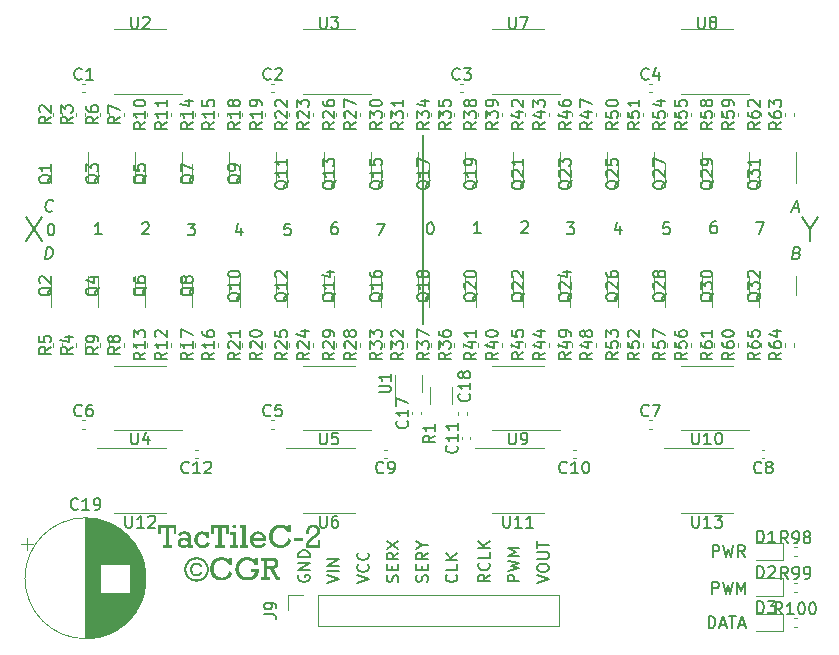
<source format=gbr>
%TF.GenerationSoftware,KiCad,Pcbnew,7.0.1*%
%TF.CreationDate,2024-03-30T14:25:32-04:00*%
%TF.ProjectId,TacTile2-C,54616354-696c-4653-922d-432e6b696361,rev?*%
%TF.SameCoordinates,Original*%
%TF.FileFunction,Legend,Top*%
%TF.FilePolarity,Positive*%
%FSLAX46Y46*%
G04 Gerber Fmt 4.6, Leading zero omitted, Abs format (unit mm)*
G04 Created by KiCad (PCBNEW 7.0.1) date 2024-03-30 14:25:32*
%MOMM*%
%LPD*%
G01*
G04 APERTURE LIST*
%ADD10C,0.150000*%
%ADD11C,0.200000*%
%ADD12C,0.120000*%
G04 APERTURE END LIST*
D10*
X54000000Y-30250000D02*
X54000000Y-46250000D01*
X62290476Y-37622857D02*
X62338095Y-37575238D01*
X62338095Y-37575238D02*
X62433333Y-37527619D01*
X62433333Y-37527619D02*
X62671428Y-37527619D01*
X62671428Y-37527619D02*
X62766666Y-37575238D01*
X62766666Y-37575238D02*
X62814285Y-37622857D01*
X62814285Y-37622857D02*
X62861904Y-37718095D01*
X62861904Y-37718095D02*
X62861904Y-37813333D01*
X62861904Y-37813333D02*
X62814285Y-37956190D01*
X62814285Y-37956190D02*
X62242857Y-38527619D01*
X62242857Y-38527619D02*
X62861904Y-38527619D01*
X56782380Y-67440476D02*
X56830000Y-67488095D01*
X56830000Y-67488095D02*
X56877619Y-67630952D01*
X56877619Y-67630952D02*
X56877619Y-67726190D01*
X56877619Y-67726190D02*
X56830000Y-67869047D01*
X56830000Y-67869047D02*
X56734761Y-67964285D01*
X56734761Y-67964285D02*
X56639523Y-68011904D01*
X56639523Y-68011904D02*
X56449047Y-68059523D01*
X56449047Y-68059523D02*
X56306190Y-68059523D01*
X56306190Y-68059523D02*
X56115714Y-68011904D01*
X56115714Y-68011904D02*
X56020476Y-67964285D01*
X56020476Y-67964285D02*
X55925238Y-67869047D01*
X55925238Y-67869047D02*
X55877619Y-67726190D01*
X55877619Y-67726190D02*
X55877619Y-67630952D01*
X55877619Y-67630952D02*
X55925238Y-67488095D01*
X55925238Y-67488095D02*
X55972857Y-67440476D01*
X56877619Y-66535714D02*
X56877619Y-67011904D01*
X56877619Y-67011904D02*
X55877619Y-67011904D01*
X56877619Y-66202380D02*
X55877619Y-66202380D01*
X56877619Y-65630952D02*
X56306190Y-66059523D01*
X55877619Y-65630952D02*
X56449047Y-66202380D01*
X34042857Y-37727619D02*
X34661904Y-37727619D01*
X34661904Y-37727619D02*
X34328571Y-38108571D01*
X34328571Y-38108571D02*
X34471428Y-38108571D01*
X34471428Y-38108571D02*
X34566666Y-38156190D01*
X34566666Y-38156190D02*
X34614285Y-38203809D01*
X34614285Y-38203809D02*
X34661904Y-38299047D01*
X34661904Y-38299047D02*
X34661904Y-38537142D01*
X34661904Y-38537142D02*
X34614285Y-38632380D01*
X34614285Y-38632380D02*
X34566666Y-38680000D01*
X34566666Y-38680000D02*
X34471428Y-38727619D01*
X34471428Y-38727619D02*
X34185714Y-38727619D01*
X34185714Y-38727619D02*
X34090476Y-38680000D01*
X34090476Y-38680000D02*
X34042857Y-38632380D01*
D11*
X21985118Y-40712619D02*
X22110118Y-39712619D01*
X22110118Y-39712619D02*
X22348214Y-39712619D01*
X22348214Y-39712619D02*
X22485118Y-39760238D01*
X22485118Y-39760238D02*
X22568452Y-39855476D01*
X22568452Y-39855476D02*
X22604166Y-39950714D01*
X22604166Y-39950714D02*
X22627976Y-40141190D01*
X22627976Y-40141190D02*
X22610118Y-40284047D01*
X22610118Y-40284047D02*
X22538690Y-40474523D01*
X22538690Y-40474523D02*
X22479166Y-40569761D01*
X22479166Y-40569761D02*
X22372023Y-40665000D01*
X22372023Y-40665000D02*
X22223214Y-40712619D01*
X22223214Y-40712619D02*
X21985118Y-40712619D01*
X85294643Y-36426904D02*
X85770833Y-36426904D01*
X85163690Y-36712619D02*
X85622024Y-35712619D01*
X85622024Y-35712619D02*
X85830357Y-36712619D01*
D10*
X26761904Y-38627619D02*
X26190476Y-38627619D01*
X26476190Y-38627619D02*
X26476190Y-37627619D01*
X26476190Y-37627619D02*
X26380952Y-37770476D01*
X26380952Y-37770476D02*
X26285714Y-37865714D01*
X26285714Y-37865714D02*
X26190476Y-37913333D01*
X54330000Y-68059523D02*
X54377619Y-67916666D01*
X54377619Y-67916666D02*
X54377619Y-67678571D01*
X54377619Y-67678571D02*
X54330000Y-67583333D01*
X54330000Y-67583333D02*
X54282380Y-67535714D01*
X54282380Y-67535714D02*
X54187142Y-67488095D01*
X54187142Y-67488095D02*
X54091904Y-67488095D01*
X54091904Y-67488095D02*
X53996666Y-67535714D01*
X53996666Y-67535714D02*
X53949047Y-67583333D01*
X53949047Y-67583333D02*
X53901428Y-67678571D01*
X53901428Y-67678571D02*
X53853809Y-67869047D01*
X53853809Y-67869047D02*
X53806190Y-67964285D01*
X53806190Y-67964285D02*
X53758571Y-68011904D01*
X53758571Y-68011904D02*
X53663333Y-68059523D01*
X53663333Y-68059523D02*
X53568095Y-68059523D01*
X53568095Y-68059523D02*
X53472857Y-68011904D01*
X53472857Y-68011904D02*
X53425238Y-67964285D01*
X53425238Y-67964285D02*
X53377619Y-67869047D01*
X53377619Y-67869047D02*
X53377619Y-67630952D01*
X53377619Y-67630952D02*
X53425238Y-67488095D01*
X53853809Y-67059523D02*
X53853809Y-66726190D01*
X54377619Y-66583333D02*
X54377619Y-67059523D01*
X54377619Y-67059523D02*
X53377619Y-67059523D01*
X53377619Y-67059523D02*
X53377619Y-66583333D01*
X54377619Y-65583333D02*
X53901428Y-65916666D01*
X54377619Y-66154761D02*
X53377619Y-66154761D01*
X53377619Y-66154761D02*
X53377619Y-65773809D01*
X53377619Y-65773809D02*
X53425238Y-65678571D01*
X53425238Y-65678571D02*
X53472857Y-65630952D01*
X53472857Y-65630952D02*
X53568095Y-65583333D01*
X53568095Y-65583333D02*
X53710952Y-65583333D01*
X53710952Y-65583333D02*
X53806190Y-65630952D01*
X53806190Y-65630952D02*
X53853809Y-65678571D01*
X53853809Y-65678571D02*
X53901428Y-65773809D01*
X53901428Y-65773809D02*
X53901428Y-66154761D01*
X53901428Y-64964285D02*
X54377619Y-64964285D01*
X53377619Y-65297618D02*
X53901428Y-64964285D01*
X53901428Y-64964285D02*
X53377619Y-64630952D01*
D11*
X85633928Y-40188809D02*
X85770833Y-40236428D01*
X85770833Y-40236428D02*
X85812499Y-40284047D01*
X85812499Y-40284047D02*
X85848214Y-40379285D01*
X85848214Y-40379285D02*
X85830356Y-40522142D01*
X85830356Y-40522142D02*
X85770833Y-40617380D01*
X85770833Y-40617380D02*
X85717261Y-40665000D01*
X85717261Y-40665000D02*
X85616071Y-40712619D01*
X85616071Y-40712619D02*
X85235118Y-40712619D01*
X85235118Y-40712619D02*
X85360118Y-39712619D01*
X85360118Y-39712619D02*
X85693452Y-39712619D01*
X85693452Y-39712619D02*
X85782737Y-39760238D01*
X85782737Y-39760238D02*
X85824404Y-39807857D01*
X85824404Y-39807857D02*
X85860118Y-39903095D01*
X85860118Y-39903095D02*
X85848214Y-39998333D01*
X85848214Y-39998333D02*
X85788690Y-40093571D01*
X85788690Y-40093571D02*
X85735118Y-40141190D01*
X85735118Y-40141190D02*
X85633928Y-40188809D01*
X85633928Y-40188809D02*
X85300595Y-40188809D01*
D10*
X74814285Y-37627619D02*
X74338095Y-37627619D01*
X74338095Y-37627619D02*
X74290476Y-38103809D01*
X74290476Y-38103809D02*
X74338095Y-38056190D01*
X74338095Y-38056190D02*
X74433333Y-38008571D01*
X74433333Y-38008571D02*
X74671428Y-38008571D01*
X74671428Y-38008571D02*
X74766666Y-38056190D01*
X74766666Y-38056190D02*
X74814285Y-38103809D01*
X74814285Y-38103809D02*
X74861904Y-38199047D01*
X74861904Y-38199047D02*
X74861904Y-38437142D01*
X74861904Y-38437142D02*
X74814285Y-38532380D01*
X74814285Y-38532380D02*
X74766666Y-38580000D01*
X74766666Y-38580000D02*
X74671428Y-38627619D01*
X74671428Y-38627619D02*
X74433333Y-38627619D01*
X74433333Y-38627619D02*
X74338095Y-38580000D01*
X74338095Y-38580000D02*
X74290476Y-38532380D01*
X46666666Y-37627619D02*
X46476190Y-37627619D01*
X46476190Y-37627619D02*
X46380952Y-37675238D01*
X46380952Y-37675238D02*
X46333333Y-37722857D01*
X46333333Y-37722857D02*
X46238095Y-37865714D01*
X46238095Y-37865714D02*
X46190476Y-38056190D01*
X46190476Y-38056190D02*
X46190476Y-38437142D01*
X46190476Y-38437142D02*
X46238095Y-38532380D01*
X46238095Y-38532380D02*
X46285714Y-38580000D01*
X46285714Y-38580000D02*
X46380952Y-38627619D01*
X46380952Y-38627619D02*
X46571428Y-38627619D01*
X46571428Y-38627619D02*
X46666666Y-38580000D01*
X46666666Y-38580000D02*
X46714285Y-38532380D01*
X46714285Y-38532380D02*
X46761904Y-38437142D01*
X46761904Y-38437142D02*
X46761904Y-38199047D01*
X46761904Y-38199047D02*
X46714285Y-38103809D01*
X46714285Y-38103809D02*
X46666666Y-38056190D01*
X46666666Y-38056190D02*
X46571428Y-38008571D01*
X46571428Y-38008571D02*
X46380952Y-38008571D01*
X46380952Y-38008571D02*
X46285714Y-38056190D01*
X46285714Y-38056190D02*
X46238095Y-38103809D01*
X46238095Y-38103809D02*
X46190476Y-38199047D01*
X59627619Y-67440476D02*
X59151428Y-67773809D01*
X59627619Y-68011904D02*
X58627619Y-68011904D01*
X58627619Y-68011904D02*
X58627619Y-67630952D01*
X58627619Y-67630952D02*
X58675238Y-67535714D01*
X58675238Y-67535714D02*
X58722857Y-67488095D01*
X58722857Y-67488095D02*
X58818095Y-67440476D01*
X58818095Y-67440476D02*
X58960952Y-67440476D01*
X58960952Y-67440476D02*
X59056190Y-67488095D01*
X59056190Y-67488095D02*
X59103809Y-67535714D01*
X59103809Y-67535714D02*
X59151428Y-67630952D01*
X59151428Y-67630952D02*
X59151428Y-68011904D01*
X59532380Y-66440476D02*
X59580000Y-66488095D01*
X59580000Y-66488095D02*
X59627619Y-66630952D01*
X59627619Y-66630952D02*
X59627619Y-66726190D01*
X59627619Y-66726190D02*
X59580000Y-66869047D01*
X59580000Y-66869047D02*
X59484761Y-66964285D01*
X59484761Y-66964285D02*
X59389523Y-67011904D01*
X59389523Y-67011904D02*
X59199047Y-67059523D01*
X59199047Y-67059523D02*
X59056190Y-67059523D01*
X59056190Y-67059523D02*
X58865714Y-67011904D01*
X58865714Y-67011904D02*
X58770476Y-66964285D01*
X58770476Y-66964285D02*
X58675238Y-66869047D01*
X58675238Y-66869047D02*
X58627619Y-66726190D01*
X58627619Y-66726190D02*
X58627619Y-66630952D01*
X58627619Y-66630952D02*
X58675238Y-66488095D01*
X58675238Y-66488095D02*
X58722857Y-66440476D01*
X59627619Y-65535714D02*
X59627619Y-66011904D01*
X59627619Y-66011904D02*
X58627619Y-66011904D01*
X59627619Y-65202380D02*
X58627619Y-65202380D01*
X59627619Y-64630952D02*
X59056190Y-65059523D01*
X58627619Y-64630952D02*
X59199047Y-65202380D01*
X66142857Y-37627619D02*
X66761904Y-37627619D01*
X66761904Y-37627619D02*
X66428571Y-38008571D01*
X66428571Y-38008571D02*
X66571428Y-38008571D01*
X66571428Y-38008571D02*
X66666666Y-38056190D01*
X66666666Y-38056190D02*
X66714285Y-38103809D01*
X66714285Y-38103809D02*
X66761904Y-38199047D01*
X66761904Y-38199047D02*
X66761904Y-38437142D01*
X66761904Y-38437142D02*
X66714285Y-38532380D01*
X66714285Y-38532380D02*
X66666666Y-38580000D01*
X66666666Y-38580000D02*
X66571428Y-38627619D01*
X66571428Y-38627619D02*
X66285714Y-38627619D01*
X66285714Y-38627619D02*
X66190476Y-38580000D01*
X66190476Y-38580000D02*
X66142857Y-38532380D01*
X78138095Y-71977619D02*
X78138095Y-70977619D01*
X78138095Y-70977619D02*
X78376190Y-70977619D01*
X78376190Y-70977619D02*
X78519047Y-71025238D01*
X78519047Y-71025238D02*
X78614285Y-71120476D01*
X78614285Y-71120476D02*
X78661904Y-71215714D01*
X78661904Y-71215714D02*
X78709523Y-71406190D01*
X78709523Y-71406190D02*
X78709523Y-71549047D01*
X78709523Y-71549047D02*
X78661904Y-71739523D01*
X78661904Y-71739523D02*
X78614285Y-71834761D01*
X78614285Y-71834761D02*
X78519047Y-71930000D01*
X78519047Y-71930000D02*
X78376190Y-71977619D01*
X78376190Y-71977619D02*
X78138095Y-71977619D01*
X79090476Y-71691904D02*
X79566666Y-71691904D01*
X78995238Y-71977619D02*
X79328571Y-70977619D01*
X79328571Y-70977619D02*
X79661904Y-71977619D01*
X79852381Y-70977619D02*
X80423809Y-70977619D01*
X80138095Y-71977619D02*
X80138095Y-70977619D01*
X80709524Y-71691904D02*
X81185714Y-71691904D01*
X80614286Y-71977619D02*
X80947619Y-70977619D01*
X80947619Y-70977619D02*
X81280952Y-71977619D01*
D11*
X20333333Y-37175238D02*
X21666666Y-39175238D01*
X21666666Y-37175238D02*
X20333333Y-39175238D01*
D10*
G36*
X34826265Y-66440993D02*
G01*
X34848398Y-66442069D01*
X34870061Y-66443863D01*
X34891255Y-66446374D01*
X34911979Y-66449603D01*
X34932234Y-66453549D01*
X34952020Y-66458212D01*
X34971336Y-66463593D01*
X34990183Y-66469692D01*
X35008560Y-66476508D01*
X35035246Y-66488077D01*
X35060876Y-66501260D01*
X35085449Y-66516058D01*
X35108967Y-66532470D01*
X35131318Y-66550130D01*
X35152209Y-66568854D01*
X35171641Y-66588644D01*
X35189613Y-66609498D01*
X35206125Y-66631417D01*
X35221177Y-66654400D01*
X35234770Y-66678449D01*
X35246903Y-66703562D01*
X35257576Y-66729740D01*
X35266790Y-66756982D01*
X35272121Y-66775736D01*
X35108967Y-66815792D01*
X35097907Y-66789291D01*
X35085733Y-66764501D01*
X35072445Y-66741420D01*
X35058042Y-66720048D01*
X35042525Y-66700387D01*
X35025894Y-66682435D01*
X35008148Y-66666193D01*
X34989288Y-66651660D01*
X34969313Y-66638838D01*
X34948224Y-66627725D01*
X34926021Y-66618321D01*
X34902704Y-66610628D01*
X34878272Y-66604644D01*
X34852725Y-66600369D01*
X34826065Y-66597805D01*
X34798290Y-66596950D01*
X34776804Y-66597423D01*
X34755944Y-66598843D01*
X34735710Y-66601209D01*
X34716102Y-66604521D01*
X34687863Y-66611265D01*
X34661033Y-66620138D01*
X34635611Y-66631140D01*
X34611597Y-66644272D01*
X34588991Y-66659533D01*
X34567793Y-66676924D01*
X34548004Y-66696445D01*
X34529623Y-66718094D01*
X34512774Y-66741367D01*
X34497583Y-66765756D01*
X34484049Y-66791261D01*
X34472172Y-66817883D01*
X34465175Y-66836251D01*
X34458914Y-66855115D01*
X34453390Y-66874475D01*
X34448603Y-66894331D01*
X34444552Y-66914683D01*
X34441237Y-66935532D01*
X34438659Y-66956876D01*
X34436818Y-66978717D01*
X34435713Y-67001054D01*
X34435345Y-67023886D01*
X34435715Y-67048273D01*
X34436826Y-67071972D01*
X34438677Y-67094984D01*
X34441268Y-67117309D01*
X34444599Y-67138948D01*
X34448671Y-67159899D01*
X34453484Y-67180164D01*
X34459036Y-67199741D01*
X34465330Y-67218632D01*
X34476157Y-67245680D01*
X34488651Y-67271182D01*
X34502810Y-67295139D01*
X34518636Y-67317550D01*
X34530111Y-67331632D01*
X34548438Y-67351187D01*
X34567881Y-67368818D01*
X34588440Y-67384526D01*
X34610116Y-67398311D01*
X34632908Y-67410172D01*
X34656816Y-67420109D01*
X34681840Y-67428124D01*
X34707981Y-67434214D01*
X34735238Y-67438382D01*
X34763611Y-67440626D01*
X34783147Y-67441053D01*
X34804870Y-67440478D01*
X34826258Y-67438752D01*
X34847311Y-67435875D01*
X34868029Y-67431848D01*
X34888412Y-67426671D01*
X34908460Y-67420342D01*
X34928174Y-67412863D01*
X34947553Y-67404234D01*
X34966596Y-67394453D01*
X34985305Y-67383523D01*
X34997592Y-67375596D01*
X35015305Y-67362768D01*
X35031807Y-67349012D01*
X35047098Y-67334329D01*
X35061179Y-67318718D01*
X35074049Y-67302180D01*
X35085708Y-67284715D01*
X35096157Y-67266322D01*
X35105395Y-67247002D01*
X35113422Y-67226755D01*
X35120238Y-67205580D01*
X35124110Y-67190949D01*
X35292637Y-67240774D01*
X35287430Y-67260792D01*
X35281456Y-67280303D01*
X35274714Y-67299307D01*
X35267206Y-67317802D01*
X35258930Y-67335790D01*
X35249887Y-67353271D01*
X35240077Y-67370244D01*
X35229501Y-67386709D01*
X35218157Y-67402667D01*
X35206046Y-67418117D01*
X35193168Y-67433060D01*
X35179522Y-67447495D01*
X35165110Y-67461423D01*
X35149931Y-67474843D01*
X35133984Y-67487755D01*
X35117271Y-67500160D01*
X35100042Y-67511931D01*
X35082428Y-67522943D01*
X35064429Y-67533196D01*
X35046044Y-67542689D01*
X35027273Y-67551422D01*
X35008117Y-67559397D01*
X34988576Y-67566611D01*
X34968649Y-67573066D01*
X34948337Y-67578762D01*
X34927639Y-67583699D01*
X34906556Y-67587876D01*
X34885088Y-67591293D01*
X34863234Y-67593951D01*
X34840994Y-67595850D01*
X34818369Y-67596989D01*
X34795359Y-67597369D01*
X34773927Y-67597067D01*
X34752861Y-67596163D01*
X34732161Y-67594655D01*
X34711828Y-67592545D01*
X34691861Y-67589831D01*
X34672260Y-67586515D01*
X34653026Y-67582596D01*
X34624862Y-67575586D01*
X34597522Y-67567220D01*
X34571007Y-67557497D01*
X34545315Y-67546417D01*
X34520448Y-67533981D01*
X34496406Y-67520188D01*
X34473433Y-67505244D01*
X34451595Y-67489356D01*
X34430889Y-67472523D01*
X34411318Y-67454746D01*
X34392879Y-67436024D01*
X34375574Y-67416358D01*
X34359403Y-67395747D01*
X34344364Y-67374192D01*
X34330460Y-67351692D01*
X34317689Y-67328247D01*
X34309804Y-67312093D01*
X34298892Y-67287159D01*
X34289053Y-67261632D01*
X34280287Y-67235513D01*
X34272595Y-67208801D01*
X34265976Y-67181497D01*
X34260431Y-67153600D01*
X34255959Y-67125111D01*
X34252560Y-67096030D01*
X34250890Y-67076313D01*
X34249697Y-67056333D01*
X34248982Y-67036089D01*
X34248743Y-67015582D01*
X34249320Y-66982857D01*
X34251048Y-66950995D01*
X34253930Y-66919995D01*
X34257964Y-66889858D01*
X34263150Y-66860583D01*
X34269489Y-66832171D01*
X34276980Y-66804621D01*
X34285624Y-66777934D01*
X34295420Y-66752109D01*
X34306369Y-66727147D01*
X34318471Y-66703047D01*
X34331725Y-66679809D01*
X34346131Y-66657434D01*
X34361690Y-66635922D01*
X34378402Y-66615272D01*
X34396266Y-66595484D01*
X34415203Y-66576733D01*
X34435009Y-66559192D01*
X34455686Y-66542860D01*
X34477233Y-66527738D01*
X34499649Y-66513825D01*
X34522937Y-66501123D01*
X34547094Y-66489630D01*
X34572121Y-66479347D01*
X34598018Y-66470274D01*
X34624786Y-66462410D01*
X34652423Y-66455757D01*
X34680931Y-66450313D01*
X34710309Y-66446078D01*
X34740557Y-66443054D01*
X34771675Y-66441239D01*
X34803663Y-66440635D01*
X34826265Y-66440993D01*
G37*
G36*
X34823996Y-65972203D02*
G01*
X34856420Y-65973749D01*
X34888721Y-65976325D01*
X34920900Y-65979931D01*
X34952957Y-65984568D01*
X34984891Y-65990235D01*
X35016704Y-65996933D01*
X35048394Y-66004661D01*
X35079963Y-66013419D01*
X35111409Y-66023208D01*
X35142733Y-66034027D01*
X35173935Y-66045877D01*
X35205015Y-66058757D01*
X35235973Y-66072667D01*
X35266809Y-66087608D01*
X35297522Y-66103579D01*
X35327831Y-66120514D01*
X35357331Y-66138346D01*
X35386022Y-66157074D01*
X35413904Y-66176700D01*
X35440977Y-66197222D01*
X35467240Y-66218641D01*
X35492695Y-66240956D01*
X35517341Y-66264169D01*
X35541177Y-66288279D01*
X35564205Y-66313285D01*
X35586423Y-66339188D01*
X35607833Y-66365988D01*
X35628433Y-66393685D01*
X35648224Y-66422278D01*
X35667207Y-66451769D01*
X35685380Y-66482156D01*
X35702593Y-66513100D01*
X35718696Y-66544262D01*
X35733688Y-66575642D01*
X35747570Y-66607239D01*
X35760341Y-66639053D01*
X35772002Y-66671085D01*
X35782552Y-66703335D01*
X35791992Y-66735802D01*
X35800321Y-66768487D01*
X35807539Y-66801389D01*
X35813647Y-66834509D01*
X35818645Y-66867846D01*
X35822532Y-66901401D01*
X35825308Y-66935173D01*
X35826974Y-66969163D01*
X35827529Y-67003370D01*
X35827233Y-67029902D01*
X35826344Y-67056193D01*
X35824863Y-67082243D01*
X35822789Y-67108051D01*
X35820123Y-67133618D01*
X35816865Y-67158943D01*
X35813013Y-67184027D01*
X35808570Y-67208870D01*
X35803534Y-67233471D01*
X35797905Y-67257831D01*
X35791684Y-67281950D01*
X35784871Y-67305827D01*
X35777465Y-67329462D01*
X35769466Y-67352857D01*
X35760875Y-67376010D01*
X35751692Y-67398921D01*
X35741916Y-67421592D01*
X35731547Y-67444020D01*
X35720587Y-67466208D01*
X35709033Y-67488154D01*
X35696887Y-67509859D01*
X35684149Y-67531322D01*
X35670818Y-67552544D01*
X35656895Y-67573524D01*
X35642379Y-67594264D01*
X35627271Y-67614761D01*
X35611570Y-67635018D01*
X35595277Y-67655033D01*
X35578391Y-67674807D01*
X35560913Y-67694339D01*
X35542843Y-67713630D01*
X35524180Y-67732679D01*
X35505127Y-67751282D01*
X35485826Y-67769295D01*
X35466277Y-67786716D01*
X35446480Y-67803548D01*
X35426435Y-67819788D01*
X35406142Y-67835439D01*
X35385600Y-67850498D01*
X35364811Y-67864967D01*
X35343774Y-67878846D01*
X35322488Y-67892134D01*
X35300955Y-67904831D01*
X35279173Y-67916938D01*
X35257144Y-67928454D01*
X35234866Y-67939379D01*
X35212341Y-67949714D01*
X35189567Y-67959459D01*
X35166545Y-67968613D01*
X35143275Y-67977176D01*
X35119757Y-67985149D01*
X35095991Y-67992531D01*
X35071977Y-67999322D01*
X35047715Y-68005523D01*
X35023205Y-68011134D01*
X34998447Y-68016154D01*
X34973441Y-68020583D01*
X34948186Y-68024422D01*
X34922684Y-68027670D01*
X34896933Y-68030327D01*
X34870935Y-68032394D01*
X34844688Y-68033871D01*
X34818194Y-68034757D01*
X34791451Y-68035052D01*
X34764677Y-68034757D01*
X34738151Y-68033871D01*
X34711871Y-68032394D01*
X34685839Y-68030327D01*
X34660054Y-68027670D01*
X34634515Y-68024422D01*
X34609224Y-68020583D01*
X34584180Y-68016154D01*
X34559384Y-68011134D01*
X34534834Y-68005523D01*
X34510531Y-67999322D01*
X34486476Y-67992531D01*
X34462667Y-67985149D01*
X34439106Y-67977176D01*
X34415792Y-67968613D01*
X34392725Y-67959459D01*
X34369905Y-67949714D01*
X34347332Y-67939379D01*
X34325006Y-67928454D01*
X34302927Y-67916938D01*
X34281096Y-67904831D01*
X34259511Y-67892134D01*
X34238174Y-67878846D01*
X34217083Y-67864967D01*
X34196240Y-67850498D01*
X34175644Y-67835439D01*
X34155295Y-67819788D01*
X34135193Y-67803548D01*
X34115339Y-67786716D01*
X34095731Y-67769295D01*
X34076370Y-67751282D01*
X34057257Y-67732679D01*
X34038594Y-67713630D01*
X34020523Y-67694339D01*
X34003045Y-67674807D01*
X33986159Y-67655033D01*
X33969866Y-67635018D01*
X33954166Y-67614761D01*
X33939057Y-67594264D01*
X33924542Y-67573524D01*
X33910618Y-67552544D01*
X33897287Y-67531322D01*
X33884549Y-67509859D01*
X33872403Y-67488154D01*
X33860850Y-67466208D01*
X33849889Y-67444020D01*
X33839521Y-67421592D01*
X33829745Y-67398921D01*
X33820561Y-67376010D01*
X33811970Y-67352857D01*
X33803972Y-67329462D01*
X33796566Y-67305827D01*
X33789752Y-67281950D01*
X33783531Y-67257831D01*
X33777903Y-67233471D01*
X33772867Y-67208870D01*
X33768423Y-67184027D01*
X33764572Y-67158943D01*
X33761313Y-67133618D01*
X33758647Y-67108051D01*
X33756574Y-67082243D01*
X33755092Y-67056193D01*
X33754204Y-67029902D01*
X33753907Y-67003370D01*
X33925854Y-67003370D01*
X33926102Y-67025070D01*
X33926845Y-67046572D01*
X33928083Y-67067877D01*
X33929816Y-67088985D01*
X33932044Y-67109895D01*
X33934767Y-67130607D01*
X33937986Y-67151122D01*
X33941700Y-67171440D01*
X33945909Y-67191560D01*
X33950613Y-67211482D01*
X33955812Y-67231207D01*
X33961506Y-67250735D01*
X33967696Y-67270065D01*
X33974380Y-67289197D01*
X33981560Y-67308132D01*
X33989235Y-67326870D01*
X33997406Y-67345410D01*
X34006071Y-67363752D01*
X34015231Y-67381897D01*
X34024887Y-67399845D01*
X34035038Y-67417595D01*
X34045684Y-67435148D01*
X34056825Y-67452503D01*
X34068462Y-67469660D01*
X34080593Y-67486620D01*
X34093220Y-67503383D01*
X34106342Y-67519948D01*
X34119959Y-67536316D01*
X34134071Y-67552486D01*
X34148678Y-67568458D01*
X34163781Y-67584233D01*
X34179378Y-67599811D01*
X34195326Y-67615048D01*
X34211479Y-67629801D01*
X34227837Y-67644071D01*
X34244400Y-67657857D01*
X34261169Y-67671159D01*
X34278142Y-67683978D01*
X34295321Y-67696312D01*
X34312704Y-67708163D01*
X34330293Y-67719531D01*
X34348087Y-67730414D01*
X34366086Y-67740814D01*
X34384291Y-67750730D01*
X34402700Y-67760163D01*
X34421314Y-67769111D01*
X34440134Y-67777576D01*
X34459159Y-67785558D01*
X34478388Y-67793055D01*
X34497823Y-67800069D01*
X34517463Y-67806599D01*
X34537309Y-67812646D01*
X34557359Y-67818209D01*
X34577614Y-67823288D01*
X34598075Y-67827883D01*
X34618741Y-67831994D01*
X34639612Y-67835622D01*
X34660688Y-67838766D01*
X34681969Y-67841427D01*
X34703455Y-67843604D01*
X34725146Y-67845297D01*
X34747043Y-67846506D01*
X34769144Y-67847231D01*
X34791451Y-67847473D01*
X34813757Y-67847231D01*
X34835855Y-67846506D01*
X34857747Y-67845297D01*
X34879432Y-67843604D01*
X34900909Y-67841427D01*
X34922180Y-67838766D01*
X34943244Y-67835622D01*
X34964100Y-67831994D01*
X34984750Y-67827883D01*
X35005192Y-67823288D01*
X35025428Y-67818209D01*
X35045456Y-67812646D01*
X35065277Y-67806599D01*
X35084892Y-67800069D01*
X35104299Y-67793055D01*
X35123499Y-67785558D01*
X35142492Y-67777576D01*
X35161279Y-67769111D01*
X35179858Y-67760163D01*
X35198230Y-67750730D01*
X35216395Y-67740814D01*
X35234353Y-67730414D01*
X35252104Y-67719531D01*
X35269648Y-67708163D01*
X35286985Y-67696312D01*
X35304115Y-67683978D01*
X35321038Y-67671159D01*
X35337754Y-67657857D01*
X35354262Y-67644071D01*
X35370564Y-67629801D01*
X35386659Y-67615048D01*
X35402547Y-67599811D01*
X35418114Y-67584233D01*
X35433188Y-67568458D01*
X35447767Y-67552486D01*
X35461852Y-67536316D01*
X35475443Y-67519948D01*
X35488539Y-67503383D01*
X35501142Y-67486620D01*
X35513250Y-67469660D01*
X35524864Y-67452503D01*
X35535983Y-67435148D01*
X35546609Y-67417595D01*
X35556740Y-67399845D01*
X35566377Y-67381897D01*
X35575520Y-67363752D01*
X35584169Y-67345410D01*
X35592323Y-67326870D01*
X35599984Y-67308132D01*
X35607150Y-67289197D01*
X35613821Y-67270065D01*
X35619999Y-67250735D01*
X35625682Y-67231207D01*
X35630872Y-67211482D01*
X35635567Y-67191560D01*
X35639767Y-67171440D01*
X35643474Y-67151122D01*
X35646686Y-67130607D01*
X35649405Y-67109895D01*
X35651629Y-67088985D01*
X35653358Y-67067877D01*
X35654594Y-67046572D01*
X35655335Y-67025070D01*
X35655582Y-67003370D01*
X35655334Y-66981581D01*
X35654588Y-66959994D01*
X35653345Y-66938609D01*
X35651606Y-66917427D01*
X35649369Y-66896447D01*
X35646635Y-66875669D01*
X35643404Y-66855094D01*
X35639676Y-66834720D01*
X35635451Y-66814549D01*
X35630729Y-66794581D01*
X35625509Y-66774814D01*
X35619793Y-66755250D01*
X35613580Y-66735888D01*
X35606869Y-66716728D01*
X35599662Y-66697771D01*
X35591957Y-66679016D01*
X35583755Y-66660463D01*
X35575056Y-66642112D01*
X35565861Y-66623964D01*
X35556168Y-66606017D01*
X35545978Y-66588274D01*
X35535291Y-66570732D01*
X35524107Y-66553393D01*
X35512425Y-66536256D01*
X35500247Y-66519321D01*
X35487572Y-66502588D01*
X35474399Y-66486058D01*
X35460730Y-66469730D01*
X35446563Y-66453604D01*
X35431900Y-66437681D01*
X35416739Y-66421959D01*
X35401081Y-66406441D01*
X35385106Y-66391234D01*
X35368933Y-66376509D01*
X35352561Y-66362268D01*
X35335990Y-66348509D01*
X35319222Y-66335233D01*
X35302254Y-66322440D01*
X35285089Y-66310130D01*
X35267725Y-66298302D01*
X35250162Y-66286957D01*
X35232401Y-66276095D01*
X35214441Y-66265716D01*
X35196284Y-66255819D01*
X35177927Y-66246405D01*
X35159372Y-66237474D01*
X35140619Y-66229026D01*
X35121667Y-66221060D01*
X35102517Y-66213577D01*
X35083169Y-66206577D01*
X35063621Y-66200060D01*
X35043876Y-66194026D01*
X35023932Y-66188474D01*
X35003790Y-66183405D01*
X34983449Y-66178819D01*
X34962909Y-66174715D01*
X34942172Y-66171094D01*
X34921236Y-66167956D01*
X34900101Y-66165301D01*
X34878768Y-66163129D01*
X34857236Y-66161439D01*
X34835506Y-66160232D01*
X34813578Y-66159508D01*
X34791451Y-66159267D01*
X34764386Y-66159688D01*
X34737412Y-66160954D01*
X34710530Y-66163062D01*
X34683740Y-66166014D01*
X34657041Y-66169809D01*
X34630434Y-66174448D01*
X34603918Y-66179930D01*
X34577494Y-66186256D01*
X34551162Y-66193425D01*
X34524921Y-66201437D01*
X34498772Y-66210293D01*
X34472714Y-66219992D01*
X34446748Y-66230534D01*
X34420874Y-66241920D01*
X34395091Y-66254149D01*
X34369399Y-66267222D01*
X34344147Y-66281081D01*
X34319559Y-66295669D01*
X34295634Y-66310985D01*
X34272374Y-66327031D01*
X34249778Y-66343806D01*
X34227845Y-66361309D01*
X34206577Y-66379541D01*
X34185973Y-66398503D01*
X34166033Y-66418193D01*
X34146757Y-66438612D01*
X34128145Y-66459760D01*
X34110197Y-66481637D01*
X34092913Y-66504243D01*
X34076293Y-66527577D01*
X34060337Y-66551641D01*
X34045045Y-66576434D01*
X34030612Y-66601686D01*
X34017110Y-66627129D01*
X34004539Y-66652763D01*
X33992899Y-66678588D01*
X33982190Y-66704604D01*
X33972413Y-66730810D01*
X33963567Y-66757208D01*
X33955652Y-66783796D01*
X33948668Y-66810575D01*
X33942616Y-66837544D01*
X33937494Y-66864705D01*
X33933304Y-66892056D01*
X33930045Y-66919599D01*
X33927717Y-66947332D01*
X33926320Y-66975255D01*
X33925854Y-67003370D01*
X33753907Y-67003370D01*
X33754461Y-66968821D01*
X33756121Y-66934539D01*
X33758888Y-66900525D01*
X33762761Y-66866777D01*
X33767741Y-66833297D01*
X33773828Y-66800084D01*
X33781022Y-66767138D01*
X33789323Y-66734459D01*
X33798730Y-66702047D01*
X33809244Y-66669902D01*
X33820864Y-66638025D01*
X33833592Y-66606414D01*
X33847426Y-66575071D01*
X33862366Y-66543995D01*
X33878414Y-66513186D01*
X33895568Y-66482644D01*
X33913671Y-66452663D01*
X33932563Y-66423538D01*
X33952246Y-66395266D01*
X33972718Y-66367850D01*
X33993981Y-66341289D01*
X34016033Y-66315582D01*
X34038876Y-66290730D01*
X34062508Y-66266734D01*
X34086931Y-66243592D01*
X34112143Y-66221304D01*
X34138145Y-66199872D01*
X34164938Y-66179295D01*
X34192520Y-66159572D01*
X34220892Y-66140704D01*
X34250054Y-66122691D01*
X34280006Y-66105533D01*
X34310512Y-66089326D01*
X34341212Y-66074163D01*
X34372107Y-66060047D01*
X34403196Y-66046976D01*
X34434481Y-66034951D01*
X34465959Y-66023971D01*
X34497633Y-66014038D01*
X34529501Y-66005150D01*
X34561563Y-65997307D01*
X34593820Y-65990510D01*
X34626272Y-65984759D01*
X34658919Y-65980054D01*
X34691760Y-65976394D01*
X34724796Y-65973780D01*
X34758026Y-65972211D01*
X34791451Y-65971688D01*
X34823996Y-65972203D01*
G37*
G36*
X37575819Y-67128422D02*
G01*
X37824459Y-67267152D01*
X37819040Y-67287070D01*
X37813288Y-67306706D01*
X37807202Y-67326061D01*
X37800782Y-67345134D01*
X37794028Y-67363926D01*
X37786941Y-67382437D01*
X37779519Y-67400666D01*
X37771763Y-67418613D01*
X37755250Y-67453664D01*
X37737401Y-67487589D01*
X37718217Y-67520388D01*
X37697697Y-67552062D01*
X37675841Y-67582609D01*
X37652649Y-67612031D01*
X37628122Y-67640327D01*
X37602259Y-67667497D01*
X37575060Y-67693541D01*
X37546526Y-67718460D01*
X37516655Y-67742252D01*
X37485450Y-67764919D01*
X37453337Y-67786273D01*
X37420626Y-67806250D01*
X37387316Y-67824848D01*
X37353406Y-67842069D01*
X37318897Y-67857913D01*
X37283789Y-67872378D01*
X37248082Y-67885466D01*
X37211775Y-67897177D01*
X37174870Y-67907509D01*
X37137365Y-67916464D01*
X37099262Y-67924042D01*
X37079985Y-67927314D01*
X37060559Y-67930241D01*
X37040982Y-67932824D01*
X37021257Y-67935063D01*
X37001381Y-67936957D01*
X36981355Y-67938507D01*
X36961180Y-67939713D01*
X36940855Y-67940574D01*
X36920380Y-67941090D01*
X36899755Y-67941263D01*
X36872782Y-67940988D01*
X36846144Y-67940163D01*
X36819842Y-67938790D01*
X36793876Y-67936866D01*
X36768246Y-67934393D01*
X36742951Y-67931371D01*
X36717993Y-67927799D01*
X36693370Y-67923677D01*
X36669083Y-67919006D01*
X36645132Y-67913785D01*
X36621517Y-67908015D01*
X36598237Y-67901695D01*
X36575294Y-67894826D01*
X36552686Y-67887407D01*
X36530414Y-67879439D01*
X36508478Y-67870921D01*
X36486878Y-67861853D01*
X36465614Y-67852236D01*
X36444685Y-67842069D01*
X36424092Y-67831353D01*
X36403835Y-67820088D01*
X36383914Y-67808272D01*
X36364329Y-67795908D01*
X36345080Y-67782993D01*
X36326166Y-67769529D01*
X36307588Y-67755516D01*
X36289347Y-67740953D01*
X36271441Y-67725840D01*
X36253870Y-67710178D01*
X36236636Y-67693967D01*
X36219737Y-67677206D01*
X36203175Y-67659895D01*
X36187036Y-67642179D01*
X36171410Y-67624203D01*
X36156296Y-67605966D01*
X36141694Y-67587469D01*
X36127605Y-67568712D01*
X36114028Y-67549694D01*
X36100963Y-67530415D01*
X36088411Y-67510876D01*
X36076371Y-67491077D01*
X36064844Y-67471017D01*
X36053828Y-67450697D01*
X36043325Y-67430116D01*
X36033335Y-67409274D01*
X36023857Y-67388173D01*
X36014891Y-67366811D01*
X36006437Y-67345188D01*
X35998496Y-67323305D01*
X35991067Y-67301161D01*
X35984150Y-67278757D01*
X35977746Y-67256093D01*
X35971854Y-67233168D01*
X35966475Y-67209982D01*
X35961608Y-67186536D01*
X35957253Y-67162830D01*
X35953410Y-67138863D01*
X35950080Y-67114636D01*
X35947262Y-67090148D01*
X35944957Y-67065400D01*
X35943163Y-67040391D01*
X35941883Y-67015122D01*
X35941114Y-66989593D01*
X35940858Y-66963803D01*
X35941115Y-66935591D01*
X35941888Y-66907741D01*
X35943176Y-66880254D01*
X35944979Y-66853130D01*
X35947298Y-66826368D01*
X35950131Y-66799969D01*
X35953480Y-66773933D01*
X35957344Y-66748258D01*
X35961723Y-66722947D01*
X35966618Y-66697998D01*
X35972027Y-66673411D01*
X35977952Y-66649187D01*
X35984392Y-66625326D01*
X35991347Y-66601827D01*
X35998818Y-66578691D01*
X36006803Y-66555917D01*
X36015304Y-66533506D01*
X36024320Y-66511457D01*
X36033851Y-66489771D01*
X36043898Y-66468448D01*
X36054459Y-66447487D01*
X36065536Y-66426888D01*
X36077128Y-66406652D01*
X36089235Y-66386779D01*
X36101858Y-66367268D01*
X36114995Y-66348120D01*
X36128648Y-66329334D01*
X36142816Y-66310911D01*
X36157499Y-66292850D01*
X36172698Y-66275152D01*
X36188411Y-66257817D01*
X36204640Y-66240844D01*
X36221283Y-66224285D01*
X36238241Y-66208251D01*
X36255512Y-66192743D01*
X36273097Y-66177761D01*
X36290996Y-66163304D01*
X36309208Y-66149373D01*
X36327735Y-66135968D01*
X36346576Y-66123088D01*
X36365730Y-66110734D01*
X36385199Y-66098906D01*
X36404981Y-66087604D01*
X36425077Y-66076827D01*
X36445487Y-66066576D01*
X36466211Y-66056851D01*
X36487249Y-66047651D01*
X36508600Y-66038977D01*
X36530266Y-66030829D01*
X36552245Y-66023206D01*
X36574539Y-66016109D01*
X36597146Y-66009538D01*
X36620067Y-66003493D01*
X36643302Y-65997973D01*
X36666851Y-65992979D01*
X36690714Y-65988510D01*
X36714891Y-65984568D01*
X36739381Y-65981151D01*
X36764186Y-65978259D01*
X36789304Y-65975894D01*
X36814736Y-65974054D01*
X36840482Y-65972740D01*
X36866543Y-65971951D01*
X36892916Y-65971688D01*
X36916247Y-65971888D01*
X36939344Y-65972488D01*
X36962207Y-65973487D01*
X36984836Y-65974886D01*
X37007231Y-65976685D01*
X37029393Y-65978884D01*
X37051321Y-65981482D01*
X37073015Y-65984480D01*
X37094475Y-65987878D01*
X37115702Y-65991676D01*
X37136695Y-65995874D01*
X37157454Y-66000471D01*
X37177980Y-66005468D01*
X37198272Y-66010864D01*
X37218330Y-66016661D01*
X37238154Y-66022857D01*
X37257744Y-66029453D01*
X37277101Y-66036449D01*
X37296224Y-66043844D01*
X37315113Y-66051640D01*
X37333769Y-66059835D01*
X37352190Y-66068429D01*
X37370378Y-66077424D01*
X37388333Y-66086818D01*
X37406053Y-66096612D01*
X37423540Y-66106806D01*
X37440793Y-66117400D01*
X37457812Y-66128393D01*
X37474597Y-66139786D01*
X37491149Y-66151579D01*
X37507467Y-66163771D01*
X37523551Y-66176364D01*
X37523551Y-66002951D01*
X37770725Y-66002951D01*
X37770725Y-66628213D01*
X37523551Y-66628213D01*
X37512883Y-66604315D01*
X37501516Y-66581105D01*
X37489451Y-66558581D01*
X37476687Y-66536744D01*
X37463225Y-66515594D01*
X37449065Y-66495131D01*
X37434206Y-66475355D01*
X37418649Y-66456266D01*
X37402394Y-66437864D01*
X37385440Y-66420149D01*
X37367788Y-66403120D01*
X37349437Y-66386779D01*
X37330388Y-66371125D01*
X37310640Y-66356157D01*
X37290195Y-66341876D01*
X37269050Y-66328283D01*
X37247548Y-66315388D01*
X37225903Y-66303324D01*
X37204118Y-66292093D01*
X37182192Y-66281693D01*
X37160124Y-66272126D01*
X37137915Y-66263391D01*
X37115565Y-66255487D01*
X37093073Y-66248415D01*
X37070441Y-66242176D01*
X37047667Y-66236768D01*
X37024752Y-66232192D01*
X37001696Y-66228449D01*
X36978499Y-66225537D01*
X36955160Y-66223457D01*
X36931680Y-66222209D01*
X36908060Y-66221793D01*
X36872738Y-66222604D01*
X36838214Y-66225037D01*
X36804487Y-66229092D01*
X36771558Y-66234768D01*
X36739427Y-66242067D01*
X36708093Y-66250988D01*
X36677557Y-66261530D01*
X36647819Y-66273695D01*
X36618878Y-66287481D01*
X36590735Y-66302889D01*
X36563389Y-66319919D01*
X36536841Y-66338572D01*
X36511090Y-66358846D01*
X36486138Y-66380742D01*
X36461982Y-66404260D01*
X36438625Y-66429399D01*
X36416443Y-66455776D01*
X36395691Y-66483003D01*
X36376371Y-66511081D01*
X36358483Y-66540011D01*
X36342025Y-66569791D01*
X36326998Y-66600423D01*
X36313403Y-66631905D01*
X36301238Y-66664239D01*
X36290505Y-66697423D01*
X36281203Y-66731459D01*
X36273332Y-66766346D01*
X36266892Y-66802083D01*
X36261883Y-66838672D01*
X36258305Y-66876112D01*
X36256158Y-66914403D01*
X36255443Y-66953545D01*
X36255634Y-66973761D01*
X36256210Y-66993745D01*
X36257169Y-67013497D01*
X36258511Y-67033015D01*
X36262346Y-67071354D01*
X36267716Y-67108761D01*
X36274620Y-67145237D01*
X36283057Y-67180782D01*
X36293029Y-67215396D01*
X36304535Y-67249078D01*
X36317576Y-67281830D01*
X36332150Y-67313650D01*
X36348259Y-67344539D01*
X36365901Y-67374497D01*
X36385078Y-67403524D01*
X36405789Y-67431619D01*
X36428035Y-67458784D01*
X36451814Y-67485017D01*
X36476647Y-67509979D01*
X36502052Y-67533331D01*
X36528029Y-67555073D01*
X36554579Y-67575204D01*
X36581701Y-67593724D01*
X36609396Y-67610634D01*
X36637664Y-67625934D01*
X36666503Y-67639623D01*
X36695916Y-67651701D01*
X36725900Y-67662169D01*
X36756457Y-67671027D01*
X36787587Y-67678274D01*
X36819289Y-67683911D01*
X36851563Y-67687937D01*
X36884410Y-67690353D01*
X36917829Y-67691158D01*
X36945333Y-67690587D01*
X36972524Y-67688876D01*
X36999403Y-67686023D01*
X37025968Y-67682029D01*
X37052220Y-67676895D01*
X37078159Y-67670619D01*
X37103786Y-67663202D01*
X37129099Y-67654644D01*
X37154100Y-67644944D01*
X37178787Y-67634104D01*
X37203162Y-67622123D01*
X37227224Y-67609001D01*
X37250973Y-67594737D01*
X37274409Y-67579333D01*
X37297531Y-67562787D01*
X37320341Y-67545101D01*
X37342577Y-67526357D01*
X37363977Y-67506640D01*
X37384541Y-67485950D01*
X37404269Y-67464287D01*
X37423162Y-67441650D01*
X37441219Y-67418041D01*
X37458440Y-67393458D01*
X37474825Y-67367903D01*
X37490375Y-67341374D01*
X37505088Y-67313871D01*
X37518966Y-67285396D01*
X37532008Y-67255948D01*
X37544215Y-67225526D01*
X37555585Y-67194131D01*
X37566120Y-67161763D01*
X37575819Y-67128422D01*
G37*
G36*
X39372958Y-67003370D02*
G01*
X40068562Y-67003370D01*
X40069034Y-67023321D01*
X40069378Y-67043948D01*
X40069535Y-67064765D01*
X40069539Y-67068339D01*
X40069281Y-67092975D01*
X40068509Y-67117302D01*
X40067221Y-67141320D01*
X40065417Y-67165028D01*
X40063099Y-67188428D01*
X40060265Y-67211518D01*
X40056917Y-67234300D01*
X40053053Y-67256772D01*
X40048673Y-67278935D01*
X40043779Y-67300789D01*
X40038369Y-67322334D01*
X40032445Y-67343570D01*
X40026005Y-67364496D01*
X40019049Y-67385114D01*
X40011579Y-67405422D01*
X40003593Y-67425422D01*
X39995093Y-67445112D01*
X39986077Y-67464493D01*
X39976545Y-67483565D01*
X39966499Y-67502328D01*
X39955937Y-67520781D01*
X39944861Y-67538926D01*
X39933269Y-67556761D01*
X39921161Y-67574288D01*
X39908539Y-67591505D01*
X39895401Y-67608413D01*
X39881749Y-67625012D01*
X39867581Y-67641302D01*
X39852897Y-67657283D01*
X39837699Y-67672954D01*
X39821985Y-67688317D01*
X39805757Y-67703370D01*
X39789135Y-67718006D01*
X39772181Y-67732177D01*
X39754895Y-67745884D01*
X39737277Y-67759126D01*
X39719327Y-67771904D01*
X39701045Y-67784216D01*
X39682431Y-67796065D01*
X39663485Y-67807448D01*
X39644207Y-67818367D01*
X39624597Y-67828821D01*
X39604655Y-67838811D01*
X39584381Y-67848336D01*
X39563775Y-67857396D01*
X39542837Y-67865992D01*
X39521567Y-67874123D01*
X39499965Y-67881789D01*
X39478030Y-67888991D01*
X39455764Y-67895728D01*
X39433166Y-67902001D01*
X39410236Y-67907809D01*
X39386974Y-67913152D01*
X39363379Y-67918031D01*
X39339453Y-67922445D01*
X39315195Y-67926394D01*
X39290605Y-67929879D01*
X39265682Y-67932899D01*
X39240428Y-67935455D01*
X39214842Y-67937546D01*
X39188923Y-67939172D01*
X39162673Y-67940333D01*
X39136090Y-67941030D01*
X39109176Y-67941263D01*
X39077071Y-67940975D01*
X39045480Y-67940114D01*
X39014404Y-67938678D01*
X38983841Y-67936668D01*
X38953793Y-67934083D01*
X38924259Y-67930924D01*
X38895240Y-67927191D01*
X38866734Y-67922883D01*
X38838743Y-67918001D01*
X38811267Y-67912545D01*
X38784304Y-67906514D01*
X38757856Y-67899909D01*
X38731922Y-67892730D01*
X38706502Y-67884976D01*
X38681596Y-67876648D01*
X38657205Y-67867745D01*
X38633328Y-67858269D01*
X38609965Y-67848218D01*
X38587116Y-67837592D01*
X38564782Y-67826392D01*
X38542962Y-67814618D01*
X38521656Y-67802269D01*
X38500864Y-67789346D01*
X38480587Y-67775849D01*
X38460823Y-67761777D01*
X38441574Y-67747132D01*
X38422840Y-67731911D01*
X38404619Y-67716116D01*
X38386913Y-67699747D01*
X38369721Y-67682804D01*
X38353044Y-67665286D01*
X38336880Y-67647194D01*
X38321252Y-67628679D01*
X38306121Y-67609953D01*
X38291485Y-67591016D01*
X38277346Y-67571868D01*
X38263703Y-67552510D01*
X38250556Y-67532940D01*
X38237905Y-67513160D01*
X38225750Y-67493169D01*
X38214091Y-67472967D01*
X38202928Y-67452554D01*
X38192262Y-67431930D01*
X38182091Y-67411095D01*
X38172417Y-67390050D01*
X38163239Y-67368794D01*
X38154557Y-67347326D01*
X38146371Y-67325648D01*
X38138681Y-67303760D01*
X38131487Y-67281660D01*
X38124790Y-67259349D01*
X38118588Y-67236828D01*
X38112883Y-67214096D01*
X38107674Y-67191153D01*
X38102960Y-67167999D01*
X38098743Y-67144634D01*
X38095023Y-67121058D01*
X38091798Y-67097272D01*
X38089069Y-67073275D01*
X38086837Y-67049066D01*
X38085100Y-67024647D01*
X38083860Y-67000017D01*
X38083116Y-66975177D01*
X38082868Y-66950125D01*
X38083121Y-66923947D01*
X38083881Y-66898048D01*
X38085147Y-66872427D01*
X38086921Y-66847085D01*
X38089200Y-66822022D01*
X38091987Y-66797237D01*
X38095280Y-66772730D01*
X38099079Y-66748503D01*
X38103385Y-66724553D01*
X38108198Y-66700883D01*
X38113518Y-66677491D01*
X38119344Y-66654378D01*
X38125676Y-66631543D01*
X38132516Y-66608987D01*
X38139862Y-66586709D01*
X38147714Y-66564710D01*
X38156073Y-66542989D01*
X38164939Y-66521548D01*
X38174311Y-66500384D01*
X38184190Y-66479500D01*
X38194576Y-66458894D01*
X38205468Y-66438566D01*
X38216867Y-66418517D01*
X38228772Y-66398747D01*
X38241184Y-66379255D01*
X38254103Y-66360042D01*
X38267528Y-66341107D01*
X38281460Y-66322452D01*
X38295898Y-66304074D01*
X38310844Y-66285975D01*
X38326295Y-66268155D01*
X38342254Y-66250614D01*
X38358676Y-66233453D01*
X38375461Y-66216837D01*
X38392607Y-66200767D01*
X38410115Y-66185240D01*
X38427984Y-66170259D01*
X38446215Y-66155823D01*
X38464808Y-66141931D01*
X38483762Y-66128584D01*
X38503077Y-66115782D01*
X38522755Y-66103524D01*
X38542794Y-66091811D01*
X38563194Y-66080643D01*
X38583956Y-66070020D01*
X38605080Y-66059942D01*
X38626565Y-66050408D01*
X38648412Y-66041420D01*
X38670620Y-66032976D01*
X38693190Y-66025076D01*
X38716122Y-66017722D01*
X38739415Y-66010912D01*
X38763070Y-66004647D01*
X38787087Y-65998927D01*
X38811465Y-65993752D01*
X38836204Y-65989121D01*
X38861305Y-65985035D01*
X38886768Y-65981494D01*
X38912593Y-65978498D01*
X38938779Y-65976046D01*
X38965326Y-65974140D01*
X38992235Y-65972778D01*
X39019506Y-65971961D01*
X39047138Y-65971688D01*
X39072016Y-65971926D01*
X39096641Y-65972639D01*
X39121014Y-65973826D01*
X39145133Y-65975489D01*
X39169000Y-65977627D01*
X39192614Y-65980241D01*
X39215975Y-65983329D01*
X39239083Y-65986892D01*
X39261938Y-65990931D01*
X39284541Y-65995445D01*
X39306890Y-66000434D01*
X39328987Y-66005898D01*
X39350831Y-66011837D01*
X39372422Y-66018251D01*
X39393760Y-66025140D01*
X39414846Y-66032505D01*
X39435679Y-66040344D01*
X39456258Y-66048659D01*
X39476586Y-66057449D01*
X39496660Y-66066714D01*
X39516481Y-66076454D01*
X39536050Y-66086669D01*
X39555365Y-66097360D01*
X39574428Y-66108525D01*
X39593238Y-66120166D01*
X39611795Y-66132282D01*
X39630100Y-66144873D01*
X39648151Y-66157939D01*
X39665950Y-66171480D01*
X39683496Y-66185496D01*
X39700789Y-66199988D01*
X39717829Y-66214954D01*
X39717829Y-66002951D01*
X39961095Y-66002951D01*
X39961095Y-66628213D01*
X39717829Y-66628213D01*
X39708804Y-66608506D01*
X39698946Y-66589073D01*
X39688257Y-66569915D01*
X39676735Y-66551032D01*
X39664382Y-66532424D01*
X39651197Y-66514091D01*
X39637179Y-66496032D01*
X39622330Y-66478248D01*
X39606649Y-66460739D01*
X39590136Y-66443504D01*
X39572791Y-66426545D01*
X39554614Y-66409860D01*
X39535605Y-66393450D01*
X39515764Y-66377315D01*
X39495091Y-66361454D01*
X39473586Y-66345868D01*
X39451530Y-66330844D01*
X39429081Y-66316788D01*
X39406238Y-66303702D01*
X39383003Y-66291585D01*
X39359374Y-66280438D01*
X39335353Y-66270260D01*
X39310938Y-66261051D01*
X39286130Y-66252812D01*
X39260929Y-66245542D01*
X39235335Y-66239241D01*
X39209348Y-66233910D01*
X39182968Y-66229548D01*
X39156195Y-66226155D01*
X39129028Y-66223732D01*
X39101469Y-66222278D01*
X39073517Y-66221793D01*
X39034892Y-66222623D01*
X38997298Y-66225113D01*
X38960734Y-66229263D01*
X38925200Y-66235074D01*
X38890697Y-66242544D01*
X38857224Y-66251675D01*
X38824782Y-66262465D01*
X38793370Y-66274916D01*
X38762989Y-66289027D01*
X38733637Y-66304797D01*
X38705317Y-66322228D01*
X38678026Y-66341319D01*
X38651766Y-66362070D01*
X38626537Y-66384482D01*
X38602338Y-66408553D01*
X38579169Y-66434284D01*
X38557223Y-66461124D01*
X38536694Y-66488644D01*
X38517580Y-66516842D01*
X38499882Y-66545720D01*
X38483600Y-66575277D01*
X38468733Y-66605514D01*
X38455283Y-66636430D01*
X38443248Y-66668025D01*
X38432629Y-66700299D01*
X38423426Y-66733253D01*
X38415639Y-66766886D01*
X38409268Y-66801198D01*
X38404312Y-66836190D01*
X38400773Y-66871861D01*
X38398649Y-66908211D01*
X38397941Y-66945240D01*
X38398143Y-66966564D01*
X38398748Y-66987611D01*
X38399757Y-67008379D01*
X38401169Y-67028871D01*
X38402986Y-67049084D01*
X38405205Y-67069020D01*
X38407828Y-67088678D01*
X38410855Y-67108059D01*
X38418120Y-67145987D01*
X38426998Y-67182805D01*
X38437491Y-67218512D01*
X38449598Y-67253108D01*
X38463320Y-67286594D01*
X38478656Y-67318970D01*
X38495606Y-67350235D01*
X38514170Y-67380389D01*
X38534349Y-67409433D01*
X38556142Y-67437367D01*
X38579549Y-67464190D01*
X38604570Y-67489902D01*
X38630729Y-67514273D01*
X38657548Y-67537071D01*
X38685027Y-67558297D01*
X38713167Y-67577951D01*
X38741966Y-67596033D01*
X38771426Y-67612542D01*
X38801546Y-67627479D01*
X38832327Y-67640844D01*
X38863767Y-67652636D01*
X38895868Y-67662856D01*
X38928629Y-67671504D01*
X38962050Y-67678579D01*
X38996132Y-67684082D01*
X39030873Y-67688013D01*
X39066275Y-67690372D01*
X39102337Y-67691158D01*
X39130658Y-67690687D01*
X39158589Y-67689273D01*
X39186132Y-67686916D01*
X39213285Y-67683617D01*
X39240048Y-67679375D01*
X39266423Y-67674191D01*
X39292408Y-67668064D01*
X39318004Y-67660994D01*
X39343210Y-67652982D01*
X39368028Y-67644027D01*
X39392456Y-67634129D01*
X39416495Y-67623289D01*
X39440144Y-67611506D01*
X39463405Y-67598781D01*
X39486276Y-67585113D01*
X39508757Y-67570502D01*
X39530525Y-67555067D01*
X39551133Y-67539048D01*
X39570581Y-67522445D01*
X39588869Y-67505259D01*
X39605997Y-67487488D01*
X39621964Y-67469134D01*
X39636771Y-67450195D01*
X39650418Y-67430673D01*
X39662905Y-67410567D01*
X39674232Y-67389877D01*
X39684398Y-67368603D01*
X39693405Y-67346745D01*
X39701251Y-67324303D01*
X39707937Y-67301278D01*
X39713463Y-67277668D01*
X39717829Y-67253475D01*
X39372958Y-67253475D01*
X39372958Y-67003370D01*
G37*
G36*
X41034027Y-66003096D02*
G01*
X41063256Y-66003531D01*
X41091699Y-66004257D01*
X41119356Y-66005272D01*
X41146226Y-66006577D01*
X41172311Y-66008172D01*
X41197609Y-66010057D01*
X41222121Y-66012233D01*
X41245847Y-66014698D01*
X41268787Y-66017453D01*
X41290940Y-66020499D01*
X41312308Y-66023834D01*
X41332889Y-66027460D01*
X41352684Y-66031375D01*
X41380903Y-66037792D01*
X41389916Y-66040076D01*
X41416314Y-66047763D01*
X41441836Y-66056900D01*
X41466483Y-66067489D01*
X41490254Y-66079529D01*
X41513149Y-66093020D01*
X41535168Y-66107962D01*
X41556311Y-66124356D01*
X41576578Y-66142200D01*
X41595970Y-66161496D01*
X41614486Y-66182243D01*
X41626343Y-66196880D01*
X41643104Y-66219744D01*
X41658217Y-66243637D01*
X41671680Y-66268562D01*
X41683496Y-66294516D01*
X41693662Y-66321501D01*
X41702180Y-66349517D01*
X41706943Y-66368766D01*
X41710973Y-66388473D01*
X41714270Y-66408639D01*
X41716835Y-66429262D01*
X41718667Y-66450343D01*
X41719766Y-66471882D01*
X41720132Y-66493879D01*
X41719747Y-66516874D01*
X41718590Y-66539328D01*
X41716663Y-66561242D01*
X41713965Y-66582616D01*
X41710496Y-66603450D01*
X41706256Y-66623744D01*
X41701245Y-66643498D01*
X41695464Y-66662712D01*
X41688911Y-66681386D01*
X41681588Y-66699521D01*
X41664628Y-66734169D01*
X41644585Y-66766657D01*
X41621458Y-66796985D01*
X41595248Y-66825153D01*
X41565954Y-66851161D01*
X41550151Y-66863355D01*
X41533576Y-66875009D01*
X41516231Y-66886123D01*
X41498115Y-66896697D01*
X41479228Y-66906731D01*
X41459571Y-66916225D01*
X41439142Y-66925179D01*
X41417943Y-66933593D01*
X41395972Y-66941467D01*
X41373231Y-66948801D01*
X41349719Y-66955595D01*
X41325436Y-66961849D01*
X41663468Y-67659895D01*
X41896964Y-67659895D01*
X41896964Y-67910000D01*
X41483705Y-67910000D01*
X41047976Y-67003370D01*
X40778820Y-67003370D01*
X40778820Y-67659895D01*
X41023551Y-67659895D01*
X41023551Y-67910000D01*
X40227808Y-67910000D01*
X40227808Y-67659895D01*
X40490125Y-67659895D01*
X40490125Y-66253056D01*
X40778820Y-66253056D01*
X40778820Y-66753265D01*
X41004012Y-66753265D01*
X41024132Y-66753189D01*
X41053051Y-66752788D01*
X41080460Y-66752044D01*
X41106357Y-66750957D01*
X41130744Y-66749525D01*
X41153618Y-66747751D01*
X41174982Y-66745633D01*
X41194834Y-66743171D01*
X41218953Y-66739355D01*
X41240386Y-66734928D01*
X41245324Y-66733726D01*
X41264299Y-66728093D01*
X41286772Y-66719292D01*
X41307862Y-66708535D01*
X41327568Y-66695822D01*
X41345891Y-66681153D01*
X41362831Y-66664528D01*
X41372330Y-66653614D01*
X41383894Y-66637822D01*
X41393915Y-66620733D01*
X41402395Y-66602346D01*
X41409333Y-66582662D01*
X41414729Y-66561680D01*
X41418584Y-66539400D01*
X41420896Y-66515823D01*
X41421667Y-66490949D01*
X41420881Y-66469753D01*
X41418523Y-66449397D01*
X41414592Y-66429880D01*
X41407467Y-66406665D01*
X41397886Y-66384762D01*
X41385848Y-66364171D01*
X41371353Y-66344891D01*
X41355198Y-66327200D01*
X41337875Y-66311680D01*
X41319383Y-66298330D01*
X41299721Y-66287151D01*
X41278892Y-66278142D01*
X41256893Y-66271304D01*
X41247766Y-66269176D01*
X41228235Y-66265398D01*
X41206276Y-66262124D01*
X41181890Y-66259353D01*
X41162007Y-66257606D01*
X41140759Y-66256141D01*
X41118146Y-66254961D01*
X41094168Y-66254064D01*
X41068825Y-66253450D01*
X41042116Y-66253119D01*
X41023551Y-66253056D01*
X40778820Y-66253056D01*
X40490125Y-66253056D01*
X40227808Y-66253056D01*
X40227808Y-66002951D01*
X41004012Y-66002951D01*
X41034027Y-66003096D01*
G37*
X58861904Y-38527619D02*
X58290476Y-38527619D01*
X58576190Y-38527619D02*
X58576190Y-37527619D01*
X58576190Y-37527619D02*
X58480952Y-37670476D01*
X58480952Y-37670476D02*
X58385714Y-37765714D01*
X58385714Y-37765714D02*
X58290476Y-37813333D01*
X22428571Y-37727619D02*
X22523809Y-37727619D01*
X22523809Y-37727619D02*
X22619047Y-37775238D01*
X22619047Y-37775238D02*
X22666666Y-37822857D01*
X22666666Y-37822857D02*
X22714285Y-37918095D01*
X22714285Y-37918095D02*
X22761904Y-38108571D01*
X22761904Y-38108571D02*
X22761904Y-38346666D01*
X22761904Y-38346666D02*
X22714285Y-38537142D01*
X22714285Y-38537142D02*
X22666666Y-38632380D01*
X22666666Y-38632380D02*
X22619047Y-38680000D01*
X22619047Y-38680000D02*
X22523809Y-38727619D01*
X22523809Y-38727619D02*
X22428571Y-38727619D01*
X22428571Y-38727619D02*
X22333333Y-38680000D01*
X22333333Y-38680000D02*
X22285714Y-38632380D01*
X22285714Y-38632380D02*
X22238095Y-38537142D01*
X22238095Y-38537142D02*
X22190476Y-38346666D01*
X22190476Y-38346666D02*
X22190476Y-38108571D01*
X22190476Y-38108571D02*
X22238095Y-37918095D01*
X22238095Y-37918095D02*
X22285714Y-37822857D01*
X22285714Y-37822857D02*
X22333333Y-37775238D01*
X22333333Y-37775238D02*
X22428571Y-37727619D01*
X63627619Y-68154761D02*
X64627619Y-67821428D01*
X64627619Y-67821428D02*
X63627619Y-67488095D01*
X63627619Y-66964285D02*
X63627619Y-66773809D01*
X63627619Y-66773809D02*
X63675238Y-66678571D01*
X63675238Y-66678571D02*
X63770476Y-66583333D01*
X63770476Y-66583333D02*
X63960952Y-66535714D01*
X63960952Y-66535714D02*
X64294285Y-66535714D01*
X64294285Y-66535714D02*
X64484761Y-66583333D01*
X64484761Y-66583333D02*
X64580000Y-66678571D01*
X64580000Y-66678571D02*
X64627619Y-66773809D01*
X64627619Y-66773809D02*
X64627619Y-66964285D01*
X64627619Y-66964285D02*
X64580000Y-67059523D01*
X64580000Y-67059523D02*
X64484761Y-67154761D01*
X64484761Y-67154761D02*
X64294285Y-67202380D01*
X64294285Y-67202380D02*
X63960952Y-67202380D01*
X63960952Y-67202380D02*
X63770476Y-67154761D01*
X63770476Y-67154761D02*
X63675238Y-67059523D01*
X63675238Y-67059523D02*
X63627619Y-66964285D01*
X63627619Y-66107142D02*
X64437142Y-66107142D01*
X64437142Y-66107142D02*
X64532380Y-66059523D01*
X64532380Y-66059523D02*
X64580000Y-66011904D01*
X64580000Y-66011904D02*
X64627619Y-65916666D01*
X64627619Y-65916666D02*
X64627619Y-65726190D01*
X64627619Y-65726190D02*
X64580000Y-65630952D01*
X64580000Y-65630952D02*
X64532380Y-65583333D01*
X64532380Y-65583333D02*
X64437142Y-65535714D01*
X64437142Y-65535714D02*
X63627619Y-65535714D01*
X63627619Y-65202380D02*
X63627619Y-64630952D01*
X64627619Y-64916666D02*
X63627619Y-64916666D01*
X43425238Y-67488095D02*
X43377619Y-67583333D01*
X43377619Y-67583333D02*
X43377619Y-67726190D01*
X43377619Y-67726190D02*
X43425238Y-67869047D01*
X43425238Y-67869047D02*
X43520476Y-67964285D01*
X43520476Y-67964285D02*
X43615714Y-68011904D01*
X43615714Y-68011904D02*
X43806190Y-68059523D01*
X43806190Y-68059523D02*
X43949047Y-68059523D01*
X43949047Y-68059523D02*
X44139523Y-68011904D01*
X44139523Y-68011904D02*
X44234761Y-67964285D01*
X44234761Y-67964285D02*
X44330000Y-67869047D01*
X44330000Y-67869047D02*
X44377619Y-67726190D01*
X44377619Y-67726190D02*
X44377619Y-67630952D01*
X44377619Y-67630952D02*
X44330000Y-67488095D01*
X44330000Y-67488095D02*
X44282380Y-67440476D01*
X44282380Y-67440476D02*
X43949047Y-67440476D01*
X43949047Y-67440476D02*
X43949047Y-67630952D01*
X44377619Y-67011904D02*
X43377619Y-67011904D01*
X43377619Y-67011904D02*
X44377619Y-66440476D01*
X44377619Y-66440476D02*
X43377619Y-66440476D01*
X44377619Y-65964285D02*
X43377619Y-65964285D01*
X43377619Y-65964285D02*
X43377619Y-65726190D01*
X43377619Y-65726190D02*
X43425238Y-65583333D01*
X43425238Y-65583333D02*
X43520476Y-65488095D01*
X43520476Y-65488095D02*
X43615714Y-65440476D01*
X43615714Y-65440476D02*
X43806190Y-65392857D01*
X43806190Y-65392857D02*
X43949047Y-65392857D01*
X43949047Y-65392857D02*
X44139523Y-65440476D01*
X44139523Y-65440476D02*
X44234761Y-65488095D01*
X44234761Y-65488095D02*
X44330000Y-65583333D01*
X44330000Y-65583333D02*
X44377619Y-65726190D01*
X44377619Y-65726190D02*
X44377619Y-65964285D01*
X45877619Y-68154761D02*
X46877619Y-67821428D01*
X46877619Y-67821428D02*
X45877619Y-67488095D01*
X46877619Y-67154761D02*
X45877619Y-67154761D01*
X46877619Y-66678571D02*
X45877619Y-66678571D01*
X45877619Y-66678571D02*
X46877619Y-66107143D01*
X46877619Y-66107143D02*
X45877619Y-66107143D01*
X51830000Y-68059523D02*
X51877619Y-67916666D01*
X51877619Y-67916666D02*
X51877619Y-67678571D01*
X51877619Y-67678571D02*
X51830000Y-67583333D01*
X51830000Y-67583333D02*
X51782380Y-67535714D01*
X51782380Y-67535714D02*
X51687142Y-67488095D01*
X51687142Y-67488095D02*
X51591904Y-67488095D01*
X51591904Y-67488095D02*
X51496666Y-67535714D01*
X51496666Y-67535714D02*
X51449047Y-67583333D01*
X51449047Y-67583333D02*
X51401428Y-67678571D01*
X51401428Y-67678571D02*
X51353809Y-67869047D01*
X51353809Y-67869047D02*
X51306190Y-67964285D01*
X51306190Y-67964285D02*
X51258571Y-68011904D01*
X51258571Y-68011904D02*
X51163333Y-68059523D01*
X51163333Y-68059523D02*
X51068095Y-68059523D01*
X51068095Y-68059523D02*
X50972857Y-68011904D01*
X50972857Y-68011904D02*
X50925238Y-67964285D01*
X50925238Y-67964285D02*
X50877619Y-67869047D01*
X50877619Y-67869047D02*
X50877619Y-67630952D01*
X50877619Y-67630952D02*
X50925238Y-67488095D01*
X51353809Y-67059523D02*
X51353809Y-66726190D01*
X51877619Y-66583333D02*
X51877619Y-67059523D01*
X51877619Y-67059523D02*
X50877619Y-67059523D01*
X50877619Y-67059523D02*
X50877619Y-66583333D01*
X51877619Y-65583333D02*
X51401428Y-65916666D01*
X51877619Y-66154761D02*
X50877619Y-66154761D01*
X50877619Y-66154761D02*
X50877619Y-65773809D01*
X50877619Y-65773809D02*
X50925238Y-65678571D01*
X50925238Y-65678571D02*
X50972857Y-65630952D01*
X50972857Y-65630952D02*
X51068095Y-65583333D01*
X51068095Y-65583333D02*
X51210952Y-65583333D01*
X51210952Y-65583333D02*
X51306190Y-65630952D01*
X51306190Y-65630952D02*
X51353809Y-65678571D01*
X51353809Y-65678571D02*
X51401428Y-65773809D01*
X51401428Y-65773809D02*
X51401428Y-66154761D01*
X50877619Y-65249999D02*
X51877619Y-64583333D01*
X50877619Y-64583333D02*
X51877619Y-65249999D01*
X42714285Y-37727619D02*
X42238095Y-37727619D01*
X42238095Y-37727619D02*
X42190476Y-38203809D01*
X42190476Y-38203809D02*
X42238095Y-38156190D01*
X42238095Y-38156190D02*
X42333333Y-38108571D01*
X42333333Y-38108571D02*
X42571428Y-38108571D01*
X42571428Y-38108571D02*
X42666666Y-38156190D01*
X42666666Y-38156190D02*
X42714285Y-38203809D01*
X42714285Y-38203809D02*
X42761904Y-38299047D01*
X42761904Y-38299047D02*
X42761904Y-38537142D01*
X42761904Y-38537142D02*
X42714285Y-38632380D01*
X42714285Y-38632380D02*
X42666666Y-38680000D01*
X42666666Y-38680000D02*
X42571428Y-38727619D01*
X42571428Y-38727619D02*
X42333333Y-38727619D01*
X42333333Y-38727619D02*
X42238095Y-38680000D01*
X42238095Y-38680000D02*
X42190476Y-38632380D01*
X82142857Y-37627619D02*
X82809523Y-37627619D01*
X82809523Y-37627619D02*
X82380952Y-38627619D01*
D11*
X86749999Y-38222857D02*
X86749999Y-39175238D01*
X86083333Y-37175238D02*
X86749999Y-38222857D01*
X86749999Y-38222857D02*
X87416666Y-37175238D01*
D10*
X62127619Y-68011904D02*
X61127619Y-68011904D01*
X61127619Y-68011904D02*
X61127619Y-67630952D01*
X61127619Y-67630952D02*
X61175238Y-67535714D01*
X61175238Y-67535714D02*
X61222857Y-67488095D01*
X61222857Y-67488095D02*
X61318095Y-67440476D01*
X61318095Y-67440476D02*
X61460952Y-67440476D01*
X61460952Y-67440476D02*
X61556190Y-67488095D01*
X61556190Y-67488095D02*
X61603809Y-67535714D01*
X61603809Y-67535714D02*
X61651428Y-67630952D01*
X61651428Y-67630952D02*
X61651428Y-68011904D01*
X61127619Y-67107142D02*
X62127619Y-66869047D01*
X62127619Y-66869047D02*
X61413333Y-66678571D01*
X61413333Y-66678571D02*
X62127619Y-66488095D01*
X62127619Y-66488095D02*
X61127619Y-66250000D01*
X62127619Y-65869047D02*
X61127619Y-65869047D01*
X61127619Y-65869047D02*
X61841904Y-65535714D01*
X61841904Y-65535714D02*
X61127619Y-65202381D01*
X61127619Y-65202381D02*
X62127619Y-65202381D01*
X38566666Y-38060952D02*
X38566666Y-38727619D01*
X38328571Y-37680000D02*
X38090476Y-38394285D01*
X38090476Y-38394285D02*
X38709523Y-38394285D01*
D11*
X22568452Y-36617380D02*
X22514880Y-36665000D01*
X22514880Y-36665000D02*
X22366071Y-36712619D01*
X22366071Y-36712619D02*
X22270833Y-36712619D01*
X22270833Y-36712619D02*
X22133928Y-36665000D01*
X22133928Y-36665000D02*
X22050595Y-36569761D01*
X22050595Y-36569761D02*
X22014880Y-36474523D01*
X22014880Y-36474523D02*
X21991071Y-36284047D01*
X21991071Y-36284047D02*
X22008928Y-36141190D01*
X22008928Y-36141190D02*
X22080356Y-35950714D01*
X22080356Y-35950714D02*
X22139880Y-35855476D01*
X22139880Y-35855476D02*
X22247023Y-35760238D01*
X22247023Y-35760238D02*
X22395833Y-35712619D01*
X22395833Y-35712619D02*
X22491071Y-35712619D01*
X22491071Y-35712619D02*
X22627976Y-35760238D01*
X22627976Y-35760238D02*
X22669642Y-35807857D01*
D10*
X70666666Y-37960952D02*
X70666666Y-38627619D01*
X70428571Y-37580000D02*
X70190476Y-38294285D01*
X70190476Y-38294285D02*
X70809523Y-38294285D01*
X78488095Y-65957619D02*
X78488095Y-64957619D01*
X78488095Y-64957619D02*
X78869047Y-64957619D01*
X78869047Y-64957619D02*
X78964285Y-65005238D01*
X78964285Y-65005238D02*
X79011904Y-65052857D01*
X79011904Y-65052857D02*
X79059523Y-65148095D01*
X79059523Y-65148095D02*
X79059523Y-65290952D01*
X79059523Y-65290952D02*
X79011904Y-65386190D01*
X79011904Y-65386190D02*
X78964285Y-65433809D01*
X78964285Y-65433809D02*
X78869047Y-65481428D01*
X78869047Y-65481428D02*
X78488095Y-65481428D01*
X79392857Y-64957619D02*
X79630952Y-65957619D01*
X79630952Y-65957619D02*
X79821428Y-65243333D01*
X79821428Y-65243333D02*
X80011904Y-65957619D01*
X80011904Y-65957619D02*
X80250000Y-64957619D01*
X81202380Y-65957619D02*
X80869047Y-65481428D01*
X80630952Y-65957619D02*
X80630952Y-64957619D01*
X80630952Y-64957619D02*
X81011904Y-64957619D01*
X81011904Y-64957619D02*
X81107142Y-65005238D01*
X81107142Y-65005238D02*
X81154761Y-65052857D01*
X81154761Y-65052857D02*
X81202380Y-65148095D01*
X81202380Y-65148095D02*
X81202380Y-65290952D01*
X81202380Y-65290952D02*
X81154761Y-65386190D01*
X81154761Y-65386190D02*
X81107142Y-65433809D01*
X81107142Y-65433809D02*
X81011904Y-65481428D01*
X81011904Y-65481428D02*
X80630952Y-65481428D01*
X50042857Y-37727619D02*
X50709523Y-37727619D01*
X50709523Y-37727619D02*
X50280952Y-38727619D01*
X30190476Y-37722857D02*
X30238095Y-37675238D01*
X30238095Y-37675238D02*
X30333333Y-37627619D01*
X30333333Y-37627619D02*
X30571428Y-37627619D01*
X30571428Y-37627619D02*
X30666666Y-37675238D01*
X30666666Y-37675238D02*
X30714285Y-37722857D01*
X30714285Y-37722857D02*
X30761904Y-37818095D01*
X30761904Y-37818095D02*
X30761904Y-37913333D01*
X30761904Y-37913333D02*
X30714285Y-38056190D01*
X30714285Y-38056190D02*
X30142857Y-38627619D01*
X30142857Y-38627619D02*
X30761904Y-38627619D01*
X78438095Y-69077619D02*
X78438095Y-68077619D01*
X78438095Y-68077619D02*
X78819047Y-68077619D01*
X78819047Y-68077619D02*
X78914285Y-68125238D01*
X78914285Y-68125238D02*
X78961904Y-68172857D01*
X78961904Y-68172857D02*
X79009523Y-68268095D01*
X79009523Y-68268095D02*
X79009523Y-68410952D01*
X79009523Y-68410952D02*
X78961904Y-68506190D01*
X78961904Y-68506190D02*
X78914285Y-68553809D01*
X78914285Y-68553809D02*
X78819047Y-68601428D01*
X78819047Y-68601428D02*
X78438095Y-68601428D01*
X79342857Y-68077619D02*
X79580952Y-69077619D01*
X79580952Y-69077619D02*
X79771428Y-68363333D01*
X79771428Y-68363333D02*
X79961904Y-69077619D01*
X79961904Y-69077619D02*
X80200000Y-68077619D01*
X80580952Y-69077619D02*
X80580952Y-68077619D01*
X80580952Y-68077619D02*
X80914285Y-68791904D01*
X80914285Y-68791904D02*
X81247618Y-68077619D01*
X81247618Y-68077619D02*
X81247618Y-69077619D01*
X48377619Y-68154761D02*
X49377619Y-67821428D01*
X49377619Y-67821428D02*
X48377619Y-67488095D01*
X49282380Y-66583333D02*
X49330000Y-66630952D01*
X49330000Y-66630952D02*
X49377619Y-66773809D01*
X49377619Y-66773809D02*
X49377619Y-66869047D01*
X49377619Y-66869047D02*
X49330000Y-67011904D01*
X49330000Y-67011904D02*
X49234761Y-67107142D01*
X49234761Y-67107142D02*
X49139523Y-67154761D01*
X49139523Y-67154761D02*
X48949047Y-67202380D01*
X48949047Y-67202380D02*
X48806190Y-67202380D01*
X48806190Y-67202380D02*
X48615714Y-67154761D01*
X48615714Y-67154761D02*
X48520476Y-67107142D01*
X48520476Y-67107142D02*
X48425238Y-67011904D01*
X48425238Y-67011904D02*
X48377619Y-66869047D01*
X48377619Y-66869047D02*
X48377619Y-66773809D01*
X48377619Y-66773809D02*
X48425238Y-66630952D01*
X48425238Y-66630952D02*
X48472857Y-66583333D01*
X49282380Y-65583333D02*
X49330000Y-65630952D01*
X49330000Y-65630952D02*
X49377619Y-65773809D01*
X49377619Y-65773809D02*
X49377619Y-65869047D01*
X49377619Y-65869047D02*
X49330000Y-66011904D01*
X49330000Y-66011904D02*
X49234761Y-66107142D01*
X49234761Y-66107142D02*
X49139523Y-66154761D01*
X49139523Y-66154761D02*
X48949047Y-66202380D01*
X48949047Y-66202380D02*
X48806190Y-66202380D01*
X48806190Y-66202380D02*
X48615714Y-66154761D01*
X48615714Y-66154761D02*
X48520476Y-66107142D01*
X48520476Y-66107142D02*
X48425238Y-66011904D01*
X48425238Y-66011904D02*
X48377619Y-65869047D01*
X48377619Y-65869047D02*
X48377619Y-65773809D01*
X48377619Y-65773809D02*
X48425238Y-65630952D01*
X48425238Y-65630952D02*
X48472857Y-65583333D01*
X78766666Y-37527619D02*
X78576190Y-37527619D01*
X78576190Y-37527619D02*
X78480952Y-37575238D01*
X78480952Y-37575238D02*
X78433333Y-37622857D01*
X78433333Y-37622857D02*
X78338095Y-37765714D01*
X78338095Y-37765714D02*
X78290476Y-37956190D01*
X78290476Y-37956190D02*
X78290476Y-38337142D01*
X78290476Y-38337142D02*
X78338095Y-38432380D01*
X78338095Y-38432380D02*
X78385714Y-38480000D01*
X78385714Y-38480000D02*
X78480952Y-38527619D01*
X78480952Y-38527619D02*
X78671428Y-38527619D01*
X78671428Y-38527619D02*
X78766666Y-38480000D01*
X78766666Y-38480000D02*
X78814285Y-38432380D01*
X78814285Y-38432380D02*
X78861904Y-38337142D01*
X78861904Y-38337142D02*
X78861904Y-38099047D01*
X78861904Y-38099047D02*
X78814285Y-38003809D01*
X78814285Y-38003809D02*
X78766666Y-37956190D01*
X78766666Y-37956190D02*
X78671428Y-37908571D01*
X78671428Y-37908571D02*
X78480952Y-37908571D01*
X78480952Y-37908571D02*
X78385714Y-37956190D01*
X78385714Y-37956190D02*
X78338095Y-38003809D01*
X78338095Y-38003809D02*
X78290476Y-38099047D01*
X54528571Y-37627619D02*
X54623809Y-37627619D01*
X54623809Y-37627619D02*
X54719047Y-37675238D01*
X54719047Y-37675238D02*
X54766666Y-37722857D01*
X54766666Y-37722857D02*
X54814285Y-37818095D01*
X54814285Y-37818095D02*
X54861904Y-38008571D01*
X54861904Y-38008571D02*
X54861904Y-38246666D01*
X54861904Y-38246666D02*
X54814285Y-38437142D01*
X54814285Y-38437142D02*
X54766666Y-38532380D01*
X54766666Y-38532380D02*
X54719047Y-38580000D01*
X54719047Y-38580000D02*
X54623809Y-38627619D01*
X54623809Y-38627619D02*
X54528571Y-38627619D01*
X54528571Y-38627619D02*
X54433333Y-38580000D01*
X54433333Y-38580000D02*
X54385714Y-38532380D01*
X54385714Y-38532380D02*
X54338095Y-38437142D01*
X54338095Y-38437142D02*
X54290476Y-38246666D01*
X54290476Y-38246666D02*
X54290476Y-38008571D01*
X54290476Y-38008571D02*
X54338095Y-37818095D01*
X54338095Y-37818095D02*
X54385714Y-37722857D01*
X54385714Y-37722857D02*
X54433333Y-37675238D01*
X54433333Y-37675238D02*
X54528571Y-37627619D01*
G36*
X32163363Y-64909895D02*
G01*
X32163363Y-63503056D01*
X31769155Y-63503056D01*
X31769155Y-63972002D01*
X31533217Y-63972002D01*
X31533217Y-63252951D01*
X33081228Y-63252951D01*
X33081228Y-63972002D01*
X32844801Y-63972002D01*
X32844801Y-63503056D01*
X32452058Y-63503056D01*
X32452058Y-64909895D01*
X32700697Y-64909895D01*
X32700697Y-65160000D01*
X31919120Y-65160000D01*
X31919120Y-64909895D01*
X32163363Y-64909895D01*
G37*
G36*
X33812322Y-63784780D02*
G01*
X33839293Y-63785849D01*
X33865559Y-63787631D01*
X33891122Y-63790125D01*
X33915980Y-63793332D01*
X33940134Y-63797252D01*
X33963585Y-63801885D01*
X33986331Y-63807230D01*
X34008373Y-63813288D01*
X34029710Y-63820058D01*
X34043545Y-63824968D01*
X34063567Y-63832685D01*
X34082602Y-63840813D01*
X34100650Y-63849354D01*
X34123178Y-63861383D01*
X34143950Y-63874145D01*
X34162966Y-63887639D01*
X34180227Y-63901866D01*
X34195733Y-63916826D01*
X34206210Y-63928527D01*
X34219094Y-63944449D01*
X34230879Y-63960706D01*
X34241564Y-63977299D01*
X34253376Y-63998513D01*
X34263470Y-64020252D01*
X34271847Y-64042515D01*
X34278506Y-64065303D01*
X34282857Y-64084988D01*
X34286627Y-64107404D01*
X34289818Y-64132554D01*
X34291830Y-64153209D01*
X34293516Y-64175401D01*
X34294875Y-64199130D01*
X34295908Y-64224397D01*
X34296615Y-64251200D01*
X34296996Y-64279540D01*
X34297069Y-64299288D01*
X34297069Y-64909895D01*
X34520795Y-64909895D01*
X34520795Y-65160000D01*
X34064549Y-65160000D01*
X34064549Y-64997822D01*
X34040686Y-65021247D01*
X34016479Y-65043160D01*
X33991929Y-65063562D01*
X33967035Y-65082452D01*
X33941798Y-65099832D01*
X33916218Y-65115700D01*
X33890294Y-65130057D01*
X33864026Y-65142903D01*
X33837415Y-65154237D01*
X33810461Y-65164060D01*
X33783163Y-65172372D01*
X33755521Y-65179173D01*
X33727536Y-65184462D01*
X33699208Y-65188240D01*
X33670536Y-65190507D01*
X33641521Y-65191263D01*
X33618993Y-65190787D01*
X33596840Y-65189362D01*
X33575060Y-65186986D01*
X33553654Y-65183661D01*
X33532623Y-65179384D01*
X33511965Y-65174158D01*
X33491682Y-65167981D01*
X33471772Y-65160854D01*
X33452236Y-65152777D01*
X33433075Y-65143750D01*
X33414287Y-65133772D01*
X33395874Y-65122844D01*
X33377834Y-65110966D01*
X33360168Y-65098137D01*
X33342877Y-65084359D01*
X33325959Y-65069630D01*
X33309751Y-65054160D01*
X33294589Y-65038160D01*
X33280473Y-65021630D01*
X33267402Y-65004569D01*
X33255377Y-64986978D01*
X33244397Y-64968857D01*
X33234463Y-64950204D01*
X33225575Y-64931022D01*
X33217733Y-64911309D01*
X33210936Y-64891065D01*
X33205185Y-64870291D01*
X33200479Y-64848987D01*
X33196819Y-64827152D01*
X33194205Y-64804786D01*
X33192637Y-64781891D01*
X33192114Y-64758464D01*
X33192148Y-64756999D01*
X33442219Y-64756999D01*
X33443218Y-64779378D01*
X33446218Y-64800840D01*
X33451217Y-64821387D01*
X33458217Y-64841018D01*
X33467215Y-64859733D01*
X33478214Y-64877533D01*
X33491212Y-64894416D01*
X33506210Y-64910383D01*
X33522926Y-64924923D01*
X33541076Y-64937525D01*
X33560661Y-64948188D01*
X33581681Y-64956912D01*
X33604136Y-64963697D01*
X33628026Y-64968544D01*
X33653351Y-64971452D01*
X33673287Y-64972360D01*
X33680111Y-64972421D01*
X33703723Y-64971816D01*
X33727174Y-64970001D01*
X33750465Y-64966977D01*
X33773595Y-64962743D01*
X33796565Y-64957299D01*
X33819375Y-64950645D01*
X33842025Y-64942782D01*
X33864515Y-64933709D01*
X33886844Y-64923425D01*
X33909012Y-64911933D01*
X33931021Y-64899230D01*
X33952869Y-64885318D01*
X33974557Y-64870196D01*
X33996085Y-64853864D01*
X34017453Y-64836322D01*
X34038660Y-64817571D01*
X34038660Y-64666629D01*
X34017515Y-64650658D01*
X33996337Y-64635717D01*
X33975124Y-64621807D01*
X33953877Y-64608927D01*
X33932595Y-64597077D01*
X33911279Y-64586258D01*
X33889929Y-64576469D01*
X33868545Y-64567711D01*
X33847126Y-64559983D01*
X33825672Y-64553285D01*
X33804185Y-64547618D01*
X33782663Y-64542981D01*
X33761106Y-64539375D01*
X33739516Y-64536799D01*
X33717891Y-64535253D01*
X33696231Y-64534738D01*
X33676211Y-64535283D01*
X33650493Y-64537706D01*
X33625890Y-64542068D01*
X33602400Y-64548369D01*
X33580025Y-64556609D01*
X33558765Y-64566787D01*
X33538619Y-64578903D01*
X33519587Y-64592959D01*
X33515003Y-64596775D01*
X33497944Y-64612850D01*
X33483160Y-64630054D01*
X33470650Y-64648387D01*
X33460415Y-64667850D01*
X33452454Y-64688443D01*
X33446768Y-64710165D01*
X33443356Y-64733017D01*
X33442219Y-64756999D01*
X33192148Y-64756999D01*
X33192669Y-64734845D01*
X33194335Y-64711738D01*
X33197111Y-64689141D01*
X33200998Y-64667056D01*
X33205996Y-64645483D01*
X33212104Y-64624421D01*
X33219322Y-64603870D01*
X33227651Y-64583831D01*
X33237091Y-64564303D01*
X33247641Y-64545286D01*
X33259302Y-64526781D01*
X33272073Y-64508787D01*
X33285955Y-64491305D01*
X33300947Y-64474334D01*
X33317050Y-64457874D01*
X33334263Y-64441926D01*
X33352261Y-64426664D01*
X33370717Y-64412387D01*
X33389630Y-64399095D01*
X33409002Y-64386788D01*
X33428831Y-64375465D01*
X33449118Y-64365126D01*
X33469864Y-64355773D01*
X33491067Y-64347404D01*
X33512728Y-64340019D01*
X33534848Y-64333619D01*
X33557425Y-64328204D01*
X33580460Y-64323773D01*
X33603953Y-64320327D01*
X33627904Y-64317865D01*
X33652313Y-64316389D01*
X33677180Y-64315896D01*
X33700517Y-64316337D01*
X33723754Y-64317659D01*
X33746892Y-64319863D01*
X33769931Y-64322949D01*
X33792871Y-64326916D01*
X33815712Y-64331764D01*
X33838453Y-64337495D01*
X33861095Y-64344106D01*
X33883638Y-64351600D01*
X33906082Y-64359974D01*
X33928426Y-64369231D01*
X33950671Y-64379369D01*
X33972817Y-64390388D01*
X33994864Y-64402289D01*
X34016811Y-64415072D01*
X34038660Y-64428736D01*
X34038660Y-64298799D01*
X34038354Y-64274375D01*
X34037438Y-64251416D01*
X34035912Y-64229923D01*
X34033775Y-64209895D01*
X34030245Y-64186921D01*
X34025761Y-64166236D01*
X34019120Y-64144438D01*
X34010156Y-64124482D01*
X33997551Y-64105283D01*
X33984265Y-64089860D01*
X33968451Y-64074962D01*
X33950109Y-64060589D01*
X33933615Y-64049468D01*
X33929239Y-64046741D01*
X33910966Y-64036551D01*
X33891320Y-64027720D01*
X33870300Y-64020248D01*
X33847906Y-64014134D01*
X33824138Y-64009379D01*
X33798996Y-64005983D01*
X33779238Y-64004327D01*
X33758708Y-64003435D01*
X33744591Y-64003265D01*
X33720468Y-64003876D01*
X33697193Y-64005708D01*
X33674765Y-64008761D01*
X33653183Y-64013035D01*
X33632449Y-64018531D01*
X33612563Y-64025247D01*
X33593523Y-64033185D01*
X33575331Y-64042344D01*
X33557986Y-64052725D01*
X33541488Y-64064326D01*
X33525837Y-64077149D01*
X33511034Y-64091193D01*
X33497078Y-64106458D01*
X33483969Y-64122944D01*
X33471707Y-64140652D01*
X33460293Y-64159581D01*
X33210188Y-64093635D01*
X33220805Y-64074611D01*
X33231895Y-64056192D01*
X33243458Y-64038376D01*
X33255495Y-64021164D01*
X33268005Y-64004556D01*
X33280988Y-63988552D01*
X33294444Y-63973151D01*
X33308374Y-63958355D01*
X33322776Y-63944163D01*
X33337652Y-63930575D01*
X33353001Y-63917590D01*
X33368824Y-63905210D01*
X33385119Y-63893433D01*
X33401888Y-63882260D01*
X33419130Y-63871691D01*
X33436845Y-63861727D01*
X33455034Y-63852366D01*
X33473695Y-63843609D01*
X33492830Y-63835456D01*
X33512438Y-63827907D01*
X33532520Y-63820961D01*
X33553074Y-63814620D01*
X33574102Y-63808883D01*
X33595603Y-63803750D01*
X33617577Y-63799220D01*
X33640025Y-63795294D01*
X33662945Y-63791973D01*
X33686339Y-63789255D01*
X33710206Y-63787141D01*
X33734547Y-63785632D01*
X33759360Y-63784726D01*
X33784647Y-63784424D01*
X33812322Y-63784780D01*
G37*
G36*
X35867062Y-63815687D02*
G01*
X35867062Y-64315896D01*
X35633565Y-64315896D01*
X35629460Y-64290905D01*
X35623920Y-64267038D01*
X35616946Y-64244296D01*
X35608538Y-64222679D01*
X35598696Y-64202187D01*
X35587421Y-64182820D01*
X35574711Y-64164578D01*
X35560567Y-64147460D01*
X35544990Y-64131468D01*
X35527978Y-64116600D01*
X35515840Y-64107313D01*
X35496960Y-64094305D01*
X35477504Y-64082578D01*
X35457473Y-64072129D01*
X35436866Y-64062960D01*
X35415684Y-64055070D01*
X35393927Y-64048460D01*
X35371594Y-64043129D01*
X35348687Y-64039077D01*
X35325204Y-64036305D01*
X35301145Y-64034813D01*
X35284787Y-64034528D01*
X35263062Y-64035004D01*
X35241853Y-64036429D01*
X35221159Y-64038805D01*
X35200981Y-64042131D01*
X35181317Y-64046407D01*
X35162169Y-64051633D01*
X35143536Y-64057810D01*
X35116552Y-64068857D01*
X35090728Y-64082041D01*
X35066063Y-64097364D01*
X35042557Y-64114825D01*
X35027530Y-64127654D01*
X35013019Y-64141432D01*
X34999023Y-64156161D01*
X34985713Y-64171663D01*
X34973263Y-64187760D01*
X34961671Y-64204453D01*
X34950937Y-64221741D01*
X34941063Y-64239624D01*
X34932047Y-64258102D01*
X34923889Y-64277176D01*
X34916591Y-64296845D01*
X34910151Y-64317110D01*
X34904569Y-64337970D01*
X34899847Y-64359425D01*
X34895983Y-64381475D01*
X34892977Y-64404121D01*
X34890831Y-64427363D01*
X34889543Y-64451199D01*
X34889113Y-64475631D01*
X34889520Y-64498481D01*
X34890739Y-64520992D01*
X34892771Y-64543162D01*
X34895616Y-64564993D01*
X34899274Y-64586485D01*
X34903745Y-64607637D01*
X34909029Y-64628449D01*
X34915125Y-64648921D01*
X34922035Y-64669054D01*
X34929757Y-64688847D01*
X34938292Y-64708301D01*
X34947640Y-64727415D01*
X34957801Y-64746189D01*
X34968775Y-64764624D01*
X34980561Y-64782719D01*
X34993161Y-64800474D01*
X35006592Y-64817510D01*
X35020753Y-64833447D01*
X35035642Y-64848285D01*
X35051260Y-64862023D01*
X35067607Y-64874663D01*
X35084683Y-64886203D01*
X35102488Y-64896645D01*
X35121022Y-64905987D01*
X35140285Y-64914230D01*
X35160276Y-64921374D01*
X35180997Y-64927419D01*
X35202446Y-64932365D01*
X35224625Y-64936212D01*
X35247532Y-64938960D01*
X35271168Y-64940608D01*
X35295533Y-64941158D01*
X35329319Y-64940181D01*
X35361922Y-64937250D01*
X35393341Y-64932365D01*
X35423578Y-64925526D01*
X35452631Y-64916734D01*
X35480502Y-64905987D01*
X35507189Y-64893286D01*
X35532693Y-64878632D01*
X35557014Y-64862023D01*
X35580153Y-64843461D01*
X35602108Y-64822944D01*
X35622880Y-64800474D01*
X35642469Y-64776050D01*
X35660875Y-64749672D01*
X35678098Y-64721339D01*
X35694138Y-64691053D01*
X35910048Y-64792658D01*
X35898613Y-64817182D01*
X35886654Y-64840927D01*
X35874173Y-64863893D01*
X35861169Y-64886081D01*
X35847642Y-64907491D01*
X35833593Y-64928121D01*
X35819020Y-64947974D01*
X35803925Y-64967048D01*
X35788307Y-64985343D01*
X35772166Y-65002860D01*
X35755502Y-65019598D01*
X35738315Y-65035558D01*
X35720606Y-65050739D01*
X35702373Y-65065142D01*
X35683618Y-65078766D01*
X35664340Y-65091612D01*
X35644539Y-65103679D01*
X35624216Y-65114967D01*
X35603369Y-65125477D01*
X35582000Y-65135209D01*
X35560108Y-65144162D01*
X35537692Y-65152336D01*
X35514755Y-65159732D01*
X35491294Y-65166350D01*
X35467310Y-65172189D01*
X35442804Y-65177249D01*
X35417775Y-65181531D01*
X35392223Y-65185034D01*
X35366148Y-65187759D01*
X35339550Y-65189706D01*
X35312430Y-65190873D01*
X35284787Y-65191263D01*
X35265165Y-65191052D01*
X35226712Y-65189365D01*
X35189313Y-65185991D01*
X35152966Y-65180931D01*
X35117673Y-65174184D01*
X35083433Y-65165750D01*
X35050247Y-65155629D01*
X35018114Y-65143821D01*
X34987034Y-65130327D01*
X34957007Y-65115146D01*
X34928034Y-65098278D01*
X34900114Y-65079723D01*
X34873247Y-65059481D01*
X34847434Y-65037553D01*
X34822673Y-65013938D01*
X34798967Y-64988635D01*
X34787508Y-64975352D01*
X34765563Y-64948105D01*
X34745033Y-64920344D01*
X34725919Y-64892067D01*
X34708221Y-64863275D01*
X34691939Y-64833968D01*
X34677072Y-64804145D01*
X34663622Y-64773808D01*
X34651587Y-64742955D01*
X34640968Y-64711587D01*
X34631765Y-64679704D01*
X34623978Y-64647305D01*
X34617607Y-64614392D01*
X34612651Y-64580963D01*
X34609112Y-64547019D01*
X34606988Y-64512559D01*
X34606280Y-64477585D01*
X34607053Y-64440323D01*
X34609371Y-64403885D01*
X34613235Y-64368271D01*
X34618645Y-64333482D01*
X34625600Y-64299517D01*
X34634101Y-64266376D01*
X34644147Y-64234060D01*
X34655739Y-64202568D01*
X34668877Y-64171900D01*
X34683560Y-64142056D01*
X34699789Y-64113037D01*
X34717563Y-64084842D01*
X34736883Y-64057472D01*
X34757749Y-64030926D01*
X34780160Y-64005204D01*
X34804117Y-63980307D01*
X34829081Y-63956586D01*
X34854515Y-63934397D01*
X34880418Y-63913737D01*
X34906790Y-63894608D01*
X34933632Y-63877009D01*
X34960944Y-63860940D01*
X34988724Y-63846402D01*
X35016974Y-63833394D01*
X35045694Y-63821917D01*
X35074883Y-63811970D01*
X35104541Y-63803553D01*
X35134669Y-63796666D01*
X35165266Y-63791310D01*
X35196333Y-63787484D01*
X35227869Y-63785189D01*
X35259874Y-63784424D01*
X35287265Y-63784933D01*
X35314119Y-63786462D01*
X35340434Y-63789009D01*
X35366211Y-63792575D01*
X35391450Y-63797161D01*
X35416151Y-63802765D01*
X35440314Y-63809388D01*
X35463939Y-63817030D01*
X35487025Y-63825691D01*
X35509574Y-63835371D01*
X35531585Y-63846070D01*
X35553057Y-63857788D01*
X35573991Y-63870525D01*
X35594387Y-63884281D01*
X35614245Y-63899056D01*
X35633565Y-63914849D01*
X35633565Y-63815687D01*
X35867062Y-63815687D01*
G37*
G36*
X36628122Y-64909895D02*
G01*
X36628122Y-63503056D01*
X36233914Y-63503056D01*
X36233914Y-63972002D01*
X35997976Y-63972002D01*
X35997976Y-63252951D01*
X37545987Y-63252951D01*
X37545987Y-63972002D01*
X37309560Y-63972002D01*
X37309560Y-63503056D01*
X36916817Y-63503056D01*
X36916817Y-64909895D01*
X37165457Y-64909895D01*
X37165457Y-65160000D01*
X36383879Y-65160000D01*
X36383879Y-64909895D01*
X36628122Y-64909895D01*
G37*
G36*
X37829797Y-63377515D02*
G01*
X37831360Y-63354469D01*
X37836048Y-63332590D01*
X37843862Y-63311879D01*
X37854801Y-63292336D01*
X37868866Y-63273960D01*
X37874249Y-63268094D01*
X37888878Y-63254725D01*
X37907974Y-63241674D01*
X37928754Y-63231885D01*
X37951217Y-63225359D01*
X37971221Y-63222413D01*
X37988066Y-63221688D01*
X38007775Y-63222785D01*
X38030261Y-63226999D01*
X38051476Y-63234372D01*
X38071420Y-63244905D01*
X38090093Y-63258598D01*
X38098953Y-63266629D01*
X38112462Y-63281186D01*
X38125652Y-63300008D01*
X38135543Y-63320307D01*
X38142138Y-63342082D01*
X38145435Y-63365335D01*
X38145847Y-63377515D01*
X38144702Y-63397494D01*
X38140306Y-63420208D01*
X38132612Y-63441549D01*
X38121622Y-63461516D01*
X38107333Y-63480109D01*
X38098953Y-63488890D01*
X38084010Y-63501977D01*
X38064913Y-63514754D01*
X38044545Y-63524337D01*
X38022907Y-63530726D01*
X37999998Y-63533920D01*
X37988066Y-63534319D01*
X37967807Y-63533186D01*
X37948549Y-63529787D01*
X37926762Y-63522718D01*
X37906417Y-63512385D01*
X37887515Y-63498789D01*
X37875715Y-63487913D01*
X37862487Y-63472982D01*
X37849572Y-63453931D01*
X37839886Y-63433643D01*
X37833429Y-63412119D01*
X37830201Y-63389359D01*
X37829797Y-63377515D01*
G37*
G36*
X37866922Y-64909895D02*
G01*
X37866922Y-64065792D01*
X37659804Y-64065792D01*
X37659804Y-63815687D01*
X38128262Y-63815687D01*
X38128262Y-64909895D01*
X38332937Y-64909895D01*
X38332937Y-65160000D01*
X37659804Y-65160000D01*
X37659804Y-64909895D01*
X37866922Y-64909895D01*
G37*
G36*
X38678297Y-64909895D02*
G01*
X38678297Y-63503056D01*
X38441870Y-63503056D01*
X38441870Y-63252951D01*
X38939148Y-63252951D01*
X38939148Y-64909895D01*
X39142847Y-64909895D01*
X39142847Y-65160000D01*
X38441870Y-65160000D01*
X38441870Y-64909895D01*
X38678297Y-64909895D01*
G37*
G36*
X40032486Y-63785191D02*
G01*
X40065413Y-63787492D01*
X40097943Y-63791327D01*
X40130076Y-63796697D01*
X40161813Y-63803601D01*
X40193152Y-63812038D01*
X40224094Y-63822010D01*
X40254640Y-63833517D01*
X40284789Y-63846557D01*
X40314541Y-63861131D01*
X40343896Y-63877240D01*
X40372854Y-63894883D01*
X40401415Y-63914059D01*
X40429579Y-63934771D01*
X40457346Y-63957016D01*
X40484717Y-63980795D01*
X40511131Y-64006093D01*
X40535909Y-64032895D01*
X40559049Y-64061201D01*
X40580552Y-64091010D01*
X40600417Y-64122322D01*
X40618646Y-64155139D01*
X40635237Y-64189459D01*
X40650191Y-64225282D01*
X40657055Y-64243758D01*
X40663508Y-64262609D01*
X40669553Y-64281837D01*
X40675188Y-64301440D01*
X40680414Y-64321419D01*
X40685231Y-64341775D01*
X40689638Y-64362506D01*
X40693636Y-64383613D01*
X40697225Y-64405095D01*
X40700404Y-64426954D01*
X40703174Y-64449189D01*
X40705535Y-64471799D01*
X40707487Y-64494786D01*
X40709029Y-64518148D01*
X40710162Y-64541887D01*
X40710886Y-64566001D01*
X39592742Y-64566001D01*
X39596230Y-64588445D01*
X39600466Y-64610346D01*
X39605450Y-64631706D01*
X39611182Y-64652524D01*
X39617662Y-64672800D01*
X39624890Y-64692534D01*
X39632867Y-64711726D01*
X39641591Y-64730376D01*
X39651063Y-64748485D01*
X39661283Y-64766051D01*
X39672251Y-64783076D01*
X39683967Y-64799558D01*
X39696431Y-64815499D01*
X39709643Y-64830898D01*
X39723603Y-64845754D01*
X39738311Y-64860069D01*
X39753715Y-64873674D01*
X39769643Y-64886402D01*
X39786093Y-64898251D01*
X39803066Y-64909223D01*
X39820561Y-64919317D01*
X39838580Y-64928534D01*
X39857122Y-64936872D01*
X39876186Y-64944333D01*
X39895773Y-64950916D01*
X39915883Y-64956622D01*
X39936516Y-64961449D01*
X39957671Y-64965399D01*
X39979350Y-64968471D01*
X40001551Y-64970665D01*
X40024275Y-64971982D01*
X40047522Y-64972421D01*
X40081270Y-64971566D01*
X40114124Y-64969002D01*
X40146086Y-64964727D01*
X40177154Y-64958743D01*
X40207330Y-64951050D01*
X40236612Y-64941646D01*
X40265001Y-64930533D01*
X40292498Y-64917711D01*
X40319101Y-64903178D01*
X40344812Y-64886936D01*
X40369629Y-64868984D01*
X40393553Y-64849323D01*
X40416585Y-64827951D01*
X40438723Y-64804870D01*
X40459968Y-64780080D01*
X40480321Y-64753579D01*
X40710886Y-64855673D01*
X40696519Y-64876640D01*
X40681630Y-64896919D01*
X40666218Y-64916512D01*
X40650283Y-64935418D01*
X40633825Y-64953637D01*
X40616845Y-64971169D01*
X40599341Y-64988014D01*
X40581315Y-65004173D01*
X40562766Y-65019644D01*
X40543694Y-65034428D01*
X40524099Y-65048526D01*
X40503982Y-65061936D01*
X40483341Y-65074660D01*
X40462178Y-65086696D01*
X40440492Y-65098046D01*
X40418283Y-65108709D01*
X40395746Y-65118705D01*
X40373075Y-65128057D01*
X40350271Y-65136764D01*
X40327333Y-65144826D01*
X40304261Y-65152243D01*
X40281057Y-65159015D01*
X40257718Y-65165142D01*
X40234246Y-65170624D01*
X40210640Y-65175461D01*
X40186901Y-65179653D01*
X40163028Y-65183201D01*
X40139022Y-65186103D01*
X40114882Y-65188360D01*
X40090608Y-65189973D01*
X40066201Y-65190940D01*
X40041660Y-65191263D01*
X40003904Y-65190518D01*
X39966838Y-65188286D01*
X39930463Y-65184565D01*
X39894779Y-65179356D01*
X39859785Y-65172658D01*
X39825483Y-65164472D01*
X39791871Y-65154798D01*
X39758949Y-65143635D01*
X39726719Y-65130984D01*
X39695179Y-65116845D01*
X39664330Y-65101217D01*
X39634172Y-65084101D01*
X39604704Y-65065497D01*
X39575927Y-65045404D01*
X39547841Y-65023823D01*
X39520446Y-65000753D01*
X39494242Y-64976422D01*
X39469728Y-64951057D01*
X39446904Y-64924658D01*
X39425771Y-64897225D01*
X39406329Y-64868757D01*
X39388578Y-64839255D01*
X39372517Y-64808719D01*
X39358147Y-64777149D01*
X39345467Y-64744544D01*
X39334478Y-64710906D01*
X39325180Y-64676233D01*
X39317572Y-64640525D01*
X39311655Y-64603784D01*
X39307428Y-64566009D01*
X39304892Y-64527199D01*
X39304258Y-64507406D01*
X39304047Y-64487355D01*
X39304869Y-64449434D01*
X39307337Y-64412365D01*
X39311191Y-64378422D01*
X39602023Y-64378422D01*
X40441730Y-64378422D01*
X40435802Y-64351827D01*
X40428278Y-64325712D01*
X40419156Y-64300078D01*
X40408437Y-64274924D01*
X40396121Y-64250252D01*
X40382207Y-64226061D01*
X40366697Y-64202350D01*
X40349590Y-64179120D01*
X40337297Y-64163901D01*
X40324295Y-64148895D01*
X40310583Y-64134103D01*
X40296161Y-64119525D01*
X40281175Y-64105447D01*
X40265768Y-64092277D01*
X40249942Y-64080015D01*
X40233696Y-64068661D01*
X40217031Y-64058216D01*
X40199945Y-64048679D01*
X40173530Y-64036077D01*
X40146170Y-64025518D01*
X40127405Y-64019614D01*
X40108220Y-64014619D01*
X40088616Y-64010532D01*
X40068592Y-64007353D01*
X40048148Y-64005082D01*
X40027284Y-64003720D01*
X40006001Y-64003265D01*
X39976999Y-64004188D01*
X39948797Y-64006958D01*
X39921392Y-64011573D01*
X39894786Y-64018034D01*
X39868979Y-64026342D01*
X39843971Y-64036496D01*
X39819760Y-64048496D01*
X39796349Y-64062342D01*
X39773736Y-64078034D01*
X39751922Y-64095572D01*
X39737822Y-64108290D01*
X39717787Y-64128427D01*
X39699262Y-64149637D01*
X39682249Y-64171921D01*
X39666748Y-64195278D01*
X39652757Y-64219709D01*
X39640278Y-64245213D01*
X39629310Y-64271790D01*
X39619853Y-64299440D01*
X39614388Y-64318470D01*
X39609595Y-64337977D01*
X39605473Y-64357961D01*
X39602023Y-64378422D01*
X39311191Y-64378422D01*
X39311449Y-64376146D01*
X39317206Y-64340778D01*
X39324607Y-64306262D01*
X39333654Y-64272597D01*
X39344345Y-64239782D01*
X39356681Y-64207819D01*
X39370662Y-64176706D01*
X39386288Y-64146445D01*
X39403559Y-64117035D01*
X39422474Y-64088476D01*
X39443034Y-64060767D01*
X39465240Y-64033910D01*
X39489090Y-64007904D01*
X39514584Y-63982749D01*
X39541207Y-63958733D01*
X39568318Y-63936267D01*
X39595917Y-63915349D01*
X39624005Y-63895982D01*
X39652581Y-63878163D01*
X39681646Y-63861895D01*
X39711200Y-63847175D01*
X39741242Y-63834005D01*
X39771772Y-63822384D01*
X39802791Y-63812313D01*
X39834298Y-63803791D01*
X39866294Y-63796819D01*
X39898778Y-63791396D01*
X39931751Y-63787523D01*
X39965212Y-63785198D01*
X39999162Y-63784424D01*
X40032486Y-63785191D01*
G37*
G36*
X42561270Y-64378422D02*
G01*
X42809909Y-64517152D01*
X42804491Y-64537070D01*
X42798738Y-64556706D01*
X42792652Y-64576061D01*
X42786232Y-64595134D01*
X42779479Y-64613926D01*
X42772391Y-64632437D01*
X42764969Y-64650666D01*
X42757213Y-64668613D01*
X42740700Y-64703664D01*
X42722851Y-64737589D01*
X42703667Y-64770388D01*
X42683147Y-64802062D01*
X42661291Y-64832609D01*
X42638099Y-64862031D01*
X42613572Y-64890327D01*
X42587709Y-64917497D01*
X42560510Y-64943541D01*
X42531976Y-64968460D01*
X42502106Y-64992252D01*
X42470900Y-65014919D01*
X42438787Y-65036273D01*
X42406076Y-65056250D01*
X42372766Y-65074848D01*
X42338856Y-65092069D01*
X42304347Y-65107913D01*
X42269239Y-65122378D01*
X42233532Y-65135466D01*
X42197226Y-65147177D01*
X42160320Y-65157509D01*
X42122815Y-65166464D01*
X42084712Y-65174042D01*
X42065435Y-65177314D01*
X42046009Y-65180241D01*
X42026433Y-65182824D01*
X42006707Y-65185063D01*
X41986831Y-65186957D01*
X41966805Y-65188507D01*
X41946630Y-65189713D01*
X41926305Y-65190574D01*
X41905830Y-65191090D01*
X41885205Y-65191263D01*
X41858232Y-65190988D01*
X41831594Y-65190163D01*
X41805292Y-65188790D01*
X41779326Y-65186866D01*
X41753696Y-65184393D01*
X41728401Y-65181371D01*
X41703443Y-65177799D01*
X41678820Y-65173677D01*
X41654533Y-65169006D01*
X41630582Y-65163785D01*
X41606967Y-65158015D01*
X41583688Y-65151695D01*
X41560744Y-65144826D01*
X41538136Y-65137407D01*
X41515864Y-65129439D01*
X41493928Y-65120921D01*
X41472328Y-65111853D01*
X41451064Y-65102236D01*
X41430135Y-65092069D01*
X41409542Y-65081353D01*
X41389286Y-65070088D01*
X41369364Y-65058272D01*
X41349779Y-65045908D01*
X41330530Y-65032993D01*
X41311616Y-65019529D01*
X41293039Y-65005516D01*
X41274797Y-64990953D01*
X41256891Y-64975840D01*
X41239320Y-64960178D01*
X41222086Y-64943967D01*
X41205187Y-64927206D01*
X41188625Y-64909895D01*
X41172486Y-64892179D01*
X41156860Y-64874203D01*
X41141746Y-64855966D01*
X41127144Y-64837469D01*
X41113055Y-64818712D01*
X41099478Y-64799694D01*
X41086413Y-64780415D01*
X41073861Y-64760876D01*
X41061821Y-64741077D01*
X41050294Y-64721017D01*
X41039278Y-64700697D01*
X41028775Y-64680116D01*
X41018785Y-64659274D01*
X41009307Y-64638173D01*
X41000341Y-64616811D01*
X40991887Y-64595188D01*
X40983946Y-64573305D01*
X40976517Y-64551161D01*
X40969600Y-64528757D01*
X40963196Y-64506093D01*
X40957304Y-64483168D01*
X40951925Y-64459982D01*
X40947058Y-64436536D01*
X40942703Y-64412830D01*
X40938860Y-64388863D01*
X40935530Y-64364636D01*
X40932712Y-64340148D01*
X40930407Y-64315400D01*
X40928613Y-64290391D01*
X40927333Y-64265122D01*
X40926564Y-64239593D01*
X40926308Y-64213803D01*
X40926566Y-64185591D01*
X40927338Y-64157741D01*
X40928626Y-64130254D01*
X40930430Y-64103130D01*
X40932748Y-64076368D01*
X40935582Y-64049969D01*
X40938930Y-64023933D01*
X40942794Y-63998258D01*
X40947174Y-63972947D01*
X40952068Y-63947998D01*
X40957478Y-63923411D01*
X40963402Y-63899187D01*
X40969842Y-63875326D01*
X40976798Y-63851827D01*
X40984268Y-63828691D01*
X40992254Y-63805917D01*
X41000754Y-63783506D01*
X41009770Y-63761457D01*
X41019301Y-63739771D01*
X41029348Y-63718448D01*
X41039909Y-63697487D01*
X41050986Y-63676888D01*
X41062578Y-63656652D01*
X41074685Y-63636779D01*
X41087308Y-63617268D01*
X41100445Y-63598120D01*
X41114098Y-63579334D01*
X41128266Y-63560911D01*
X41142949Y-63542850D01*
X41158148Y-63525152D01*
X41173861Y-63507817D01*
X41190090Y-63490844D01*
X41206734Y-63474285D01*
X41223691Y-63458251D01*
X41240962Y-63442743D01*
X41258547Y-63427761D01*
X41276446Y-63413304D01*
X41294659Y-63399373D01*
X41313185Y-63385968D01*
X41332026Y-63373088D01*
X41351180Y-63360734D01*
X41370649Y-63348906D01*
X41390431Y-63337604D01*
X41410527Y-63326827D01*
X41430937Y-63316576D01*
X41451661Y-63306851D01*
X41472699Y-63297651D01*
X41494050Y-63288977D01*
X41515716Y-63280829D01*
X41537695Y-63273206D01*
X41559989Y-63266109D01*
X41582596Y-63259538D01*
X41605517Y-63253493D01*
X41628752Y-63247973D01*
X41652301Y-63242979D01*
X41676164Y-63238510D01*
X41700341Y-63234568D01*
X41724831Y-63231151D01*
X41749636Y-63228259D01*
X41774754Y-63225894D01*
X41800186Y-63224054D01*
X41825933Y-63222740D01*
X41851993Y-63221951D01*
X41878367Y-63221688D01*
X41901697Y-63221888D01*
X41924794Y-63222488D01*
X41947657Y-63223487D01*
X41970286Y-63224886D01*
X41992681Y-63226685D01*
X42014843Y-63228884D01*
X42036771Y-63231482D01*
X42058465Y-63234480D01*
X42079926Y-63237878D01*
X42101152Y-63241676D01*
X42122145Y-63245874D01*
X42142904Y-63250471D01*
X42163430Y-63255468D01*
X42183722Y-63260864D01*
X42203780Y-63266661D01*
X42223604Y-63272857D01*
X42243194Y-63279453D01*
X42262551Y-63286449D01*
X42281674Y-63293844D01*
X42300563Y-63301640D01*
X42319219Y-63309835D01*
X42337640Y-63318429D01*
X42355828Y-63327424D01*
X42373783Y-63336818D01*
X42391503Y-63346612D01*
X42408990Y-63356806D01*
X42426243Y-63367400D01*
X42443262Y-63378393D01*
X42460048Y-63389786D01*
X42476599Y-63401579D01*
X42492917Y-63413771D01*
X42509002Y-63426364D01*
X42509002Y-63252951D01*
X42756175Y-63252951D01*
X42756175Y-63878213D01*
X42509002Y-63878213D01*
X42498333Y-63854315D01*
X42486966Y-63831105D01*
X42474901Y-63808581D01*
X42462137Y-63786744D01*
X42448676Y-63765594D01*
X42434515Y-63745131D01*
X42419656Y-63725355D01*
X42404099Y-63706266D01*
X42387844Y-63687864D01*
X42370890Y-63670149D01*
X42353238Y-63653120D01*
X42334887Y-63636779D01*
X42315838Y-63621125D01*
X42296091Y-63606157D01*
X42275645Y-63591876D01*
X42254501Y-63578283D01*
X42232998Y-63565388D01*
X42211354Y-63553324D01*
X42189568Y-63542093D01*
X42167642Y-63531693D01*
X42145574Y-63522126D01*
X42123365Y-63513391D01*
X42101015Y-63505487D01*
X42078524Y-63498415D01*
X42055891Y-63492176D01*
X42033117Y-63486768D01*
X42010202Y-63482192D01*
X41987146Y-63478449D01*
X41963949Y-63475537D01*
X41940610Y-63473457D01*
X41917131Y-63472209D01*
X41893510Y-63471793D01*
X41858188Y-63472604D01*
X41823664Y-63475037D01*
X41789937Y-63479092D01*
X41757008Y-63484768D01*
X41724877Y-63492067D01*
X41693543Y-63500988D01*
X41663007Y-63511530D01*
X41633269Y-63523695D01*
X41604328Y-63537481D01*
X41576185Y-63552889D01*
X41548839Y-63569919D01*
X41522291Y-63588572D01*
X41496541Y-63608846D01*
X41471588Y-63630742D01*
X41447432Y-63654260D01*
X41424075Y-63679399D01*
X41401893Y-63705776D01*
X41381142Y-63733003D01*
X41361822Y-63761081D01*
X41343933Y-63790011D01*
X41327475Y-63819791D01*
X41312448Y-63850423D01*
X41298853Y-63881905D01*
X41286688Y-63914239D01*
X41275955Y-63947423D01*
X41266653Y-63981459D01*
X41258782Y-64016346D01*
X41252342Y-64052083D01*
X41247333Y-64088672D01*
X41243755Y-64126112D01*
X41241608Y-64164403D01*
X41240893Y-64203545D01*
X41241084Y-64223761D01*
X41241660Y-64243745D01*
X41242619Y-64263497D01*
X41243961Y-64283015D01*
X41247796Y-64321354D01*
X41253166Y-64358761D01*
X41260070Y-64395237D01*
X41268507Y-64430782D01*
X41278479Y-64465396D01*
X41289986Y-64499078D01*
X41303026Y-64531830D01*
X41317600Y-64563650D01*
X41333709Y-64594539D01*
X41351352Y-64624497D01*
X41370528Y-64653524D01*
X41391239Y-64681619D01*
X41413485Y-64708784D01*
X41437264Y-64735017D01*
X41462097Y-64759979D01*
X41487502Y-64783331D01*
X41513479Y-64805073D01*
X41540029Y-64825204D01*
X41567152Y-64843724D01*
X41594846Y-64860634D01*
X41623114Y-64875934D01*
X41651953Y-64889623D01*
X41681366Y-64901701D01*
X41711350Y-64912169D01*
X41741907Y-64921027D01*
X41773037Y-64928274D01*
X41804739Y-64933911D01*
X41837013Y-64937937D01*
X41869860Y-64940353D01*
X41903279Y-64941158D01*
X41930783Y-64940587D01*
X41957974Y-64938876D01*
X41984853Y-64936023D01*
X42011418Y-64932029D01*
X42037670Y-64926895D01*
X42063609Y-64920619D01*
X42089236Y-64913202D01*
X42114549Y-64904644D01*
X42139550Y-64894944D01*
X42164238Y-64884104D01*
X42188612Y-64872123D01*
X42212674Y-64859001D01*
X42236423Y-64844737D01*
X42259859Y-64829333D01*
X42282982Y-64812787D01*
X42305792Y-64795101D01*
X42328027Y-64776357D01*
X42349427Y-64756640D01*
X42369991Y-64735950D01*
X42389719Y-64714287D01*
X42408612Y-64691650D01*
X42426669Y-64668041D01*
X42443890Y-64643458D01*
X42460275Y-64617903D01*
X42475825Y-64591374D01*
X42490538Y-64563871D01*
X42504416Y-64535396D01*
X42517459Y-64505948D01*
X42529665Y-64475526D01*
X42541036Y-64444131D01*
X42551570Y-64411763D01*
X42561270Y-64378422D01*
G37*
G36*
X43018981Y-64378422D02*
G01*
X43843545Y-64378422D01*
X43843545Y-64628527D01*
X43018981Y-64628527D01*
X43018981Y-64378422D01*
G37*
G36*
X45275296Y-64472212D02*
G01*
X45257222Y-65160000D01*
X44036008Y-65160000D01*
X44036283Y-65135341D01*
X44037107Y-65110823D01*
X44038481Y-65086446D01*
X44040404Y-65062211D01*
X44042877Y-65038117D01*
X44045900Y-65014164D01*
X44049472Y-64990352D01*
X44053593Y-64966681D01*
X44058265Y-64943152D01*
X44063485Y-64919764D01*
X44069255Y-64896517D01*
X44075575Y-64873411D01*
X44082445Y-64850446D01*
X44089863Y-64827623D01*
X44097832Y-64804941D01*
X44106350Y-64782400D01*
X44115429Y-64760107D01*
X44124958Y-64738169D01*
X44134938Y-64716586D01*
X44145368Y-64695358D01*
X44156248Y-64674485D01*
X44167578Y-64653966D01*
X44179359Y-64633803D01*
X44191591Y-64613995D01*
X44204272Y-64594541D01*
X44217404Y-64575442D01*
X44230986Y-64556699D01*
X44245019Y-64538310D01*
X44259502Y-64520276D01*
X44274435Y-64502597D01*
X44289818Y-64485273D01*
X44305652Y-64468304D01*
X44322240Y-64451241D01*
X44339884Y-64433759D01*
X44358586Y-64415856D01*
X44378345Y-64397534D01*
X44399161Y-64378793D01*
X44421034Y-64359631D01*
X44443964Y-64340050D01*
X44467951Y-64320048D01*
X44492996Y-64299627D01*
X44519097Y-64278787D01*
X44546256Y-64257526D01*
X44574472Y-64235846D01*
X44603745Y-64213745D01*
X44634075Y-64191226D01*
X44665462Y-64168286D01*
X44681552Y-64156658D01*
X44697906Y-64144926D01*
X44718249Y-64129638D01*
X44737756Y-64114671D01*
X44756427Y-64100024D01*
X44774262Y-64085697D01*
X44791262Y-64071692D01*
X44807426Y-64058006D01*
X44822754Y-64044642D01*
X44844179Y-64025196D01*
X44863724Y-64006471D01*
X44881388Y-63988468D01*
X44897172Y-63971186D01*
X44911075Y-63954625D01*
X44923098Y-63938785D01*
X44936951Y-63917612D01*
X44948957Y-63895615D01*
X44959116Y-63872794D01*
X44967428Y-63849148D01*
X44973893Y-63824678D01*
X44978510Y-63799384D01*
X44980762Y-63779872D01*
X44981974Y-63759896D01*
X44982205Y-63746322D01*
X44981466Y-63721476D01*
X44979251Y-63697498D01*
X44975559Y-63674387D01*
X44970389Y-63652143D01*
X44963743Y-63630767D01*
X44955620Y-63610258D01*
X44946020Y-63590616D01*
X44934944Y-63571841D01*
X44922390Y-63553933D01*
X44908359Y-63536893D01*
X44898185Y-63526015D01*
X44881965Y-63510738D01*
X44864628Y-63496963D01*
X44846176Y-63484692D01*
X44826607Y-63473922D01*
X44805921Y-63464656D01*
X44784120Y-63456892D01*
X44761202Y-63450631D01*
X44737168Y-63445873D01*
X44712018Y-63442617D01*
X44685751Y-63440864D01*
X44667620Y-63440530D01*
X44646546Y-63440917D01*
X44626190Y-63442079D01*
X44606552Y-63444016D01*
X44578439Y-63448374D01*
X44551940Y-63454475D01*
X44527056Y-63462319D01*
X44503786Y-63471906D01*
X44482131Y-63483236D01*
X44462090Y-63496309D01*
X44443663Y-63511125D01*
X44426850Y-63527684D01*
X44416538Y-63539692D01*
X44402309Y-63559314D01*
X44389479Y-63581177D01*
X44378049Y-63605282D01*
X44368018Y-63631627D01*
X44362108Y-63650436D01*
X44356821Y-63670240D01*
X44352155Y-63691041D01*
X44348112Y-63712838D01*
X44344691Y-63735631D01*
X44341892Y-63759419D01*
X44339714Y-63784204D01*
X44338159Y-63809985D01*
X44337226Y-63836762D01*
X44336915Y-63864535D01*
X44337001Y-63885578D01*
X44337259Y-63906209D01*
X44337688Y-63926428D01*
X44338289Y-63946235D01*
X44339207Y-63968821D01*
X44339357Y-63972002D01*
X44085345Y-63972002D01*
X44084774Y-63951045D01*
X44084293Y-63929155D01*
X44083995Y-63909463D01*
X44083879Y-63889937D01*
X44084454Y-63851211D01*
X44086177Y-63813557D01*
X44089049Y-63776976D01*
X44093069Y-63741468D01*
X44098238Y-63707031D01*
X44104556Y-63673667D01*
X44112023Y-63641376D01*
X44120638Y-63610157D01*
X44130402Y-63580010D01*
X44141315Y-63550935D01*
X44153376Y-63522933D01*
X44166586Y-63496004D01*
X44180945Y-63470146D01*
X44196453Y-63445361D01*
X44213109Y-63421649D01*
X44230914Y-63399009D01*
X44249829Y-63377536D01*
X44269817Y-63357449D01*
X44290877Y-63338747D01*
X44313010Y-63321431D01*
X44336215Y-63305500D01*
X44360492Y-63290954D01*
X44385842Y-63277794D01*
X44412264Y-63266018D01*
X44439758Y-63255628D01*
X44468325Y-63246624D01*
X44497965Y-63239005D01*
X44528676Y-63232771D01*
X44560460Y-63227922D01*
X44593317Y-63224459D01*
X44627245Y-63222381D01*
X44662247Y-63221688D01*
X44697625Y-63222272D01*
X44731955Y-63224024D01*
X44765235Y-63226943D01*
X44797465Y-63231031D01*
X44828647Y-63236286D01*
X44858778Y-63242708D01*
X44887860Y-63250299D01*
X44915893Y-63259057D01*
X44942876Y-63268984D01*
X44968809Y-63280078D01*
X44993694Y-63292339D01*
X45017528Y-63305769D01*
X45040313Y-63320366D01*
X45062049Y-63336131D01*
X45082735Y-63353064D01*
X45102372Y-63371165D01*
X45120946Y-63390119D01*
X45138322Y-63409610D01*
X45154499Y-63429640D01*
X45169478Y-63450208D01*
X45183259Y-63471314D01*
X45195841Y-63492958D01*
X45207225Y-63515140D01*
X45217411Y-63537861D01*
X45226398Y-63561119D01*
X45234187Y-63584916D01*
X45240778Y-63609250D01*
X45246170Y-63634123D01*
X45250364Y-63659534D01*
X45253360Y-63685483D01*
X45255157Y-63711970D01*
X45255757Y-63738995D01*
X45255364Y-63761562D01*
X45254184Y-63783714D01*
X45252219Y-63805450D01*
X45249467Y-63826769D01*
X45245930Y-63847673D01*
X45241606Y-63868161D01*
X45236496Y-63888233D01*
X45230600Y-63907889D01*
X45223917Y-63927128D01*
X45216449Y-63945952D01*
X45208194Y-63964360D01*
X45199153Y-63982352D01*
X45189326Y-63999928D01*
X45178713Y-64017088D01*
X45167314Y-64033832D01*
X45155129Y-64050160D01*
X45141898Y-64066553D01*
X45127239Y-64083492D01*
X45111153Y-64100976D01*
X45093640Y-64119006D01*
X45074700Y-64137582D01*
X45054333Y-64156703D01*
X45032538Y-64176371D01*
X45009316Y-64196584D01*
X44984666Y-64217342D01*
X44958589Y-64238647D01*
X44931085Y-64260497D01*
X44902154Y-64282893D01*
X44871795Y-64305835D01*
X44856081Y-64317510D01*
X44840010Y-64329322D01*
X44823581Y-64341270D01*
X44806796Y-64353355D01*
X44789654Y-64365576D01*
X44772156Y-64377934D01*
X44755182Y-64390044D01*
X44738576Y-64402011D01*
X44722339Y-64413835D01*
X44706470Y-64425515D01*
X44675836Y-64448448D01*
X44646676Y-64470807D01*
X44618989Y-64492594D01*
X44592775Y-64513809D01*
X44568034Y-64534452D01*
X44544766Y-64554521D01*
X44522971Y-64574019D01*
X44502649Y-64592944D01*
X44483800Y-64611296D01*
X44466425Y-64629077D01*
X44450522Y-64646284D01*
X44436093Y-64662920D01*
X44423137Y-64678982D01*
X44411653Y-64694473D01*
X44396169Y-64716951D01*
X44381955Y-64738957D01*
X44369012Y-64760491D01*
X44357340Y-64781553D01*
X44346939Y-64802142D01*
X44337808Y-64822259D01*
X44329948Y-64841904D01*
X44323360Y-64861077D01*
X44316551Y-64885906D01*
X44312002Y-64909895D01*
X45032030Y-64909895D01*
X45042777Y-64472212D01*
X45275296Y-64472212D01*
G37*
%TO.C,R24*%
X44292619Y-48642857D02*
X43816428Y-48976190D01*
X44292619Y-49214285D02*
X43292619Y-49214285D01*
X43292619Y-49214285D02*
X43292619Y-48833333D01*
X43292619Y-48833333D02*
X43340238Y-48738095D01*
X43340238Y-48738095D02*
X43387857Y-48690476D01*
X43387857Y-48690476D02*
X43483095Y-48642857D01*
X43483095Y-48642857D02*
X43625952Y-48642857D01*
X43625952Y-48642857D02*
X43721190Y-48690476D01*
X43721190Y-48690476D02*
X43768809Y-48738095D01*
X43768809Y-48738095D02*
X43816428Y-48833333D01*
X43816428Y-48833333D02*
X43816428Y-49214285D01*
X43387857Y-48261904D02*
X43340238Y-48214285D01*
X43340238Y-48214285D02*
X43292619Y-48119047D01*
X43292619Y-48119047D02*
X43292619Y-47880952D01*
X43292619Y-47880952D02*
X43340238Y-47785714D01*
X43340238Y-47785714D02*
X43387857Y-47738095D01*
X43387857Y-47738095D02*
X43483095Y-47690476D01*
X43483095Y-47690476D02*
X43578333Y-47690476D01*
X43578333Y-47690476D02*
X43721190Y-47738095D01*
X43721190Y-47738095D02*
X44292619Y-48309523D01*
X44292619Y-48309523D02*
X44292619Y-47690476D01*
X43625952Y-46833333D02*
X44292619Y-46833333D01*
X43245000Y-47071428D02*
X43959285Y-47309523D01*
X43959285Y-47309523D02*
X43959285Y-46690476D01*
%TO.C,R53*%
X70462619Y-48632857D02*
X69986428Y-48966190D01*
X70462619Y-49204285D02*
X69462619Y-49204285D01*
X69462619Y-49204285D02*
X69462619Y-48823333D01*
X69462619Y-48823333D02*
X69510238Y-48728095D01*
X69510238Y-48728095D02*
X69557857Y-48680476D01*
X69557857Y-48680476D02*
X69653095Y-48632857D01*
X69653095Y-48632857D02*
X69795952Y-48632857D01*
X69795952Y-48632857D02*
X69891190Y-48680476D01*
X69891190Y-48680476D02*
X69938809Y-48728095D01*
X69938809Y-48728095D02*
X69986428Y-48823333D01*
X69986428Y-48823333D02*
X69986428Y-49204285D01*
X69462619Y-47728095D02*
X69462619Y-48204285D01*
X69462619Y-48204285D02*
X69938809Y-48251904D01*
X69938809Y-48251904D02*
X69891190Y-48204285D01*
X69891190Y-48204285D02*
X69843571Y-48109047D01*
X69843571Y-48109047D02*
X69843571Y-47870952D01*
X69843571Y-47870952D02*
X69891190Y-47775714D01*
X69891190Y-47775714D02*
X69938809Y-47728095D01*
X69938809Y-47728095D02*
X70034047Y-47680476D01*
X70034047Y-47680476D02*
X70272142Y-47680476D01*
X70272142Y-47680476D02*
X70367380Y-47728095D01*
X70367380Y-47728095D02*
X70415000Y-47775714D01*
X70415000Y-47775714D02*
X70462619Y-47870952D01*
X70462619Y-47870952D02*
X70462619Y-48109047D01*
X70462619Y-48109047D02*
X70415000Y-48204285D01*
X70415000Y-48204285D02*
X70367380Y-48251904D01*
X69462619Y-47347142D02*
X69462619Y-46728095D01*
X69462619Y-46728095D02*
X69843571Y-47061428D01*
X69843571Y-47061428D02*
X69843571Y-46918571D01*
X69843571Y-46918571D02*
X69891190Y-46823333D01*
X69891190Y-46823333D02*
X69938809Y-46775714D01*
X69938809Y-46775714D02*
X70034047Y-46728095D01*
X70034047Y-46728095D02*
X70272142Y-46728095D01*
X70272142Y-46728095D02*
X70367380Y-46775714D01*
X70367380Y-46775714D02*
X70415000Y-46823333D01*
X70415000Y-46823333D02*
X70462619Y-46918571D01*
X70462619Y-46918571D02*
X70462619Y-47204285D01*
X70462619Y-47204285D02*
X70415000Y-47299523D01*
X70415000Y-47299523D02*
X70367380Y-47347142D01*
%TO.C,R16*%
X36292619Y-48642857D02*
X35816428Y-48976190D01*
X36292619Y-49214285D02*
X35292619Y-49214285D01*
X35292619Y-49214285D02*
X35292619Y-48833333D01*
X35292619Y-48833333D02*
X35340238Y-48738095D01*
X35340238Y-48738095D02*
X35387857Y-48690476D01*
X35387857Y-48690476D02*
X35483095Y-48642857D01*
X35483095Y-48642857D02*
X35625952Y-48642857D01*
X35625952Y-48642857D02*
X35721190Y-48690476D01*
X35721190Y-48690476D02*
X35768809Y-48738095D01*
X35768809Y-48738095D02*
X35816428Y-48833333D01*
X35816428Y-48833333D02*
X35816428Y-49214285D01*
X36292619Y-47690476D02*
X36292619Y-48261904D01*
X36292619Y-47976190D02*
X35292619Y-47976190D01*
X35292619Y-47976190D02*
X35435476Y-48071428D01*
X35435476Y-48071428D02*
X35530714Y-48166666D01*
X35530714Y-48166666D02*
X35578333Y-48261904D01*
X35292619Y-46833333D02*
X35292619Y-47023809D01*
X35292619Y-47023809D02*
X35340238Y-47119047D01*
X35340238Y-47119047D02*
X35387857Y-47166666D01*
X35387857Y-47166666D02*
X35530714Y-47261904D01*
X35530714Y-47261904D02*
X35721190Y-47309523D01*
X35721190Y-47309523D02*
X36102142Y-47309523D01*
X36102142Y-47309523D02*
X36197380Y-47261904D01*
X36197380Y-47261904D02*
X36245000Y-47214285D01*
X36245000Y-47214285D02*
X36292619Y-47119047D01*
X36292619Y-47119047D02*
X36292619Y-46928571D01*
X36292619Y-46928571D02*
X36245000Y-46833333D01*
X36245000Y-46833333D02*
X36197380Y-46785714D01*
X36197380Y-46785714D02*
X36102142Y-46738095D01*
X36102142Y-46738095D02*
X35864047Y-46738095D01*
X35864047Y-46738095D02*
X35768809Y-46785714D01*
X35768809Y-46785714D02*
X35721190Y-46833333D01*
X35721190Y-46833333D02*
X35673571Y-46928571D01*
X35673571Y-46928571D02*
X35673571Y-47119047D01*
X35673571Y-47119047D02*
X35721190Y-47214285D01*
X35721190Y-47214285D02*
X35768809Y-47261904D01*
X35768809Y-47261904D02*
X35864047Y-47309523D01*
%TO.C,Q5*%
X30557857Y-33595238D02*
X30510238Y-33690476D01*
X30510238Y-33690476D02*
X30415000Y-33785714D01*
X30415000Y-33785714D02*
X30272142Y-33928571D01*
X30272142Y-33928571D02*
X30224523Y-34023809D01*
X30224523Y-34023809D02*
X30224523Y-34119047D01*
X30462619Y-34071428D02*
X30415000Y-34166666D01*
X30415000Y-34166666D02*
X30319761Y-34261904D01*
X30319761Y-34261904D02*
X30129285Y-34309523D01*
X30129285Y-34309523D02*
X29795952Y-34309523D01*
X29795952Y-34309523D02*
X29605476Y-34261904D01*
X29605476Y-34261904D02*
X29510238Y-34166666D01*
X29510238Y-34166666D02*
X29462619Y-34071428D01*
X29462619Y-34071428D02*
X29462619Y-33880952D01*
X29462619Y-33880952D02*
X29510238Y-33785714D01*
X29510238Y-33785714D02*
X29605476Y-33690476D01*
X29605476Y-33690476D02*
X29795952Y-33642857D01*
X29795952Y-33642857D02*
X30129285Y-33642857D01*
X30129285Y-33642857D02*
X30319761Y-33690476D01*
X30319761Y-33690476D02*
X30415000Y-33785714D01*
X30415000Y-33785714D02*
X30462619Y-33880952D01*
X30462619Y-33880952D02*
X30462619Y-34071428D01*
X29462619Y-32738095D02*
X29462619Y-33214285D01*
X29462619Y-33214285D02*
X29938809Y-33261904D01*
X29938809Y-33261904D02*
X29891190Y-33214285D01*
X29891190Y-33214285D02*
X29843571Y-33119047D01*
X29843571Y-33119047D02*
X29843571Y-32880952D01*
X29843571Y-32880952D02*
X29891190Y-32785714D01*
X29891190Y-32785714D02*
X29938809Y-32738095D01*
X29938809Y-32738095D02*
X30034047Y-32690476D01*
X30034047Y-32690476D02*
X30272142Y-32690476D01*
X30272142Y-32690476D02*
X30367380Y-32738095D01*
X30367380Y-32738095D02*
X30415000Y-32785714D01*
X30415000Y-32785714D02*
X30462619Y-32880952D01*
X30462619Y-32880952D02*
X30462619Y-33119047D01*
X30462619Y-33119047D02*
X30415000Y-33214285D01*
X30415000Y-33214285D02*
X30367380Y-33261904D01*
%TO.C,C4*%
X73063333Y-25457380D02*
X73015714Y-25505000D01*
X73015714Y-25505000D02*
X72872857Y-25552619D01*
X72872857Y-25552619D02*
X72777619Y-25552619D01*
X72777619Y-25552619D02*
X72634762Y-25505000D01*
X72634762Y-25505000D02*
X72539524Y-25409761D01*
X72539524Y-25409761D02*
X72491905Y-25314523D01*
X72491905Y-25314523D02*
X72444286Y-25124047D01*
X72444286Y-25124047D02*
X72444286Y-24981190D01*
X72444286Y-24981190D02*
X72491905Y-24790714D01*
X72491905Y-24790714D02*
X72539524Y-24695476D01*
X72539524Y-24695476D02*
X72634762Y-24600238D01*
X72634762Y-24600238D02*
X72777619Y-24552619D01*
X72777619Y-24552619D02*
X72872857Y-24552619D01*
X72872857Y-24552619D02*
X73015714Y-24600238D01*
X73015714Y-24600238D02*
X73063333Y-24647857D01*
X73920476Y-24885952D02*
X73920476Y-25552619D01*
X73682381Y-24505000D02*
X73444286Y-25219285D01*
X73444286Y-25219285D02*
X74063333Y-25219285D01*
%TO.C,C8*%
X82603333Y-58777380D02*
X82555714Y-58825000D01*
X82555714Y-58825000D02*
X82412857Y-58872619D01*
X82412857Y-58872619D02*
X82317619Y-58872619D01*
X82317619Y-58872619D02*
X82174762Y-58825000D01*
X82174762Y-58825000D02*
X82079524Y-58729761D01*
X82079524Y-58729761D02*
X82031905Y-58634523D01*
X82031905Y-58634523D02*
X81984286Y-58444047D01*
X81984286Y-58444047D02*
X81984286Y-58301190D01*
X81984286Y-58301190D02*
X82031905Y-58110714D01*
X82031905Y-58110714D02*
X82079524Y-58015476D01*
X82079524Y-58015476D02*
X82174762Y-57920238D01*
X82174762Y-57920238D02*
X82317619Y-57872619D01*
X82317619Y-57872619D02*
X82412857Y-57872619D01*
X82412857Y-57872619D02*
X82555714Y-57920238D01*
X82555714Y-57920238D02*
X82603333Y-57967857D01*
X83174762Y-58301190D02*
X83079524Y-58253571D01*
X83079524Y-58253571D02*
X83031905Y-58205952D01*
X83031905Y-58205952D02*
X82984286Y-58110714D01*
X82984286Y-58110714D02*
X82984286Y-58063095D01*
X82984286Y-58063095D02*
X83031905Y-57967857D01*
X83031905Y-57967857D02*
X83079524Y-57920238D01*
X83079524Y-57920238D02*
X83174762Y-57872619D01*
X83174762Y-57872619D02*
X83365238Y-57872619D01*
X83365238Y-57872619D02*
X83460476Y-57920238D01*
X83460476Y-57920238D02*
X83508095Y-57967857D01*
X83508095Y-57967857D02*
X83555714Y-58063095D01*
X83555714Y-58063095D02*
X83555714Y-58110714D01*
X83555714Y-58110714D02*
X83508095Y-58205952D01*
X83508095Y-58205952D02*
X83460476Y-58253571D01*
X83460476Y-58253571D02*
X83365238Y-58301190D01*
X83365238Y-58301190D02*
X83174762Y-58301190D01*
X83174762Y-58301190D02*
X83079524Y-58348809D01*
X83079524Y-58348809D02*
X83031905Y-58396428D01*
X83031905Y-58396428D02*
X82984286Y-58491666D01*
X82984286Y-58491666D02*
X82984286Y-58682142D01*
X82984286Y-58682142D02*
X83031905Y-58777380D01*
X83031905Y-58777380D02*
X83079524Y-58825000D01*
X83079524Y-58825000D02*
X83174762Y-58872619D01*
X83174762Y-58872619D02*
X83365238Y-58872619D01*
X83365238Y-58872619D02*
X83460476Y-58825000D01*
X83460476Y-58825000D02*
X83508095Y-58777380D01*
X83508095Y-58777380D02*
X83555714Y-58682142D01*
X83555714Y-58682142D02*
X83555714Y-58491666D01*
X83555714Y-58491666D02*
X83508095Y-58396428D01*
X83508095Y-58396428D02*
X83460476Y-58348809D01*
X83460476Y-58348809D02*
X83365238Y-58301190D01*
%TO.C,R64*%
X84292619Y-48642857D02*
X83816428Y-48976190D01*
X84292619Y-49214285D02*
X83292619Y-49214285D01*
X83292619Y-49214285D02*
X83292619Y-48833333D01*
X83292619Y-48833333D02*
X83340238Y-48738095D01*
X83340238Y-48738095D02*
X83387857Y-48690476D01*
X83387857Y-48690476D02*
X83483095Y-48642857D01*
X83483095Y-48642857D02*
X83625952Y-48642857D01*
X83625952Y-48642857D02*
X83721190Y-48690476D01*
X83721190Y-48690476D02*
X83768809Y-48738095D01*
X83768809Y-48738095D02*
X83816428Y-48833333D01*
X83816428Y-48833333D02*
X83816428Y-49214285D01*
X83292619Y-47785714D02*
X83292619Y-47976190D01*
X83292619Y-47976190D02*
X83340238Y-48071428D01*
X83340238Y-48071428D02*
X83387857Y-48119047D01*
X83387857Y-48119047D02*
X83530714Y-48214285D01*
X83530714Y-48214285D02*
X83721190Y-48261904D01*
X83721190Y-48261904D02*
X84102142Y-48261904D01*
X84102142Y-48261904D02*
X84197380Y-48214285D01*
X84197380Y-48214285D02*
X84245000Y-48166666D01*
X84245000Y-48166666D02*
X84292619Y-48071428D01*
X84292619Y-48071428D02*
X84292619Y-47880952D01*
X84292619Y-47880952D02*
X84245000Y-47785714D01*
X84245000Y-47785714D02*
X84197380Y-47738095D01*
X84197380Y-47738095D02*
X84102142Y-47690476D01*
X84102142Y-47690476D02*
X83864047Y-47690476D01*
X83864047Y-47690476D02*
X83768809Y-47738095D01*
X83768809Y-47738095D02*
X83721190Y-47785714D01*
X83721190Y-47785714D02*
X83673571Y-47880952D01*
X83673571Y-47880952D02*
X83673571Y-48071428D01*
X83673571Y-48071428D02*
X83721190Y-48166666D01*
X83721190Y-48166666D02*
X83768809Y-48214285D01*
X83768809Y-48214285D02*
X83864047Y-48261904D01*
X83625952Y-46833333D02*
X84292619Y-46833333D01*
X83245000Y-47071428D02*
X83959285Y-47309523D01*
X83959285Y-47309523D02*
X83959285Y-46690476D01*
%TO.C,U8*%
X77238095Y-20212619D02*
X77238095Y-21022142D01*
X77238095Y-21022142D02*
X77285714Y-21117380D01*
X77285714Y-21117380D02*
X77333333Y-21165000D01*
X77333333Y-21165000D02*
X77428571Y-21212619D01*
X77428571Y-21212619D02*
X77619047Y-21212619D01*
X77619047Y-21212619D02*
X77714285Y-21165000D01*
X77714285Y-21165000D02*
X77761904Y-21117380D01*
X77761904Y-21117380D02*
X77809523Y-21022142D01*
X77809523Y-21022142D02*
X77809523Y-20212619D01*
X78428571Y-20641190D02*
X78333333Y-20593571D01*
X78333333Y-20593571D02*
X78285714Y-20545952D01*
X78285714Y-20545952D02*
X78238095Y-20450714D01*
X78238095Y-20450714D02*
X78238095Y-20403095D01*
X78238095Y-20403095D02*
X78285714Y-20307857D01*
X78285714Y-20307857D02*
X78333333Y-20260238D01*
X78333333Y-20260238D02*
X78428571Y-20212619D01*
X78428571Y-20212619D02*
X78619047Y-20212619D01*
X78619047Y-20212619D02*
X78714285Y-20260238D01*
X78714285Y-20260238D02*
X78761904Y-20307857D01*
X78761904Y-20307857D02*
X78809523Y-20403095D01*
X78809523Y-20403095D02*
X78809523Y-20450714D01*
X78809523Y-20450714D02*
X78761904Y-20545952D01*
X78761904Y-20545952D02*
X78714285Y-20593571D01*
X78714285Y-20593571D02*
X78619047Y-20641190D01*
X78619047Y-20641190D02*
X78428571Y-20641190D01*
X78428571Y-20641190D02*
X78333333Y-20688809D01*
X78333333Y-20688809D02*
X78285714Y-20736428D01*
X78285714Y-20736428D02*
X78238095Y-20831666D01*
X78238095Y-20831666D02*
X78238095Y-21022142D01*
X78238095Y-21022142D02*
X78285714Y-21117380D01*
X78285714Y-21117380D02*
X78333333Y-21165000D01*
X78333333Y-21165000D02*
X78428571Y-21212619D01*
X78428571Y-21212619D02*
X78619047Y-21212619D01*
X78619047Y-21212619D02*
X78714285Y-21165000D01*
X78714285Y-21165000D02*
X78761904Y-21117380D01*
X78761904Y-21117380D02*
X78809523Y-21022142D01*
X78809523Y-21022142D02*
X78809523Y-20831666D01*
X78809523Y-20831666D02*
X78761904Y-20736428D01*
X78761904Y-20736428D02*
X78714285Y-20688809D01*
X78714285Y-20688809D02*
X78619047Y-20641190D01*
%TO.C,U2*%
X29238095Y-20212619D02*
X29238095Y-21022142D01*
X29238095Y-21022142D02*
X29285714Y-21117380D01*
X29285714Y-21117380D02*
X29333333Y-21165000D01*
X29333333Y-21165000D02*
X29428571Y-21212619D01*
X29428571Y-21212619D02*
X29619047Y-21212619D01*
X29619047Y-21212619D02*
X29714285Y-21165000D01*
X29714285Y-21165000D02*
X29761904Y-21117380D01*
X29761904Y-21117380D02*
X29809523Y-21022142D01*
X29809523Y-21022142D02*
X29809523Y-20212619D01*
X30238095Y-20307857D02*
X30285714Y-20260238D01*
X30285714Y-20260238D02*
X30380952Y-20212619D01*
X30380952Y-20212619D02*
X30619047Y-20212619D01*
X30619047Y-20212619D02*
X30714285Y-20260238D01*
X30714285Y-20260238D02*
X30761904Y-20307857D01*
X30761904Y-20307857D02*
X30809523Y-20403095D01*
X30809523Y-20403095D02*
X30809523Y-20498333D01*
X30809523Y-20498333D02*
X30761904Y-20641190D01*
X30761904Y-20641190D02*
X30190476Y-21212619D01*
X30190476Y-21212619D02*
X30809523Y-21212619D01*
%TO.C,U11*%
X60761905Y-62462619D02*
X60761905Y-63272142D01*
X60761905Y-63272142D02*
X60809524Y-63367380D01*
X60809524Y-63367380D02*
X60857143Y-63415000D01*
X60857143Y-63415000D02*
X60952381Y-63462619D01*
X60952381Y-63462619D02*
X61142857Y-63462619D01*
X61142857Y-63462619D02*
X61238095Y-63415000D01*
X61238095Y-63415000D02*
X61285714Y-63367380D01*
X61285714Y-63367380D02*
X61333333Y-63272142D01*
X61333333Y-63272142D02*
X61333333Y-62462619D01*
X62333333Y-63462619D02*
X61761905Y-63462619D01*
X62047619Y-63462619D02*
X62047619Y-62462619D01*
X62047619Y-62462619D02*
X61952381Y-62605476D01*
X61952381Y-62605476D02*
X61857143Y-62700714D01*
X61857143Y-62700714D02*
X61761905Y-62748333D01*
X63285714Y-63462619D02*
X62714286Y-63462619D01*
X63000000Y-63462619D02*
X63000000Y-62462619D01*
X63000000Y-62462619D02*
X62904762Y-62605476D01*
X62904762Y-62605476D02*
X62809524Y-62700714D01*
X62809524Y-62700714D02*
X62714286Y-62748333D01*
%TO.C,U1*%
X50212619Y-52011904D02*
X51022142Y-52011904D01*
X51022142Y-52011904D02*
X51117380Y-51964285D01*
X51117380Y-51964285D02*
X51165000Y-51916666D01*
X51165000Y-51916666D02*
X51212619Y-51821428D01*
X51212619Y-51821428D02*
X51212619Y-51630952D01*
X51212619Y-51630952D02*
X51165000Y-51535714D01*
X51165000Y-51535714D02*
X51117380Y-51488095D01*
X51117380Y-51488095D02*
X51022142Y-51440476D01*
X51022142Y-51440476D02*
X50212619Y-51440476D01*
X51212619Y-50440476D02*
X51212619Y-51011904D01*
X51212619Y-50726190D02*
X50212619Y-50726190D01*
X50212619Y-50726190D02*
X50355476Y-50821428D01*
X50355476Y-50821428D02*
X50450714Y-50916666D01*
X50450714Y-50916666D02*
X50498333Y-51011904D01*
%TO.C,Q15*%
X50557857Y-34071428D02*
X50510238Y-34166666D01*
X50510238Y-34166666D02*
X50415000Y-34261904D01*
X50415000Y-34261904D02*
X50272142Y-34404761D01*
X50272142Y-34404761D02*
X50224523Y-34499999D01*
X50224523Y-34499999D02*
X50224523Y-34595237D01*
X50462619Y-34547618D02*
X50415000Y-34642856D01*
X50415000Y-34642856D02*
X50319761Y-34738094D01*
X50319761Y-34738094D02*
X50129285Y-34785713D01*
X50129285Y-34785713D02*
X49795952Y-34785713D01*
X49795952Y-34785713D02*
X49605476Y-34738094D01*
X49605476Y-34738094D02*
X49510238Y-34642856D01*
X49510238Y-34642856D02*
X49462619Y-34547618D01*
X49462619Y-34547618D02*
X49462619Y-34357142D01*
X49462619Y-34357142D02*
X49510238Y-34261904D01*
X49510238Y-34261904D02*
X49605476Y-34166666D01*
X49605476Y-34166666D02*
X49795952Y-34119047D01*
X49795952Y-34119047D02*
X50129285Y-34119047D01*
X50129285Y-34119047D02*
X50319761Y-34166666D01*
X50319761Y-34166666D02*
X50415000Y-34261904D01*
X50415000Y-34261904D02*
X50462619Y-34357142D01*
X50462619Y-34357142D02*
X50462619Y-34547618D01*
X50462619Y-33166666D02*
X50462619Y-33738094D01*
X50462619Y-33452380D02*
X49462619Y-33452380D01*
X49462619Y-33452380D02*
X49605476Y-33547618D01*
X49605476Y-33547618D02*
X49700714Y-33642856D01*
X49700714Y-33642856D02*
X49748333Y-33738094D01*
X49462619Y-32261904D02*
X49462619Y-32738094D01*
X49462619Y-32738094D02*
X49938809Y-32785713D01*
X49938809Y-32785713D02*
X49891190Y-32738094D01*
X49891190Y-32738094D02*
X49843571Y-32642856D01*
X49843571Y-32642856D02*
X49843571Y-32404761D01*
X49843571Y-32404761D02*
X49891190Y-32309523D01*
X49891190Y-32309523D02*
X49938809Y-32261904D01*
X49938809Y-32261904D02*
X50034047Y-32214285D01*
X50034047Y-32214285D02*
X50272142Y-32214285D01*
X50272142Y-32214285D02*
X50367380Y-32261904D01*
X50367380Y-32261904D02*
X50415000Y-32309523D01*
X50415000Y-32309523D02*
X50462619Y-32404761D01*
X50462619Y-32404761D02*
X50462619Y-32642856D01*
X50462619Y-32642856D02*
X50415000Y-32738094D01*
X50415000Y-32738094D02*
X50367380Y-32785713D01*
%TO.C,R35*%
X56292619Y-29142857D02*
X55816428Y-29476190D01*
X56292619Y-29714285D02*
X55292619Y-29714285D01*
X55292619Y-29714285D02*
X55292619Y-29333333D01*
X55292619Y-29333333D02*
X55340238Y-29238095D01*
X55340238Y-29238095D02*
X55387857Y-29190476D01*
X55387857Y-29190476D02*
X55483095Y-29142857D01*
X55483095Y-29142857D02*
X55625952Y-29142857D01*
X55625952Y-29142857D02*
X55721190Y-29190476D01*
X55721190Y-29190476D02*
X55768809Y-29238095D01*
X55768809Y-29238095D02*
X55816428Y-29333333D01*
X55816428Y-29333333D02*
X55816428Y-29714285D01*
X55292619Y-28809523D02*
X55292619Y-28190476D01*
X55292619Y-28190476D02*
X55673571Y-28523809D01*
X55673571Y-28523809D02*
X55673571Y-28380952D01*
X55673571Y-28380952D02*
X55721190Y-28285714D01*
X55721190Y-28285714D02*
X55768809Y-28238095D01*
X55768809Y-28238095D02*
X55864047Y-28190476D01*
X55864047Y-28190476D02*
X56102142Y-28190476D01*
X56102142Y-28190476D02*
X56197380Y-28238095D01*
X56197380Y-28238095D02*
X56245000Y-28285714D01*
X56245000Y-28285714D02*
X56292619Y-28380952D01*
X56292619Y-28380952D02*
X56292619Y-28666666D01*
X56292619Y-28666666D02*
X56245000Y-28761904D01*
X56245000Y-28761904D02*
X56197380Y-28809523D01*
X55292619Y-27285714D02*
X55292619Y-27761904D01*
X55292619Y-27761904D02*
X55768809Y-27809523D01*
X55768809Y-27809523D02*
X55721190Y-27761904D01*
X55721190Y-27761904D02*
X55673571Y-27666666D01*
X55673571Y-27666666D02*
X55673571Y-27428571D01*
X55673571Y-27428571D02*
X55721190Y-27333333D01*
X55721190Y-27333333D02*
X55768809Y-27285714D01*
X55768809Y-27285714D02*
X55864047Y-27238095D01*
X55864047Y-27238095D02*
X56102142Y-27238095D01*
X56102142Y-27238095D02*
X56197380Y-27285714D01*
X56197380Y-27285714D02*
X56245000Y-27333333D01*
X56245000Y-27333333D02*
X56292619Y-27428571D01*
X56292619Y-27428571D02*
X56292619Y-27666666D01*
X56292619Y-27666666D02*
X56245000Y-27761904D01*
X56245000Y-27761904D02*
X56197380Y-27809523D01*
%TO.C,R23*%
X44292619Y-29142857D02*
X43816428Y-29476190D01*
X44292619Y-29714285D02*
X43292619Y-29714285D01*
X43292619Y-29714285D02*
X43292619Y-29333333D01*
X43292619Y-29333333D02*
X43340238Y-29238095D01*
X43340238Y-29238095D02*
X43387857Y-29190476D01*
X43387857Y-29190476D02*
X43483095Y-29142857D01*
X43483095Y-29142857D02*
X43625952Y-29142857D01*
X43625952Y-29142857D02*
X43721190Y-29190476D01*
X43721190Y-29190476D02*
X43768809Y-29238095D01*
X43768809Y-29238095D02*
X43816428Y-29333333D01*
X43816428Y-29333333D02*
X43816428Y-29714285D01*
X43387857Y-28761904D02*
X43340238Y-28714285D01*
X43340238Y-28714285D02*
X43292619Y-28619047D01*
X43292619Y-28619047D02*
X43292619Y-28380952D01*
X43292619Y-28380952D02*
X43340238Y-28285714D01*
X43340238Y-28285714D02*
X43387857Y-28238095D01*
X43387857Y-28238095D02*
X43483095Y-28190476D01*
X43483095Y-28190476D02*
X43578333Y-28190476D01*
X43578333Y-28190476D02*
X43721190Y-28238095D01*
X43721190Y-28238095D02*
X44292619Y-28809523D01*
X44292619Y-28809523D02*
X44292619Y-28190476D01*
X43292619Y-27857142D02*
X43292619Y-27238095D01*
X43292619Y-27238095D02*
X43673571Y-27571428D01*
X43673571Y-27571428D02*
X43673571Y-27428571D01*
X43673571Y-27428571D02*
X43721190Y-27333333D01*
X43721190Y-27333333D02*
X43768809Y-27285714D01*
X43768809Y-27285714D02*
X43864047Y-27238095D01*
X43864047Y-27238095D02*
X44102142Y-27238095D01*
X44102142Y-27238095D02*
X44197380Y-27285714D01*
X44197380Y-27285714D02*
X44245000Y-27333333D01*
X44245000Y-27333333D02*
X44292619Y-27428571D01*
X44292619Y-27428571D02*
X44292619Y-27714285D01*
X44292619Y-27714285D02*
X44245000Y-27809523D01*
X44245000Y-27809523D02*
X44197380Y-27857142D01*
%TO.C,Q25*%
X70557857Y-34071428D02*
X70510238Y-34166666D01*
X70510238Y-34166666D02*
X70415000Y-34261904D01*
X70415000Y-34261904D02*
X70272142Y-34404761D01*
X70272142Y-34404761D02*
X70224523Y-34499999D01*
X70224523Y-34499999D02*
X70224523Y-34595237D01*
X70462619Y-34547618D02*
X70415000Y-34642856D01*
X70415000Y-34642856D02*
X70319761Y-34738094D01*
X70319761Y-34738094D02*
X70129285Y-34785713D01*
X70129285Y-34785713D02*
X69795952Y-34785713D01*
X69795952Y-34785713D02*
X69605476Y-34738094D01*
X69605476Y-34738094D02*
X69510238Y-34642856D01*
X69510238Y-34642856D02*
X69462619Y-34547618D01*
X69462619Y-34547618D02*
X69462619Y-34357142D01*
X69462619Y-34357142D02*
X69510238Y-34261904D01*
X69510238Y-34261904D02*
X69605476Y-34166666D01*
X69605476Y-34166666D02*
X69795952Y-34119047D01*
X69795952Y-34119047D02*
X70129285Y-34119047D01*
X70129285Y-34119047D02*
X70319761Y-34166666D01*
X70319761Y-34166666D02*
X70415000Y-34261904D01*
X70415000Y-34261904D02*
X70462619Y-34357142D01*
X70462619Y-34357142D02*
X70462619Y-34547618D01*
X69557857Y-33738094D02*
X69510238Y-33690475D01*
X69510238Y-33690475D02*
X69462619Y-33595237D01*
X69462619Y-33595237D02*
X69462619Y-33357142D01*
X69462619Y-33357142D02*
X69510238Y-33261904D01*
X69510238Y-33261904D02*
X69557857Y-33214285D01*
X69557857Y-33214285D02*
X69653095Y-33166666D01*
X69653095Y-33166666D02*
X69748333Y-33166666D01*
X69748333Y-33166666D02*
X69891190Y-33214285D01*
X69891190Y-33214285D02*
X70462619Y-33785713D01*
X70462619Y-33785713D02*
X70462619Y-33166666D01*
X69462619Y-32261904D02*
X69462619Y-32738094D01*
X69462619Y-32738094D02*
X69938809Y-32785713D01*
X69938809Y-32785713D02*
X69891190Y-32738094D01*
X69891190Y-32738094D02*
X69843571Y-32642856D01*
X69843571Y-32642856D02*
X69843571Y-32404761D01*
X69843571Y-32404761D02*
X69891190Y-32309523D01*
X69891190Y-32309523D02*
X69938809Y-32261904D01*
X69938809Y-32261904D02*
X70034047Y-32214285D01*
X70034047Y-32214285D02*
X70272142Y-32214285D01*
X70272142Y-32214285D02*
X70367380Y-32261904D01*
X70367380Y-32261904D02*
X70415000Y-32309523D01*
X70415000Y-32309523D02*
X70462619Y-32404761D01*
X70462619Y-32404761D02*
X70462619Y-32642856D01*
X70462619Y-32642856D02*
X70415000Y-32738094D01*
X70415000Y-32738094D02*
X70367380Y-32785713D01*
%TO.C,R65*%
X82462619Y-48642857D02*
X81986428Y-48976190D01*
X82462619Y-49214285D02*
X81462619Y-49214285D01*
X81462619Y-49214285D02*
X81462619Y-48833333D01*
X81462619Y-48833333D02*
X81510238Y-48738095D01*
X81510238Y-48738095D02*
X81557857Y-48690476D01*
X81557857Y-48690476D02*
X81653095Y-48642857D01*
X81653095Y-48642857D02*
X81795952Y-48642857D01*
X81795952Y-48642857D02*
X81891190Y-48690476D01*
X81891190Y-48690476D02*
X81938809Y-48738095D01*
X81938809Y-48738095D02*
X81986428Y-48833333D01*
X81986428Y-48833333D02*
X81986428Y-49214285D01*
X81462619Y-47785714D02*
X81462619Y-47976190D01*
X81462619Y-47976190D02*
X81510238Y-48071428D01*
X81510238Y-48071428D02*
X81557857Y-48119047D01*
X81557857Y-48119047D02*
X81700714Y-48214285D01*
X81700714Y-48214285D02*
X81891190Y-48261904D01*
X81891190Y-48261904D02*
X82272142Y-48261904D01*
X82272142Y-48261904D02*
X82367380Y-48214285D01*
X82367380Y-48214285D02*
X82415000Y-48166666D01*
X82415000Y-48166666D02*
X82462619Y-48071428D01*
X82462619Y-48071428D02*
X82462619Y-47880952D01*
X82462619Y-47880952D02*
X82415000Y-47785714D01*
X82415000Y-47785714D02*
X82367380Y-47738095D01*
X82367380Y-47738095D02*
X82272142Y-47690476D01*
X82272142Y-47690476D02*
X82034047Y-47690476D01*
X82034047Y-47690476D02*
X81938809Y-47738095D01*
X81938809Y-47738095D02*
X81891190Y-47785714D01*
X81891190Y-47785714D02*
X81843571Y-47880952D01*
X81843571Y-47880952D02*
X81843571Y-48071428D01*
X81843571Y-48071428D02*
X81891190Y-48166666D01*
X81891190Y-48166666D02*
X81938809Y-48214285D01*
X81938809Y-48214285D02*
X82034047Y-48261904D01*
X81462619Y-46785714D02*
X81462619Y-47261904D01*
X81462619Y-47261904D02*
X81938809Y-47309523D01*
X81938809Y-47309523D02*
X81891190Y-47261904D01*
X81891190Y-47261904D02*
X81843571Y-47166666D01*
X81843571Y-47166666D02*
X81843571Y-46928571D01*
X81843571Y-46928571D02*
X81891190Y-46833333D01*
X81891190Y-46833333D02*
X81938809Y-46785714D01*
X81938809Y-46785714D02*
X82034047Y-46738095D01*
X82034047Y-46738095D02*
X82272142Y-46738095D01*
X82272142Y-46738095D02*
X82367380Y-46785714D01*
X82367380Y-46785714D02*
X82415000Y-46833333D01*
X82415000Y-46833333D02*
X82462619Y-46928571D01*
X82462619Y-46928571D02*
X82462619Y-47166666D01*
X82462619Y-47166666D02*
X82415000Y-47261904D01*
X82415000Y-47261904D02*
X82367380Y-47309523D01*
%TO.C,Q11*%
X42557857Y-34071428D02*
X42510238Y-34166666D01*
X42510238Y-34166666D02*
X42415000Y-34261904D01*
X42415000Y-34261904D02*
X42272142Y-34404761D01*
X42272142Y-34404761D02*
X42224523Y-34499999D01*
X42224523Y-34499999D02*
X42224523Y-34595237D01*
X42462619Y-34547618D02*
X42415000Y-34642856D01*
X42415000Y-34642856D02*
X42319761Y-34738094D01*
X42319761Y-34738094D02*
X42129285Y-34785713D01*
X42129285Y-34785713D02*
X41795952Y-34785713D01*
X41795952Y-34785713D02*
X41605476Y-34738094D01*
X41605476Y-34738094D02*
X41510238Y-34642856D01*
X41510238Y-34642856D02*
X41462619Y-34547618D01*
X41462619Y-34547618D02*
X41462619Y-34357142D01*
X41462619Y-34357142D02*
X41510238Y-34261904D01*
X41510238Y-34261904D02*
X41605476Y-34166666D01*
X41605476Y-34166666D02*
X41795952Y-34119047D01*
X41795952Y-34119047D02*
X42129285Y-34119047D01*
X42129285Y-34119047D02*
X42319761Y-34166666D01*
X42319761Y-34166666D02*
X42415000Y-34261904D01*
X42415000Y-34261904D02*
X42462619Y-34357142D01*
X42462619Y-34357142D02*
X42462619Y-34547618D01*
X42462619Y-33166666D02*
X42462619Y-33738094D01*
X42462619Y-33452380D02*
X41462619Y-33452380D01*
X41462619Y-33452380D02*
X41605476Y-33547618D01*
X41605476Y-33547618D02*
X41700714Y-33642856D01*
X41700714Y-33642856D02*
X41748333Y-33738094D01*
X42462619Y-32214285D02*
X42462619Y-32785713D01*
X42462619Y-32499999D02*
X41462619Y-32499999D01*
X41462619Y-32499999D02*
X41605476Y-32595237D01*
X41605476Y-32595237D02*
X41700714Y-32690475D01*
X41700714Y-32690475D02*
X41748333Y-32785713D01*
%TO.C,R56*%
X76292619Y-48642857D02*
X75816428Y-48976190D01*
X76292619Y-49214285D02*
X75292619Y-49214285D01*
X75292619Y-49214285D02*
X75292619Y-48833333D01*
X75292619Y-48833333D02*
X75340238Y-48738095D01*
X75340238Y-48738095D02*
X75387857Y-48690476D01*
X75387857Y-48690476D02*
X75483095Y-48642857D01*
X75483095Y-48642857D02*
X75625952Y-48642857D01*
X75625952Y-48642857D02*
X75721190Y-48690476D01*
X75721190Y-48690476D02*
X75768809Y-48738095D01*
X75768809Y-48738095D02*
X75816428Y-48833333D01*
X75816428Y-48833333D02*
X75816428Y-49214285D01*
X75292619Y-47738095D02*
X75292619Y-48214285D01*
X75292619Y-48214285D02*
X75768809Y-48261904D01*
X75768809Y-48261904D02*
X75721190Y-48214285D01*
X75721190Y-48214285D02*
X75673571Y-48119047D01*
X75673571Y-48119047D02*
X75673571Y-47880952D01*
X75673571Y-47880952D02*
X75721190Y-47785714D01*
X75721190Y-47785714D02*
X75768809Y-47738095D01*
X75768809Y-47738095D02*
X75864047Y-47690476D01*
X75864047Y-47690476D02*
X76102142Y-47690476D01*
X76102142Y-47690476D02*
X76197380Y-47738095D01*
X76197380Y-47738095D02*
X76245000Y-47785714D01*
X76245000Y-47785714D02*
X76292619Y-47880952D01*
X76292619Y-47880952D02*
X76292619Y-48119047D01*
X76292619Y-48119047D02*
X76245000Y-48214285D01*
X76245000Y-48214285D02*
X76197380Y-48261904D01*
X75292619Y-46833333D02*
X75292619Y-47023809D01*
X75292619Y-47023809D02*
X75340238Y-47119047D01*
X75340238Y-47119047D02*
X75387857Y-47166666D01*
X75387857Y-47166666D02*
X75530714Y-47261904D01*
X75530714Y-47261904D02*
X75721190Y-47309523D01*
X75721190Y-47309523D02*
X76102142Y-47309523D01*
X76102142Y-47309523D02*
X76197380Y-47261904D01*
X76197380Y-47261904D02*
X76245000Y-47214285D01*
X76245000Y-47214285D02*
X76292619Y-47119047D01*
X76292619Y-47119047D02*
X76292619Y-46928571D01*
X76292619Y-46928571D02*
X76245000Y-46833333D01*
X76245000Y-46833333D02*
X76197380Y-46785714D01*
X76197380Y-46785714D02*
X76102142Y-46738095D01*
X76102142Y-46738095D02*
X75864047Y-46738095D01*
X75864047Y-46738095D02*
X75768809Y-46785714D01*
X75768809Y-46785714D02*
X75721190Y-46833333D01*
X75721190Y-46833333D02*
X75673571Y-46928571D01*
X75673571Y-46928571D02*
X75673571Y-47119047D01*
X75673571Y-47119047D02*
X75721190Y-47214285D01*
X75721190Y-47214285D02*
X75768809Y-47261904D01*
X75768809Y-47261904D02*
X75864047Y-47309523D01*
%TO.C,Q13*%
X46557857Y-34071428D02*
X46510238Y-34166666D01*
X46510238Y-34166666D02*
X46415000Y-34261904D01*
X46415000Y-34261904D02*
X46272142Y-34404761D01*
X46272142Y-34404761D02*
X46224523Y-34499999D01*
X46224523Y-34499999D02*
X46224523Y-34595237D01*
X46462619Y-34547618D02*
X46415000Y-34642856D01*
X46415000Y-34642856D02*
X46319761Y-34738094D01*
X46319761Y-34738094D02*
X46129285Y-34785713D01*
X46129285Y-34785713D02*
X45795952Y-34785713D01*
X45795952Y-34785713D02*
X45605476Y-34738094D01*
X45605476Y-34738094D02*
X45510238Y-34642856D01*
X45510238Y-34642856D02*
X45462619Y-34547618D01*
X45462619Y-34547618D02*
X45462619Y-34357142D01*
X45462619Y-34357142D02*
X45510238Y-34261904D01*
X45510238Y-34261904D02*
X45605476Y-34166666D01*
X45605476Y-34166666D02*
X45795952Y-34119047D01*
X45795952Y-34119047D02*
X46129285Y-34119047D01*
X46129285Y-34119047D02*
X46319761Y-34166666D01*
X46319761Y-34166666D02*
X46415000Y-34261904D01*
X46415000Y-34261904D02*
X46462619Y-34357142D01*
X46462619Y-34357142D02*
X46462619Y-34547618D01*
X46462619Y-33166666D02*
X46462619Y-33738094D01*
X46462619Y-33452380D02*
X45462619Y-33452380D01*
X45462619Y-33452380D02*
X45605476Y-33547618D01*
X45605476Y-33547618D02*
X45700714Y-33642856D01*
X45700714Y-33642856D02*
X45748333Y-33738094D01*
X45462619Y-32833332D02*
X45462619Y-32214285D01*
X45462619Y-32214285D02*
X45843571Y-32547618D01*
X45843571Y-32547618D02*
X45843571Y-32404761D01*
X45843571Y-32404761D02*
X45891190Y-32309523D01*
X45891190Y-32309523D02*
X45938809Y-32261904D01*
X45938809Y-32261904D02*
X46034047Y-32214285D01*
X46034047Y-32214285D02*
X46272142Y-32214285D01*
X46272142Y-32214285D02*
X46367380Y-32261904D01*
X46367380Y-32261904D02*
X46415000Y-32309523D01*
X46415000Y-32309523D02*
X46462619Y-32404761D01*
X46462619Y-32404761D02*
X46462619Y-32690475D01*
X46462619Y-32690475D02*
X46415000Y-32785713D01*
X46415000Y-32785713D02*
X46367380Y-32833332D01*
%TO.C,D2*%
X82261905Y-67712619D02*
X82261905Y-66712619D01*
X82261905Y-66712619D02*
X82500000Y-66712619D01*
X82500000Y-66712619D02*
X82642857Y-66760238D01*
X82642857Y-66760238D02*
X82738095Y-66855476D01*
X82738095Y-66855476D02*
X82785714Y-66950714D01*
X82785714Y-66950714D02*
X82833333Y-67141190D01*
X82833333Y-67141190D02*
X82833333Y-67284047D01*
X82833333Y-67284047D02*
X82785714Y-67474523D01*
X82785714Y-67474523D02*
X82738095Y-67569761D01*
X82738095Y-67569761D02*
X82642857Y-67665000D01*
X82642857Y-67665000D02*
X82500000Y-67712619D01*
X82500000Y-67712619D02*
X82261905Y-67712619D01*
X83214286Y-66807857D02*
X83261905Y-66760238D01*
X83261905Y-66760238D02*
X83357143Y-66712619D01*
X83357143Y-66712619D02*
X83595238Y-66712619D01*
X83595238Y-66712619D02*
X83690476Y-66760238D01*
X83690476Y-66760238D02*
X83738095Y-66807857D01*
X83738095Y-66807857D02*
X83785714Y-66903095D01*
X83785714Y-66903095D02*
X83785714Y-66998333D01*
X83785714Y-66998333D02*
X83738095Y-67141190D01*
X83738095Y-67141190D02*
X83166667Y-67712619D01*
X83166667Y-67712619D02*
X83785714Y-67712619D01*
%TO.C,R21*%
X38462619Y-48642857D02*
X37986428Y-48976190D01*
X38462619Y-49214285D02*
X37462619Y-49214285D01*
X37462619Y-49214285D02*
X37462619Y-48833333D01*
X37462619Y-48833333D02*
X37510238Y-48738095D01*
X37510238Y-48738095D02*
X37557857Y-48690476D01*
X37557857Y-48690476D02*
X37653095Y-48642857D01*
X37653095Y-48642857D02*
X37795952Y-48642857D01*
X37795952Y-48642857D02*
X37891190Y-48690476D01*
X37891190Y-48690476D02*
X37938809Y-48738095D01*
X37938809Y-48738095D02*
X37986428Y-48833333D01*
X37986428Y-48833333D02*
X37986428Y-49214285D01*
X37557857Y-48261904D02*
X37510238Y-48214285D01*
X37510238Y-48214285D02*
X37462619Y-48119047D01*
X37462619Y-48119047D02*
X37462619Y-47880952D01*
X37462619Y-47880952D02*
X37510238Y-47785714D01*
X37510238Y-47785714D02*
X37557857Y-47738095D01*
X37557857Y-47738095D02*
X37653095Y-47690476D01*
X37653095Y-47690476D02*
X37748333Y-47690476D01*
X37748333Y-47690476D02*
X37891190Y-47738095D01*
X37891190Y-47738095D02*
X38462619Y-48309523D01*
X38462619Y-48309523D02*
X38462619Y-47690476D01*
X38462619Y-46738095D02*
X38462619Y-47309523D01*
X38462619Y-47023809D02*
X37462619Y-47023809D01*
X37462619Y-47023809D02*
X37605476Y-47119047D01*
X37605476Y-47119047D02*
X37700714Y-47214285D01*
X37700714Y-47214285D02*
X37748333Y-47309523D01*
%TO.C,C11*%
X56807380Y-56522857D02*
X56855000Y-56570476D01*
X56855000Y-56570476D02*
X56902619Y-56713333D01*
X56902619Y-56713333D02*
X56902619Y-56808571D01*
X56902619Y-56808571D02*
X56855000Y-56951428D01*
X56855000Y-56951428D02*
X56759761Y-57046666D01*
X56759761Y-57046666D02*
X56664523Y-57094285D01*
X56664523Y-57094285D02*
X56474047Y-57141904D01*
X56474047Y-57141904D02*
X56331190Y-57141904D01*
X56331190Y-57141904D02*
X56140714Y-57094285D01*
X56140714Y-57094285D02*
X56045476Y-57046666D01*
X56045476Y-57046666D02*
X55950238Y-56951428D01*
X55950238Y-56951428D02*
X55902619Y-56808571D01*
X55902619Y-56808571D02*
X55902619Y-56713333D01*
X55902619Y-56713333D02*
X55950238Y-56570476D01*
X55950238Y-56570476D02*
X55997857Y-56522857D01*
X56902619Y-55570476D02*
X56902619Y-56141904D01*
X56902619Y-55856190D02*
X55902619Y-55856190D01*
X55902619Y-55856190D02*
X56045476Y-55951428D01*
X56045476Y-55951428D02*
X56140714Y-56046666D01*
X56140714Y-56046666D02*
X56188333Y-56141904D01*
X56902619Y-54618095D02*
X56902619Y-55189523D01*
X56902619Y-54903809D02*
X55902619Y-54903809D01*
X55902619Y-54903809D02*
X56045476Y-54999047D01*
X56045476Y-54999047D02*
X56140714Y-55094285D01*
X56140714Y-55094285D02*
X56188333Y-55189523D01*
%TO.C,Q8*%
X34557857Y-43095238D02*
X34510238Y-43190476D01*
X34510238Y-43190476D02*
X34415000Y-43285714D01*
X34415000Y-43285714D02*
X34272142Y-43428571D01*
X34272142Y-43428571D02*
X34224523Y-43523809D01*
X34224523Y-43523809D02*
X34224523Y-43619047D01*
X34462619Y-43571428D02*
X34415000Y-43666666D01*
X34415000Y-43666666D02*
X34319761Y-43761904D01*
X34319761Y-43761904D02*
X34129285Y-43809523D01*
X34129285Y-43809523D02*
X33795952Y-43809523D01*
X33795952Y-43809523D02*
X33605476Y-43761904D01*
X33605476Y-43761904D02*
X33510238Y-43666666D01*
X33510238Y-43666666D02*
X33462619Y-43571428D01*
X33462619Y-43571428D02*
X33462619Y-43380952D01*
X33462619Y-43380952D02*
X33510238Y-43285714D01*
X33510238Y-43285714D02*
X33605476Y-43190476D01*
X33605476Y-43190476D02*
X33795952Y-43142857D01*
X33795952Y-43142857D02*
X34129285Y-43142857D01*
X34129285Y-43142857D02*
X34319761Y-43190476D01*
X34319761Y-43190476D02*
X34415000Y-43285714D01*
X34415000Y-43285714D02*
X34462619Y-43380952D01*
X34462619Y-43380952D02*
X34462619Y-43571428D01*
X33891190Y-42571428D02*
X33843571Y-42666666D01*
X33843571Y-42666666D02*
X33795952Y-42714285D01*
X33795952Y-42714285D02*
X33700714Y-42761904D01*
X33700714Y-42761904D02*
X33653095Y-42761904D01*
X33653095Y-42761904D02*
X33557857Y-42714285D01*
X33557857Y-42714285D02*
X33510238Y-42666666D01*
X33510238Y-42666666D02*
X33462619Y-42571428D01*
X33462619Y-42571428D02*
X33462619Y-42380952D01*
X33462619Y-42380952D02*
X33510238Y-42285714D01*
X33510238Y-42285714D02*
X33557857Y-42238095D01*
X33557857Y-42238095D02*
X33653095Y-42190476D01*
X33653095Y-42190476D02*
X33700714Y-42190476D01*
X33700714Y-42190476D02*
X33795952Y-42238095D01*
X33795952Y-42238095D02*
X33843571Y-42285714D01*
X33843571Y-42285714D02*
X33891190Y-42380952D01*
X33891190Y-42380952D02*
X33891190Y-42571428D01*
X33891190Y-42571428D02*
X33938809Y-42666666D01*
X33938809Y-42666666D02*
X33986428Y-42714285D01*
X33986428Y-42714285D02*
X34081666Y-42761904D01*
X34081666Y-42761904D02*
X34272142Y-42761904D01*
X34272142Y-42761904D02*
X34367380Y-42714285D01*
X34367380Y-42714285D02*
X34415000Y-42666666D01*
X34415000Y-42666666D02*
X34462619Y-42571428D01*
X34462619Y-42571428D02*
X34462619Y-42380952D01*
X34462619Y-42380952D02*
X34415000Y-42285714D01*
X34415000Y-42285714D02*
X34367380Y-42238095D01*
X34367380Y-42238095D02*
X34272142Y-42190476D01*
X34272142Y-42190476D02*
X34081666Y-42190476D01*
X34081666Y-42190476D02*
X33986428Y-42238095D01*
X33986428Y-42238095D02*
X33938809Y-42285714D01*
X33938809Y-42285714D02*
X33891190Y-42380952D01*
%TO.C,R44*%
X64292619Y-48642857D02*
X63816428Y-48976190D01*
X64292619Y-49214285D02*
X63292619Y-49214285D01*
X63292619Y-49214285D02*
X63292619Y-48833333D01*
X63292619Y-48833333D02*
X63340238Y-48738095D01*
X63340238Y-48738095D02*
X63387857Y-48690476D01*
X63387857Y-48690476D02*
X63483095Y-48642857D01*
X63483095Y-48642857D02*
X63625952Y-48642857D01*
X63625952Y-48642857D02*
X63721190Y-48690476D01*
X63721190Y-48690476D02*
X63768809Y-48738095D01*
X63768809Y-48738095D02*
X63816428Y-48833333D01*
X63816428Y-48833333D02*
X63816428Y-49214285D01*
X63625952Y-47785714D02*
X64292619Y-47785714D01*
X63245000Y-48023809D02*
X63959285Y-48261904D01*
X63959285Y-48261904D02*
X63959285Y-47642857D01*
X63625952Y-46833333D02*
X64292619Y-46833333D01*
X63245000Y-47071428D02*
X63959285Y-47309523D01*
X63959285Y-47309523D02*
X63959285Y-46690476D01*
%TO.C,C7*%
X73063333Y-53957380D02*
X73015714Y-54005000D01*
X73015714Y-54005000D02*
X72872857Y-54052619D01*
X72872857Y-54052619D02*
X72777619Y-54052619D01*
X72777619Y-54052619D02*
X72634762Y-54005000D01*
X72634762Y-54005000D02*
X72539524Y-53909761D01*
X72539524Y-53909761D02*
X72491905Y-53814523D01*
X72491905Y-53814523D02*
X72444286Y-53624047D01*
X72444286Y-53624047D02*
X72444286Y-53481190D01*
X72444286Y-53481190D02*
X72491905Y-53290714D01*
X72491905Y-53290714D02*
X72539524Y-53195476D01*
X72539524Y-53195476D02*
X72634762Y-53100238D01*
X72634762Y-53100238D02*
X72777619Y-53052619D01*
X72777619Y-53052619D02*
X72872857Y-53052619D01*
X72872857Y-53052619D02*
X73015714Y-53100238D01*
X73015714Y-53100238D02*
X73063333Y-53147857D01*
X73396667Y-53052619D02*
X74063333Y-53052619D01*
X74063333Y-53052619D02*
X73634762Y-54052619D01*
%TO.C,C1*%
X25063333Y-25457380D02*
X25015714Y-25505000D01*
X25015714Y-25505000D02*
X24872857Y-25552619D01*
X24872857Y-25552619D02*
X24777619Y-25552619D01*
X24777619Y-25552619D02*
X24634762Y-25505000D01*
X24634762Y-25505000D02*
X24539524Y-25409761D01*
X24539524Y-25409761D02*
X24491905Y-25314523D01*
X24491905Y-25314523D02*
X24444286Y-25124047D01*
X24444286Y-25124047D02*
X24444286Y-24981190D01*
X24444286Y-24981190D02*
X24491905Y-24790714D01*
X24491905Y-24790714D02*
X24539524Y-24695476D01*
X24539524Y-24695476D02*
X24634762Y-24600238D01*
X24634762Y-24600238D02*
X24777619Y-24552619D01*
X24777619Y-24552619D02*
X24872857Y-24552619D01*
X24872857Y-24552619D02*
X25015714Y-24600238D01*
X25015714Y-24600238D02*
X25063333Y-24647857D01*
X26015714Y-25552619D02*
X25444286Y-25552619D01*
X25730000Y-25552619D02*
X25730000Y-24552619D01*
X25730000Y-24552619D02*
X25634762Y-24695476D01*
X25634762Y-24695476D02*
X25539524Y-24790714D01*
X25539524Y-24790714D02*
X25444286Y-24838333D01*
%TO.C,Q3*%
X26557857Y-33595238D02*
X26510238Y-33690476D01*
X26510238Y-33690476D02*
X26415000Y-33785714D01*
X26415000Y-33785714D02*
X26272142Y-33928571D01*
X26272142Y-33928571D02*
X26224523Y-34023809D01*
X26224523Y-34023809D02*
X26224523Y-34119047D01*
X26462619Y-34071428D02*
X26415000Y-34166666D01*
X26415000Y-34166666D02*
X26319761Y-34261904D01*
X26319761Y-34261904D02*
X26129285Y-34309523D01*
X26129285Y-34309523D02*
X25795952Y-34309523D01*
X25795952Y-34309523D02*
X25605476Y-34261904D01*
X25605476Y-34261904D02*
X25510238Y-34166666D01*
X25510238Y-34166666D02*
X25462619Y-34071428D01*
X25462619Y-34071428D02*
X25462619Y-33880952D01*
X25462619Y-33880952D02*
X25510238Y-33785714D01*
X25510238Y-33785714D02*
X25605476Y-33690476D01*
X25605476Y-33690476D02*
X25795952Y-33642857D01*
X25795952Y-33642857D02*
X26129285Y-33642857D01*
X26129285Y-33642857D02*
X26319761Y-33690476D01*
X26319761Y-33690476D02*
X26415000Y-33785714D01*
X26415000Y-33785714D02*
X26462619Y-33880952D01*
X26462619Y-33880952D02*
X26462619Y-34071428D01*
X25462619Y-33309523D02*
X25462619Y-32690476D01*
X25462619Y-32690476D02*
X25843571Y-33023809D01*
X25843571Y-33023809D02*
X25843571Y-32880952D01*
X25843571Y-32880952D02*
X25891190Y-32785714D01*
X25891190Y-32785714D02*
X25938809Y-32738095D01*
X25938809Y-32738095D02*
X26034047Y-32690476D01*
X26034047Y-32690476D02*
X26272142Y-32690476D01*
X26272142Y-32690476D02*
X26367380Y-32738095D01*
X26367380Y-32738095D02*
X26415000Y-32785714D01*
X26415000Y-32785714D02*
X26462619Y-32880952D01*
X26462619Y-32880952D02*
X26462619Y-33166666D01*
X26462619Y-33166666D02*
X26415000Y-33261904D01*
X26415000Y-33261904D02*
X26367380Y-33309523D01*
%TO.C,R36*%
X56292619Y-48642857D02*
X55816428Y-48976190D01*
X56292619Y-49214285D02*
X55292619Y-49214285D01*
X55292619Y-49214285D02*
X55292619Y-48833333D01*
X55292619Y-48833333D02*
X55340238Y-48738095D01*
X55340238Y-48738095D02*
X55387857Y-48690476D01*
X55387857Y-48690476D02*
X55483095Y-48642857D01*
X55483095Y-48642857D02*
X55625952Y-48642857D01*
X55625952Y-48642857D02*
X55721190Y-48690476D01*
X55721190Y-48690476D02*
X55768809Y-48738095D01*
X55768809Y-48738095D02*
X55816428Y-48833333D01*
X55816428Y-48833333D02*
X55816428Y-49214285D01*
X55292619Y-48309523D02*
X55292619Y-47690476D01*
X55292619Y-47690476D02*
X55673571Y-48023809D01*
X55673571Y-48023809D02*
X55673571Y-47880952D01*
X55673571Y-47880952D02*
X55721190Y-47785714D01*
X55721190Y-47785714D02*
X55768809Y-47738095D01*
X55768809Y-47738095D02*
X55864047Y-47690476D01*
X55864047Y-47690476D02*
X56102142Y-47690476D01*
X56102142Y-47690476D02*
X56197380Y-47738095D01*
X56197380Y-47738095D02*
X56245000Y-47785714D01*
X56245000Y-47785714D02*
X56292619Y-47880952D01*
X56292619Y-47880952D02*
X56292619Y-48166666D01*
X56292619Y-48166666D02*
X56245000Y-48261904D01*
X56245000Y-48261904D02*
X56197380Y-48309523D01*
X55292619Y-46833333D02*
X55292619Y-47023809D01*
X55292619Y-47023809D02*
X55340238Y-47119047D01*
X55340238Y-47119047D02*
X55387857Y-47166666D01*
X55387857Y-47166666D02*
X55530714Y-47261904D01*
X55530714Y-47261904D02*
X55721190Y-47309523D01*
X55721190Y-47309523D02*
X56102142Y-47309523D01*
X56102142Y-47309523D02*
X56197380Y-47261904D01*
X56197380Y-47261904D02*
X56245000Y-47214285D01*
X56245000Y-47214285D02*
X56292619Y-47119047D01*
X56292619Y-47119047D02*
X56292619Y-46928571D01*
X56292619Y-46928571D02*
X56245000Y-46833333D01*
X56245000Y-46833333D02*
X56197380Y-46785714D01*
X56197380Y-46785714D02*
X56102142Y-46738095D01*
X56102142Y-46738095D02*
X55864047Y-46738095D01*
X55864047Y-46738095D02*
X55768809Y-46785714D01*
X55768809Y-46785714D02*
X55721190Y-46833333D01*
X55721190Y-46833333D02*
X55673571Y-46928571D01*
X55673571Y-46928571D02*
X55673571Y-47119047D01*
X55673571Y-47119047D02*
X55721190Y-47214285D01*
X55721190Y-47214285D02*
X55768809Y-47261904D01*
X55768809Y-47261904D02*
X55864047Y-47309523D01*
%TO.C,R8*%
X28292619Y-48166666D02*
X27816428Y-48499999D01*
X28292619Y-48738094D02*
X27292619Y-48738094D01*
X27292619Y-48738094D02*
X27292619Y-48357142D01*
X27292619Y-48357142D02*
X27340238Y-48261904D01*
X27340238Y-48261904D02*
X27387857Y-48214285D01*
X27387857Y-48214285D02*
X27483095Y-48166666D01*
X27483095Y-48166666D02*
X27625952Y-48166666D01*
X27625952Y-48166666D02*
X27721190Y-48214285D01*
X27721190Y-48214285D02*
X27768809Y-48261904D01*
X27768809Y-48261904D02*
X27816428Y-48357142D01*
X27816428Y-48357142D02*
X27816428Y-48738094D01*
X27721190Y-47595237D02*
X27673571Y-47690475D01*
X27673571Y-47690475D02*
X27625952Y-47738094D01*
X27625952Y-47738094D02*
X27530714Y-47785713D01*
X27530714Y-47785713D02*
X27483095Y-47785713D01*
X27483095Y-47785713D02*
X27387857Y-47738094D01*
X27387857Y-47738094D02*
X27340238Y-47690475D01*
X27340238Y-47690475D02*
X27292619Y-47595237D01*
X27292619Y-47595237D02*
X27292619Y-47404761D01*
X27292619Y-47404761D02*
X27340238Y-47309523D01*
X27340238Y-47309523D02*
X27387857Y-47261904D01*
X27387857Y-47261904D02*
X27483095Y-47214285D01*
X27483095Y-47214285D02*
X27530714Y-47214285D01*
X27530714Y-47214285D02*
X27625952Y-47261904D01*
X27625952Y-47261904D02*
X27673571Y-47309523D01*
X27673571Y-47309523D02*
X27721190Y-47404761D01*
X27721190Y-47404761D02*
X27721190Y-47595237D01*
X27721190Y-47595237D02*
X27768809Y-47690475D01*
X27768809Y-47690475D02*
X27816428Y-47738094D01*
X27816428Y-47738094D02*
X27911666Y-47785713D01*
X27911666Y-47785713D02*
X28102142Y-47785713D01*
X28102142Y-47785713D02*
X28197380Y-47738094D01*
X28197380Y-47738094D02*
X28245000Y-47690475D01*
X28245000Y-47690475D02*
X28292619Y-47595237D01*
X28292619Y-47595237D02*
X28292619Y-47404761D01*
X28292619Y-47404761D02*
X28245000Y-47309523D01*
X28245000Y-47309523D02*
X28197380Y-47261904D01*
X28197380Y-47261904D02*
X28102142Y-47214285D01*
X28102142Y-47214285D02*
X27911666Y-47214285D01*
X27911666Y-47214285D02*
X27816428Y-47261904D01*
X27816428Y-47261904D02*
X27768809Y-47309523D01*
X27768809Y-47309523D02*
X27721190Y-47404761D01*
%TO.C,Q21*%
X62557857Y-34071428D02*
X62510238Y-34166666D01*
X62510238Y-34166666D02*
X62415000Y-34261904D01*
X62415000Y-34261904D02*
X62272142Y-34404761D01*
X62272142Y-34404761D02*
X62224523Y-34499999D01*
X62224523Y-34499999D02*
X62224523Y-34595237D01*
X62462619Y-34547618D02*
X62415000Y-34642856D01*
X62415000Y-34642856D02*
X62319761Y-34738094D01*
X62319761Y-34738094D02*
X62129285Y-34785713D01*
X62129285Y-34785713D02*
X61795952Y-34785713D01*
X61795952Y-34785713D02*
X61605476Y-34738094D01*
X61605476Y-34738094D02*
X61510238Y-34642856D01*
X61510238Y-34642856D02*
X61462619Y-34547618D01*
X61462619Y-34547618D02*
X61462619Y-34357142D01*
X61462619Y-34357142D02*
X61510238Y-34261904D01*
X61510238Y-34261904D02*
X61605476Y-34166666D01*
X61605476Y-34166666D02*
X61795952Y-34119047D01*
X61795952Y-34119047D02*
X62129285Y-34119047D01*
X62129285Y-34119047D02*
X62319761Y-34166666D01*
X62319761Y-34166666D02*
X62415000Y-34261904D01*
X62415000Y-34261904D02*
X62462619Y-34357142D01*
X62462619Y-34357142D02*
X62462619Y-34547618D01*
X61557857Y-33738094D02*
X61510238Y-33690475D01*
X61510238Y-33690475D02*
X61462619Y-33595237D01*
X61462619Y-33595237D02*
X61462619Y-33357142D01*
X61462619Y-33357142D02*
X61510238Y-33261904D01*
X61510238Y-33261904D02*
X61557857Y-33214285D01*
X61557857Y-33214285D02*
X61653095Y-33166666D01*
X61653095Y-33166666D02*
X61748333Y-33166666D01*
X61748333Y-33166666D02*
X61891190Y-33214285D01*
X61891190Y-33214285D02*
X62462619Y-33785713D01*
X62462619Y-33785713D02*
X62462619Y-33166666D01*
X62462619Y-32214285D02*
X62462619Y-32785713D01*
X62462619Y-32499999D02*
X61462619Y-32499999D01*
X61462619Y-32499999D02*
X61605476Y-32595237D01*
X61605476Y-32595237D02*
X61700714Y-32690475D01*
X61700714Y-32690475D02*
X61748333Y-32785713D01*
%TO.C,R98*%
X84857142Y-64792619D02*
X84523809Y-64316428D01*
X84285714Y-64792619D02*
X84285714Y-63792619D01*
X84285714Y-63792619D02*
X84666666Y-63792619D01*
X84666666Y-63792619D02*
X84761904Y-63840238D01*
X84761904Y-63840238D02*
X84809523Y-63887857D01*
X84809523Y-63887857D02*
X84857142Y-63983095D01*
X84857142Y-63983095D02*
X84857142Y-64125952D01*
X84857142Y-64125952D02*
X84809523Y-64221190D01*
X84809523Y-64221190D02*
X84761904Y-64268809D01*
X84761904Y-64268809D02*
X84666666Y-64316428D01*
X84666666Y-64316428D02*
X84285714Y-64316428D01*
X85333333Y-64792619D02*
X85523809Y-64792619D01*
X85523809Y-64792619D02*
X85619047Y-64745000D01*
X85619047Y-64745000D02*
X85666666Y-64697380D01*
X85666666Y-64697380D02*
X85761904Y-64554523D01*
X85761904Y-64554523D02*
X85809523Y-64364047D01*
X85809523Y-64364047D02*
X85809523Y-63983095D01*
X85809523Y-63983095D02*
X85761904Y-63887857D01*
X85761904Y-63887857D02*
X85714285Y-63840238D01*
X85714285Y-63840238D02*
X85619047Y-63792619D01*
X85619047Y-63792619D02*
X85428571Y-63792619D01*
X85428571Y-63792619D02*
X85333333Y-63840238D01*
X85333333Y-63840238D02*
X85285714Y-63887857D01*
X85285714Y-63887857D02*
X85238095Y-63983095D01*
X85238095Y-63983095D02*
X85238095Y-64221190D01*
X85238095Y-64221190D02*
X85285714Y-64316428D01*
X85285714Y-64316428D02*
X85333333Y-64364047D01*
X85333333Y-64364047D02*
X85428571Y-64411666D01*
X85428571Y-64411666D02*
X85619047Y-64411666D01*
X85619047Y-64411666D02*
X85714285Y-64364047D01*
X85714285Y-64364047D02*
X85761904Y-64316428D01*
X85761904Y-64316428D02*
X85809523Y-64221190D01*
X86380952Y-64221190D02*
X86285714Y-64173571D01*
X86285714Y-64173571D02*
X86238095Y-64125952D01*
X86238095Y-64125952D02*
X86190476Y-64030714D01*
X86190476Y-64030714D02*
X86190476Y-63983095D01*
X86190476Y-63983095D02*
X86238095Y-63887857D01*
X86238095Y-63887857D02*
X86285714Y-63840238D01*
X86285714Y-63840238D02*
X86380952Y-63792619D01*
X86380952Y-63792619D02*
X86571428Y-63792619D01*
X86571428Y-63792619D02*
X86666666Y-63840238D01*
X86666666Y-63840238D02*
X86714285Y-63887857D01*
X86714285Y-63887857D02*
X86761904Y-63983095D01*
X86761904Y-63983095D02*
X86761904Y-64030714D01*
X86761904Y-64030714D02*
X86714285Y-64125952D01*
X86714285Y-64125952D02*
X86666666Y-64173571D01*
X86666666Y-64173571D02*
X86571428Y-64221190D01*
X86571428Y-64221190D02*
X86380952Y-64221190D01*
X86380952Y-64221190D02*
X86285714Y-64268809D01*
X86285714Y-64268809D02*
X86238095Y-64316428D01*
X86238095Y-64316428D02*
X86190476Y-64411666D01*
X86190476Y-64411666D02*
X86190476Y-64602142D01*
X86190476Y-64602142D02*
X86238095Y-64697380D01*
X86238095Y-64697380D02*
X86285714Y-64745000D01*
X86285714Y-64745000D02*
X86380952Y-64792619D01*
X86380952Y-64792619D02*
X86571428Y-64792619D01*
X86571428Y-64792619D02*
X86666666Y-64745000D01*
X86666666Y-64745000D02*
X86714285Y-64697380D01*
X86714285Y-64697380D02*
X86761904Y-64602142D01*
X86761904Y-64602142D02*
X86761904Y-64411666D01*
X86761904Y-64411666D02*
X86714285Y-64316428D01*
X86714285Y-64316428D02*
X86666666Y-64268809D01*
X86666666Y-64268809D02*
X86571428Y-64221190D01*
%TO.C,R40*%
X60292619Y-48642857D02*
X59816428Y-48976190D01*
X60292619Y-49214285D02*
X59292619Y-49214285D01*
X59292619Y-49214285D02*
X59292619Y-48833333D01*
X59292619Y-48833333D02*
X59340238Y-48738095D01*
X59340238Y-48738095D02*
X59387857Y-48690476D01*
X59387857Y-48690476D02*
X59483095Y-48642857D01*
X59483095Y-48642857D02*
X59625952Y-48642857D01*
X59625952Y-48642857D02*
X59721190Y-48690476D01*
X59721190Y-48690476D02*
X59768809Y-48738095D01*
X59768809Y-48738095D02*
X59816428Y-48833333D01*
X59816428Y-48833333D02*
X59816428Y-49214285D01*
X59625952Y-47785714D02*
X60292619Y-47785714D01*
X59245000Y-48023809D02*
X59959285Y-48261904D01*
X59959285Y-48261904D02*
X59959285Y-47642857D01*
X59292619Y-47071428D02*
X59292619Y-46976190D01*
X59292619Y-46976190D02*
X59340238Y-46880952D01*
X59340238Y-46880952D02*
X59387857Y-46833333D01*
X59387857Y-46833333D02*
X59483095Y-46785714D01*
X59483095Y-46785714D02*
X59673571Y-46738095D01*
X59673571Y-46738095D02*
X59911666Y-46738095D01*
X59911666Y-46738095D02*
X60102142Y-46785714D01*
X60102142Y-46785714D02*
X60197380Y-46833333D01*
X60197380Y-46833333D02*
X60245000Y-46880952D01*
X60245000Y-46880952D02*
X60292619Y-46976190D01*
X60292619Y-46976190D02*
X60292619Y-47071428D01*
X60292619Y-47071428D02*
X60245000Y-47166666D01*
X60245000Y-47166666D02*
X60197380Y-47214285D01*
X60197380Y-47214285D02*
X60102142Y-47261904D01*
X60102142Y-47261904D02*
X59911666Y-47309523D01*
X59911666Y-47309523D02*
X59673571Y-47309523D01*
X59673571Y-47309523D02*
X59483095Y-47261904D01*
X59483095Y-47261904D02*
X59387857Y-47214285D01*
X59387857Y-47214285D02*
X59340238Y-47166666D01*
X59340238Y-47166666D02*
X59292619Y-47071428D01*
%TO.C,Q27*%
X74557857Y-34071428D02*
X74510238Y-34166666D01*
X74510238Y-34166666D02*
X74415000Y-34261904D01*
X74415000Y-34261904D02*
X74272142Y-34404761D01*
X74272142Y-34404761D02*
X74224523Y-34499999D01*
X74224523Y-34499999D02*
X74224523Y-34595237D01*
X74462619Y-34547618D02*
X74415000Y-34642856D01*
X74415000Y-34642856D02*
X74319761Y-34738094D01*
X74319761Y-34738094D02*
X74129285Y-34785713D01*
X74129285Y-34785713D02*
X73795952Y-34785713D01*
X73795952Y-34785713D02*
X73605476Y-34738094D01*
X73605476Y-34738094D02*
X73510238Y-34642856D01*
X73510238Y-34642856D02*
X73462619Y-34547618D01*
X73462619Y-34547618D02*
X73462619Y-34357142D01*
X73462619Y-34357142D02*
X73510238Y-34261904D01*
X73510238Y-34261904D02*
X73605476Y-34166666D01*
X73605476Y-34166666D02*
X73795952Y-34119047D01*
X73795952Y-34119047D02*
X74129285Y-34119047D01*
X74129285Y-34119047D02*
X74319761Y-34166666D01*
X74319761Y-34166666D02*
X74415000Y-34261904D01*
X74415000Y-34261904D02*
X74462619Y-34357142D01*
X74462619Y-34357142D02*
X74462619Y-34547618D01*
X73557857Y-33738094D02*
X73510238Y-33690475D01*
X73510238Y-33690475D02*
X73462619Y-33595237D01*
X73462619Y-33595237D02*
X73462619Y-33357142D01*
X73462619Y-33357142D02*
X73510238Y-33261904D01*
X73510238Y-33261904D02*
X73557857Y-33214285D01*
X73557857Y-33214285D02*
X73653095Y-33166666D01*
X73653095Y-33166666D02*
X73748333Y-33166666D01*
X73748333Y-33166666D02*
X73891190Y-33214285D01*
X73891190Y-33214285D02*
X74462619Y-33785713D01*
X74462619Y-33785713D02*
X74462619Y-33166666D01*
X73462619Y-32833332D02*
X73462619Y-32166666D01*
X73462619Y-32166666D02*
X74462619Y-32595237D01*
%TO.C,Q22*%
X62557857Y-43571428D02*
X62510238Y-43666666D01*
X62510238Y-43666666D02*
X62415000Y-43761904D01*
X62415000Y-43761904D02*
X62272142Y-43904761D01*
X62272142Y-43904761D02*
X62224523Y-43999999D01*
X62224523Y-43999999D02*
X62224523Y-44095237D01*
X62462619Y-44047618D02*
X62415000Y-44142856D01*
X62415000Y-44142856D02*
X62319761Y-44238094D01*
X62319761Y-44238094D02*
X62129285Y-44285713D01*
X62129285Y-44285713D02*
X61795952Y-44285713D01*
X61795952Y-44285713D02*
X61605476Y-44238094D01*
X61605476Y-44238094D02*
X61510238Y-44142856D01*
X61510238Y-44142856D02*
X61462619Y-44047618D01*
X61462619Y-44047618D02*
X61462619Y-43857142D01*
X61462619Y-43857142D02*
X61510238Y-43761904D01*
X61510238Y-43761904D02*
X61605476Y-43666666D01*
X61605476Y-43666666D02*
X61795952Y-43619047D01*
X61795952Y-43619047D02*
X62129285Y-43619047D01*
X62129285Y-43619047D02*
X62319761Y-43666666D01*
X62319761Y-43666666D02*
X62415000Y-43761904D01*
X62415000Y-43761904D02*
X62462619Y-43857142D01*
X62462619Y-43857142D02*
X62462619Y-44047618D01*
X61557857Y-43238094D02*
X61510238Y-43190475D01*
X61510238Y-43190475D02*
X61462619Y-43095237D01*
X61462619Y-43095237D02*
X61462619Y-42857142D01*
X61462619Y-42857142D02*
X61510238Y-42761904D01*
X61510238Y-42761904D02*
X61557857Y-42714285D01*
X61557857Y-42714285D02*
X61653095Y-42666666D01*
X61653095Y-42666666D02*
X61748333Y-42666666D01*
X61748333Y-42666666D02*
X61891190Y-42714285D01*
X61891190Y-42714285D02*
X62462619Y-43285713D01*
X62462619Y-43285713D02*
X62462619Y-42666666D01*
X61557857Y-42285713D02*
X61510238Y-42238094D01*
X61510238Y-42238094D02*
X61462619Y-42142856D01*
X61462619Y-42142856D02*
X61462619Y-41904761D01*
X61462619Y-41904761D02*
X61510238Y-41809523D01*
X61510238Y-41809523D02*
X61557857Y-41761904D01*
X61557857Y-41761904D02*
X61653095Y-41714285D01*
X61653095Y-41714285D02*
X61748333Y-41714285D01*
X61748333Y-41714285D02*
X61891190Y-41761904D01*
X61891190Y-41761904D02*
X62462619Y-42333332D01*
X62462619Y-42333332D02*
X62462619Y-41714285D01*
%TO.C,R57*%
X74462619Y-48642857D02*
X73986428Y-48976190D01*
X74462619Y-49214285D02*
X73462619Y-49214285D01*
X73462619Y-49214285D02*
X73462619Y-48833333D01*
X73462619Y-48833333D02*
X73510238Y-48738095D01*
X73510238Y-48738095D02*
X73557857Y-48690476D01*
X73557857Y-48690476D02*
X73653095Y-48642857D01*
X73653095Y-48642857D02*
X73795952Y-48642857D01*
X73795952Y-48642857D02*
X73891190Y-48690476D01*
X73891190Y-48690476D02*
X73938809Y-48738095D01*
X73938809Y-48738095D02*
X73986428Y-48833333D01*
X73986428Y-48833333D02*
X73986428Y-49214285D01*
X73462619Y-47738095D02*
X73462619Y-48214285D01*
X73462619Y-48214285D02*
X73938809Y-48261904D01*
X73938809Y-48261904D02*
X73891190Y-48214285D01*
X73891190Y-48214285D02*
X73843571Y-48119047D01*
X73843571Y-48119047D02*
X73843571Y-47880952D01*
X73843571Y-47880952D02*
X73891190Y-47785714D01*
X73891190Y-47785714D02*
X73938809Y-47738095D01*
X73938809Y-47738095D02*
X74034047Y-47690476D01*
X74034047Y-47690476D02*
X74272142Y-47690476D01*
X74272142Y-47690476D02*
X74367380Y-47738095D01*
X74367380Y-47738095D02*
X74415000Y-47785714D01*
X74415000Y-47785714D02*
X74462619Y-47880952D01*
X74462619Y-47880952D02*
X74462619Y-48119047D01*
X74462619Y-48119047D02*
X74415000Y-48214285D01*
X74415000Y-48214285D02*
X74367380Y-48261904D01*
X73462619Y-47357142D02*
X73462619Y-46690476D01*
X73462619Y-46690476D02*
X74462619Y-47119047D01*
%TO.C,C12*%
X34127142Y-58777380D02*
X34079523Y-58825000D01*
X34079523Y-58825000D02*
X33936666Y-58872619D01*
X33936666Y-58872619D02*
X33841428Y-58872619D01*
X33841428Y-58872619D02*
X33698571Y-58825000D01*
X33698571Y-58825000D02*
X33603333Y-58729761D01*
X33603333Y-58729761D02*
X33555714Y-58634523D01*
X33555714Y-58634523D02*
X33508095Y-58444047D01*
X33508095Y-58444047D02*
X33508095Y-58301190D01*
X33508095Y-58301190D02*
X33555714Y-58110714D01*
X33555714Y-58110714D02*
X33603333Y-58015476D01*
X33603333Y-58015476D02*
X33698571Y-57920238D01*
X33698571Y-57920238D02*
X33841428Y-57872619D01*
X33841428Y-57872619D02*
X33936666Y-57872619D01*
X33936666Y-57872619D02*
X34079523Y-57920238D01*
X34079523Y-57920238D02*
X34127142Y-57967857D01*
X35079523Y-58872619D02*
X34508095Y-58872619D01*
X34793809Y-58872619D02*
X34793809Y-57872619D01*
X34793809Y-57872619D02*
X34698571Y-58015476D01*
X34698571Y-58015476D02*
X34603333Y-58110714D01*
X34603333Y-58110714D02*
X34508095Y-58158333D01*
X35460476Y-57967857D02*
X35508095Y-57920238D01*
X35508095Y-57920238D02*
X35603333Y-57872619D01*
X35603333Y-57872619D02*
X35841428Y-57872619D01*
X35841428Y-57872619D02*
X35936666Y-57920238D01*
X35936666Y-57920238D02*
X35984285Y-57967857D01*
X35984285Y-57967857D02*
X36031904Y-58063095D01*
X36031904Y-58063095D02*
X36031904Y-58158333D01*
X36031904Y-58158333D02*
X35984285Y-58301190D01*
X35984285Y-58301190D02*
X35412857Y-58872619D01*
X35412857Y-58872619D02*
X36031904Y-58872619D01*
%TO.C,R62*%
X82462619Y-29142857D02*
X81986428Y-29476190D01*
X82462619Y-29714285D02*
X81462619Y-29714285D01*
X81462619Y-29714285D02*
X81462619Y-29333333D01*
X81462619Y-29333333D02*
X81510238Y-29238095D01*
X81510238Y-29238095D02*
X81557857Y-29190476D01*
X81557857Y-29190476D02*
X81653095Y-29142857D01*
X81653095Y-29142857D02*
X81795952Y-29142857D01*
X81795952Y-29142857D02*
X81891190Y-29190476D01*
X81891190Y-29190476D02*
X81938809Y-29238095D01*
X81938809Y-29238095D02*
X81986428Y-29333333D01*
X81986428Y-29333333D02*
X81986428Y-29714285D01*
X81462619Y-28285714D02*
X81462619Y-28476190D01*
X81462619Y-28476190D02*
X81510238Y-28571428D01*
X81510238Y-28571428D02*
X81557857Y-28619047D01*
X81557857Y-28619047D02*
X81700714Y-28714285D01*
X81700714Y-28714285D02*
X81891190Y-28761904D01*
X81891190Y-28761904D02*
X82272142Y-28761904D01*
X82272142Y-28761904D02*
X82367380Y-28714285D01*
X82367380Y-28714285D02*
X82415000Y-28666666D01*
X82415000Y-28666666D02*
X82462619Y-28571428D01*
X82462619Y-28571428D02*
X82462619Y-28380952D01*
X82462619Y-28380952D02*
X82415000Y-28285714D01*
X82415000Y-28285714D02*
X82367380Y-28238095D01*
X82367380Y-28238095D02*
X82272142Y-28190476D01*
X82272142Y-28190476D02*
X82034047Y-28190476D01*
X82034047Y-28190476D02*
X81938809Y-28238095D01*
X81938809Y-28238095D02*
X81891190Y-28285714D01*
X81891190Y-28285714D02*
X81843571Y-28380952D01*
X81843571Y-28380952D02*
X81843571Y-28571428D01*
X81843571Y-28571428D02*
X81891190Y-28666666D01*
X81891190Y-28666666D02*
X81938809Y-28714285D01*
X81938809Y-28714285D02*
X82034047Y-28761904D01*
X81557857Y-27809523D02*
X81510238Y-27761904D01*
X81510238Y-27761904D02*
X81462619Y-27666666D01*
X81462619Y-27666666D02*
X81462619Y-27428571D01*
X81462619Y-27428571D02*
X81510238Y-27333333D01*
X81510238Y-27333333D02*
X81557857Y-27285714D01*
X81557857Y-27285714D02*
X81653095Y-27238095D01*
X81653095Y-27238095D02*
X81748333Y-27238095D01*
X81748333Y-27238095D02*
X81891190Y-27285714D01*
X81891190Y-27285714D02*
X82462619Y-27857142D01*
X82462619Y-27857142D02*
X82462619Y-27238095D01*
%TO.C,Q12*%
X42557857Y-43571428D02*
X42510238Y-43666666D01*
X42510238Y-43666666D02*
X42415000Y-43761904D01*
X42415000Y-43761904D02*
X42272142Y-43904761D01*
X42272142Y-43904761D02*
X42224523Y-43999999D01*
X42224523Y-43999999D02*
X42224523Y-44095237D01*
X42462619Y-44047618D02*
X42415000Y-44142856D01*
X42415000Y-44142856D02*
X42319761Y-44238094D01*
X42319761Y-44238094D02*
X42129285Y-44285713D01*
X42129285Y-44285713D02*
X41795952Y-44285713D01*
X41795952Y-44285713D02*
X41605476Y-44238094D01*
X41605476Y-44238094D02*
X41510238Y-44142856D01*
X41510238Y-44142856D02*
X41462619Y-44047618D01*
X41462619Y-44047618D02*
X41462619Y-43857142D01*
X41462619Y-43857142D02*
X41510238Y-43761904D01*
X41510238Y-43761904D02*
X41605476Y-43666666D01*
X41605476Y-43666666D02*
X41795952Y-43619047D01*
X41795952Y-43619047D02*
X42129285Y-43619047D01*
X42129285Y-43619047D02*
X42319761Y-43666666D01*
X42319761Y-43666666D02*
X42415000Y-43761904D01*
X42415000Y-43761904D02*
X42462619Y-43857142D01*
X42462619Y-43857142D02*
X42462619Y-44047618D01*
X42462619Y-42666666D02*
X42462619Y-43238094D01*
X42462619Y-42952380D02*
X41462619Y-42952380D01*
X41462619Y-42952380D02*
X41605476Y-43047618D01*
X41605476Y-43047618D02*
X41700714Y-43142856D01*
X41700714Y-43142856D02*
X41748333Y-43238094D01*
X41557857Y-42285713D02*
X41510238Y-42238094D01*
X41510238Y-42238094D02*
X41462619Y-42142856D01*
X41462619Y-42142856D02*
X41462619Y-41904761D01*
X41462619Y-41904761D02*
X41510238Y-41809523D01*
X41510238Y-41809523D02*
X41557857Y-41761904D01*
X41557857Y-41761904D02*
X41653095Y-41714285D01*
X41653095Y-41714285D02*
X41748333Y-41714285D01*
X41748333Y-41714285D02*
X41891190Y-41761904D01*
X41891190Y-41761904D02*
X42462619Y-42333332D01*
X42462619Y-42333332D02*
X42462619Y-41714285D01*
%TO.C,R20*%
X40292619Y-48642857D02*
X39816428Y-48976190D01*
X40292619Y-49214285D02*
X39292619Y-49214285D01*
X39292619Y-49214285D02*
X39292619Y-48833333D01*
X39292619Y-48833333D02*
X39340238Y-48738095D01*
X39340238Y-48738095D02*
X39387857Y-48690476D01*
X39387857Y-48690476D02*
X39483095Y-48642857D01*
X39483095Y-48642857D02*
X39625952Y-48642857D01*
X39625952Y-48642857D02*
X39721190Y-48690476D01*
X39721190Y-48690476D02*
X39768809Y-48738095D01*
X39768809Y-48738095D02*
X39816428Y-48833333D01*
X39816428Y-48833333D02*
X39816428Y-49214285D01*
X39387857Y-48261904D02*
X39340238Y-48214285D01*
X39340238Y-48214285D02*
X39292619Y-48119047D01*
X39292619Y-48119047D02*
X39292619Y-47880952D01*
X39292619Y-47880952D02*
X39340238Y-47785714D01*
X39340238Y-47785714D02*
X39387857Y-47738095D01*
X39387857Y-47738095D02*
X39483095Y-47690476D01*
X39483095Y-47690476D02*
X39578333Y-47690476D01*
X39578333Y-47690476D02*
X39721190Y-47738095D01*
X39721190Y-47738095D02*
X40292619Y-48309523D01*
X40292619Y-48309523D02*
X40292619Y-47690476D01*
X39292619Y-47071428D02*
X39292619Y-46976190D01*
X39292619Y-46976190D02*
X39340238Y-46880952D01*
X39340238Y-46880952D02*
X39387857Y-46833333D01*
X39387857Y-46833333D02*
X39483095Y-46785714D01*
X39483095Y-46785714D02*
X39673571Y-46738095D01*
X39673571Y-46738095D02*
X39911666Y-46738095D01*
X39911666Y-46738095D02*
X40102142Y-46785714D01*
X40102142Y-46785714D02*
X40197380Y-46833333D01*
X40197380Y-46833333D02*
X40245000Y-46880952D01*
X40245000Y-46880952D02*
X40292619Y-46976190D01*
X40292619Y-46976190D02*
X40292619Y-47071428D01*
X40292619Y-47071428D02*
X40245000Y-47166666D01*
X40245000Y-47166666D02*
X40197380Y-47214285D01*
X40197380Y-47214285D02*
X40102142Y-47261904D01*
X40102142Y-47261904D02*
X39911666Y-47309523D01*
X39911666Y-47309523D02*
X39673571Y-47309523D01*
X39673571Y-47309523D02*
X39483095Y-47261904D01*
X39483095Y-47261904D02*
X39387857Y-47214285D01*
X39387857Y-47214285D02*
X39340238Y-47166666D01*
X39340238Y-47166666D02*
X39292619Y-47071428D01*
%TO.C,R19*%
X40292619Y-29142857D02*
X39816428Y-29476190D01*
X40292619Y-29714285D02*
X39292619Y-29714285D01*
X39292619Y-29714285D02*
X39292619Y-29333333D01*
X39292619Y-29333333D02*
X39340238Y-29238095D01*
X39340238Y-29238095D02*
X39387857Y-29190476D01*
X39387857Y-29190476D02*
X39483095Y-29142857D01*
X39483095Y-29142857D02*
X39625952Y-29142857D01*
X39625952Y-29142857D02*
X39721190Y-29190476D01*
X39721190Y-29190476D02*
X39768809Y-29238095D01*
X39768809Y-29238095D02*
X39816428Y-29333333D01*
X39816428Y-29333333D02*
X39816428Y-29714285D01*
X40292619Y-28190476D02*
X40292619Y-28761904D01*
X40292619Y-28476190D02*
X39292619Y-28476190D01*
X39292619Y-28476190D02*
X39435476Y-28571428D01*
X39435476Y-28571428D02*
X39530714Y-28666666D01*
X39530714Y-28666666D02*
X39578333Y-28761904D01*
X40292619Y-27714285D02*
X40292619Y-27523809D01*
X40292619Y-27523809D02*
X40245000Y-27428571D01*
X40245000Y-27428571D02*
X40197380Y-27380952D01*
X40197380Y-27380952D02*
X40054523Y-27285714D01*
X40054523Y-27285714D02*
X39864047Y-27238095D01*
X39864047Y-27238095D02*
X39483095Y-27238095D01*
X39483095Y-27238095D02*
X39387857Y-27285714D01*
X39387857Y-27285714D02*
X39340238Y-27333333D01*
X39340238Y-27333333D02*
X39292619Y-27428571D01*
X39292619Y-27428571D02*
X39292619Y-27619047D01*
X39292619Y-27619047D02*
X39340238Y-27714285D01*
X39340238Y-27714285D02*
X39387857Y-27761904D01*
X39387857Y-27761904D02*
X39483095Y-27809523D01*
X39483095Y-27809523D02*
X39721190Y-27809523D01*
X39721190Y-27809523D02*
X39816428Y-27761904D01*
X39816428Y-27761904D02*
X39864047Y-27714285D01*
X39864047Y-27714285D02*
X39911666Y-27619047D01*
X39911666Y-27619047D02*
X39911666Y-27428571D01*
X39911666Y-27428571D02*
X39864047Y-27333333D01*
X39864047Y-27333333D02*
X39816428Y-27285714D01*
X39816428Y-27285714D02*
X39721190Y-27238095D01*
%TO.C,R38*%
X58462619Y-29142857D02*
X57986428Y-29476190D01*
X58462619Y-29714285D02*
X57462619Y-29714285D01*
X57462619Y-29714285D02*
X57462619Y-29333333D01*
X57462619Y-29333333D02*
X57510238Y-29238095D01*
X57510238Y-29238095D02*
X57557857Y-29190476D01*
X57557857Y-29190476D02*
X57653095Y-29142857D01*
X57653095Y-29142857D02*
X57795952Y-29142857D01*
X57795952Y-29142857D02*
X57891190Y-29190476D01*
X57891190Y-29190476D02*
X57938809Y-29238095D01*
X57938809Y-29238095D02*
X57986428Y-29333333D01*
X57986428Y-29333333D02*
X57986428Y-29714285D01*
X57462619Y-28809523D02*
X57462619Y-28190476D01*
X57462619Y-28190476D02*
X57843571Y-28523809D01*
X57843571Y-28523809D02*
X57843571Y-28380952D01*
X57843571Y-28380952D02*
X57891190Y-28285714D01*
X57891190Y-28285714D02*
X57938809Y-28238095D01*
X57938809Y-28238095D02*
X58034047Y-28190476D01*
X58034047Y-28190476D02*
X58272142Y-28190476D01*
X58272142Y-28190476D02*
X58367380Y-28238095D01*
X58367380Y-28238095D02*
X58415000Y-28285714D01*
X58415000Y-28285714D02*
X58462619Y-28380952D01*
X58462619Y-28380952D02*
X58462619Y-28666666D01*
X58462619Y-28666666D02*
X58415000Y-28761904D01*
X58415000Y-28761904D02*
X58367380Y-28809523D01*
X57891190Y-27619047D02*
X57843571Y-27714285D01*
X57843571Y-27714285D02*
X57795952Y-27761904D01*
X57795952Y-27761904D02*
X57700714Y-27809523D01*
X57700714Y-27809523D02*
X57653095Y-27809523D01*
X57653095Y-27809523D02*
X57557857Y-27761904D01*
X57557857Y-27761904D02*
X57510238Y-27714285D01*
X57510238Y-27714285D02*
X57462619Y-27619047D01*
X57462619Y-27619047D02*
X57462619Y-27428571D01*
X57462619Y-27428571D02*
X57510238Y-27333333D01*
X57510238Y-27333333D02*
X57557857Y-27285714D01*
X57557857Y-27285714D02*
X57653095Y-27238095D01*
X57653095Y-27238095D02*
X57700714Y-27238095D01*
X57700714Y-27238095D02*
X57795952Y-27285714D01*
X57795952Y-27285714D02*
X57843571Y-27333333D01*
X57843571Y-27333333D02*
X57891190Y-27428571D01*
X57891190Y-27428571D02*
X57891190Y-27619047D01*
X57891190Y-27619047D02*
X57938809Y-27714285D01*
X57938809Y-27714285D02*
X57986428Y-27761904D01*
X57986428Y-27761904D02*
X58081666Y-27809523D01*
X58081666Y-27809523D02*
X58272142Y-27809523D01*
X58272142Y-27809523D02*
X58367380Y-27761904D01*
X58367380Y-27761904D02*
X58415000Y-27714285D01*
X58415000Y-27714285D02*
X58462619Y-27619047D01*
X58462619Y-27619047D02*
X58462619Y-27428571D01*
X58462619Y-27428571D02*
X58415000Y-27333333D01*
X58415000Y-27333333D02*
X58367380Y-27285714D01*
X58367380Y-27285714D02*
X58272142Y-27238095D01*
X58272142Y-27238095D02*
X58081666Y-27238095D01*
X58081666Y-27238095D02*
X57986428Y-27285714D01*
X57986428Y-27285714D02*
X57938809Y-27333333D01*
X57938809Y-27333333D02*
X57891190Y-27428571D01*
%TO.C,Q30*%
X78557857Y-43571428D02*
X78510238Y-43666666D01*
X78510238Y-43666666D02*
X78415000Y-43761904D01*
X78415000Y-43761904D02*
X78272142Y-43904761D01*
X78272142Y-43904761D02*
X78224523Y-43999999D01*
X78224523Y-43999999D02*
X78224523Y-44095237D01*
X78462619Y-44047618D02*
X78415000Y-44142856D01*
X78415000Y-44142856D02*
X78319761Y-44238094D01*
X78319761Y-44238094D02*
X78129285Y-44285713D01*
X78129285Y-44285713D02*
X77795952Y-44285713D01*
X77795952Y-44285713D02*
X77605476Y-44238094D01*
X77605476Y-44238094D02*
X77510238Y-44142856D01*
X77510238Y-44142856D02*
X77462619Y-44047618D01*
X77462619Y-44047618D02*
X77462619Y-43857142D01*
X77462619Y-43857142D02*
X77510238Y-43761904D01*
X77510238Y-43761904D02*
X77605476Y-43666666D01*
X77605476Y-43666666D02*
X77795952Y-43619047D01*
X77795952Y-43619047D02*
X78129285Y-43619047D01*
X78129285Y-43619047D02*
X78319761Y-43666666D01*
X78319761Y-43666666D02*
X78415000Y-43761904D01*
X78415000Y-43761904D02*
X78462619Y-43857142D01*
X78462619Y-43857142D02*
X78462619Y-44047618D01*
X77462619Y-43285713D02*
X77462619Y-42666666D01*
X77462619Y-42666666D02*
X77843571Y-42999999D01*
X77843571Y-42999999D02*
X77843571Y-42857142D01*
X77843571Y-42857142D02*
X77891190Y-42761904D01*
X77891190Y-42761904D02*
X77938809Y-42714285D01*
X77938809Y-42714285D02*
X78034047Y-42666666D01*
X78034047Y-42666666D02*
X78272142Y-42666666D01*
X78272142Y-42666666D02*
X78367380Y-42714285D01*
X78367380Y-42714285D02*
X78415000Y-42761904D01*
X78415000Y-42761904D02*
X78462619Y-42857142D01*
X78462619Y-42857142D02*
X78462619Y-43142856D01*
X78462619Y-43142856D02*
X78415000Y-43238094D01*
X78415000Y-43238094D02*
X78367380Y-43285713D01*
X77462619Y-42047618D02*
X77462619Y-41952380D01*
X77462619Y-41952380D02*
X77510238Y-41857142D01*
X77510238Y-41857142D02*
X77557857Y-41809523D01*
X77557857Y-41809523D02*
X77653095Y-41761904D01*
X77653095Y-41761904D02*
X77843571Y-41714285D01*
X77843571Y-41714285D02*
X78081666Y-41714285D01*
X78081666Y-41714285D02*
X78272142Y-41761904D01*
X78272142Y-41761904D02*
X78367380Y-41809523D01*
X78367380Y-41809523D02*
X78415000Y-41857142D01*
X78415000Y-41857142D02*
X78462619Y-41952380D01*
X78462619Y-41952380D02*
X78462619Y-42047618D01*
X78462619Y-42047618D02*
X78415000Y-42142856D01*
X78415000Y-42142856D02*
X78367380Y-42190475D01*
X78367380Y-42190475D02*
X78272142Y-42238094D01*
X78272142Y-42238094D02*
X78081666Y-42285713D01*
X78081666Y-42285713D02*
X77843571Y-42285713D01*
X77843571Y-42285713D02*
X77653095Y-42238094D01*
X77653095Y-42238094D02*
X77557857Y-42190475D01*
X77557857Y-42190475D02*
X77510238Y-42142856D01*
X77510238Y-42142856D02*
X77462619Y-42047618D01*
%TO.C,R45*%
X62462619Y-48632857D02*
X61986428Y-48966190D01*
X62462619Y-49204285D02*
X61462619Y-49204285D01*
X61462619Y-49204285D02*
X61462619Y-48823333D01*
X61462619Y-48823333D02*
X61510238Y-48728095D01*
X61510238Y-48728095D02*
X61557857Y-48680476D01*
X61557857Y-48680476D02*
X61653095Y-48632857D01*
X61653095Y-48632857D02*
X61795952Y-48632857D01*
X61795952Y-48632857D02*
X61891190Y-48680476D01*
X61891190Y-48680476D02*
X61938809Y-48728095D01*
X61938809Y-48728095D02*
X61986428Y-48823333D01*
X61986428Y-48823333D02*
X61986428Y-49204285D01*
X61795952Y-47775714D02*
X62462619Y-47775714D01*
X61415000Y-48013809D02*
X62129285Y-48251904D01*
X62129285Y-48251904D02*
X62129285Y-47632857D01*
X61462619Y-46775714D02*
X61462619Y-47251904D01*
X61462619Y-47251904D02*
X61938809Y-47299523D01*
X61938809Y-47299523D02*
X61891190Y-47251904D01*
X61891190Y-47251904D02*
X61843571Y-47156666D01*
X61843571Y-47156666D02*
X61843571Y-46918571D01*
X61843571Y-46918571D02*
X61891190Y-46823333D01*
X61891190Y-46823333D02*
X61938809Y-46775714D01*
X61938809Y-46775714D02*
X62034047Y-46728095D01*
X62034047Y-46728095D02*
X62272142Y-46728095D01*
X62272142Y-46728095D02*
X62367380Y-46775714D01*
X62367380Y-46775714D02*
X62415000Y-46823333D01*
X62415000Y-46823333D02*
X62462619Y-46918571D01*
X62462619Y-46918571D02*
X62462619Y-47156666D01*
X62462619Y-47156666D02*
X62415000Y-47251904D01*
X62415000Y-47251904D02*
X62367380Y-47299523D01*
%TO.C,Q14*%
X46557857Y-43571428D02*
X46510238Y-43666666D01*
X46510238Y-43666666D02*
X46415000Y-43761904D01*
X46415000Y-43761904D02*
X46272142Y-43904761D01*
X46272142Y-43904761D02*
X46224523Y-43999999D01*
X46224523Y-43999999D02*
X46224523Y-44095237D01*
X46462619Y-44047618D02*
X46415000Y-44142856D01*
X46415000Y-44142856D02*
X46319761Y-44238094D01*
X46319761Y-44238094D02*
X46129285Y-44285713D01*
X46129285Y-44285713D02*
X45795952Y-44285713D01*
X45795952Y-44285713D02*
X45605476Y-44238094D01*
X45605476Y-44238094D02*
X45510238Y-44142856D01*
X45510238Y-44142856D02*
X45462619Y-44047618D01*
X45462619Y-44047618D02*
X45462619Y-43857142D01*
X45462619Y-43857142D02*
X45510238Y-43761904D01*
X45510238Y-43761904D02*
X45605476Y-43666666D01*
X45605476Y-43666666D02*
X45795952Y-43619047D01*
X45795952Y-43619047D02*
X46129285Y-43619047D01*
X46129285Y-43619047D02*
X46319761Y-43666666D01*
X46319761Y-43666666D02*
X46415000Y-43761904D01*
X46415000Y-43761904D02*
X46462619Y-43857142D01*
X46462619Y-43857142D02*
X46462619Y-44047618D01*
X46462619Y-42666666D02*
X46462619Y-43238094D01*
X46462619Y-42952380D02*
X45462619Y-42952380D01*
X45462619Y-42952380D02*
X45605476Y-43047618D01*
X45605476Y-43047618D02*
X45700714Y-43142856D01*
X45700714Y-43142856D02*
X45748333Y-43238094D01*
X45795952Y-41809523D02*
X46462619Y-41809523D01*
X45415000Y-42047618D02*
X46129285Y-42285713D01*
X46129285Y-42285713D02*
X46129285Y-41666666D01*
%TO.C,R6*%
X26462619Y-28666666D02*
X25986428Y-28999999D01*
X26462619Y-29238094D02*
X25462619Y-29238094D01*
X25462619Y-29238094D02*
X25462619Y-28857142D01*
X25462619Y-28857142D02*
X25510238Y-28761904D01*
X25510238Y-28761904D02*
X25557857Y-28714285D01*
X25557857Y-28714285D02*
X25653095Y-28666666D01*
X25653095Y-28666666D02*
X25795952Y-28666666D01*
X25795952Y-28666666D02*
X25891190Y-28714285D01*
X25891190Y-28714285D02*
X25938809Y-28761904D01*
X25938809Y-28761904D02*
X25986428Y-28857142D01*
X25986428Y-28857142D02*
X25986428Y-29238094D01*
X25462619Y-27809523D02*
X25462619Y-27999999D01*
X25462619Y-27999999D02*
X25510238Y-28095237D01*
X25510238Y-28095237D02*
X25557857Y-28142856D01*
X25557857Y-28142856D02*
X25700714Y-28238094D01*
X25700714Y-28238094D02*
X25891190Y-28285713D01*
X25891190Y-28285713D02*
X26272142Y-28285713D01*
X26272142Y-28285713D02*
X26367380Y-28238094D01*
X26367380Y-28238094D02*
X26415000Y-28190475D01*
X26415000Y-28190475D02*
X26462619Y-28095237D01*
X26462619Y-28095237D02*
X26462619Y-27904761D01*
X26462619Y-27904761D02*
X26415000Y-27809523D01*
X26415000Y-27809523D02*
X26367380Y-27761904D01*
X26367380Y-27761904D02*
X26272142Y-27714285D01*
X26272142Y-27714285D02*
X26034047Y-27714285D01*
X26034047Y-27714285D02*
X25938809Y-27761904D01*
X25938809Y-27761904D02*
X25891190Y-27809523D01*
X25891190Y-27809523D02*
X25843571Y-27904761D01*
X25843571Y-27904761D02*
X25843571Y-28095237D01*
X25843571Y-28095237D02*
X25891190Y-28190475D01*
X25891190Y-28190475D02*
X25938809Y-28238094D01*
X25938809Y-28238094D02*
X26034047Y-28285713D01*
%TO.C,R9*%
X26462619Y-48166666D02*
X25986428Y-48499999D01*
X26462619Y-48738094D02*
X25462619Y-48738094D01*
X25462619Y-48738094D02*
X25462619Y-48357142D01*
X25462619Y-48357142D02*
X25510238Y-48261904D01*
X25510238Y-48261904D02*
X25557857Y-48214285D01*
X25557857Y-48214285D02*
X25653095Y-48166666D01*
X25653095Y-48166666D02*
X25795952Y-48166666D01*
X25795952Y-48166666D02*
X25891190Y-48214285D01*
X25891190Y-48214285D02*
X25938809Y-48261904D01*
X25938809Y-48261904D02*
X25986428Y-48357142D01*
X25986428Y-48357142D02*
X25986428Y-48738094D01*
X26462619Y-47690475D02*
X26462619Y-47499999D01*
X26462619Y-47499999D02*
X26415000Y-47404761D01*
X26415000Y-47404761D02*
X26367380Y-47357142D01*
X26367380Y-47357142D02*
X26224523Y-47261904D01*
X26224523Y-47261904D02*
X26034047Y-47214285D01*
X26034047Y-47214285D02*
X25653095Y-47214285D01*
X25653095Y-47214285D02*
X25557857Y-47261904D01*
X25557857Y-47261904D02*
X25510238Y-47309523D01*
X25510238Y-47309523D02*
X25462619Y-47404761D01*
X25462619Y-47404761D02*
X25462619Y-47595237D01*
X25462619Y-47595237D02*
X25510238Y-47690475D01*
X25510238Y-47690475D02*
X25557857Y-47738094D01*
X25557857Y-47738094D02*
X25653095Y-47785713D01*
X25653095Y-47785713D02*
X25891190Y-47785713D01*
X25891190Y-47785713D02*
X25986428Y-47738094D01*
X25986428Y-47738094D02*
X26034047Y-47690475D01*
X26034047Y-47690475D02*
X26081666Y-47595237D01*
X26081666Y-47595237D02*
X26081666Y-47404761D01*
X26081666Y-47404761D02*
X26034047Y-47309523D01*
X26034047Y-47309523D02*
X25986428Y-47261904D01*
X25986428Y-47261904D02*
X25891190Y-47214285D01*
%TO.C,R22*%
X42462619Y-29142857D02*
X41986428Y-29476190D01*
X42462619Y-29714285D02*
X41462619Y-29714285D01*
X41462619Y-29714285D02*
X41462619Y-29333333D01*
X41462619Y-29333333D02*
X41510238Y-29238095D01*
X41510238Y-29238095D02*
X41557857Y-29190476D01*
X41557857Y-29190476D02*
X41653095Y-29142857D01*
X41653095Y-29142857D02*
X41795952Y-29142857D01*
X41795952Y-29142857D02*
X41891190Y-29190476D01*
X41891190Y-29190476D02*
X41938809Y-29238095D01*
X41938809Y-29238095D02*
X41986428Y-29333333D01*
X41986428Y-29333333D02*
X41986428Y-29714285D01*
X41557857Y-28761904D02*
X41510238Y-28714285D01*
X41510238Y-28714285D02*
X41462619Y-28619047D01*
X41462619Y-28619047D02*
X41462619Y-28380952D01*
X41462619Y-28380952D02*
X41510238Y-28285714D01*
X41510238Y-28285714D02*
X41557857Y-28238095D01*
X41557857Y-28238095D02*
X41653095Y-28190476D01*
X41653095Y-28190476D02*
X41748333Y-28190476D01*
X41748333Y-28190476D02*
X41891190Y-28238095D01*
X41891190Y-28238095D02*
X42462619Y-28809523D01*
X42462619Y-28809523D02*
X42462619Y-28190476D01*
X41557857Y-27809523D02*
X41510238Y-27761904D01*
X41510238Y-27761904D02*
X41462619Y-27666666D01*
X41462619Y-27666666D02*
X41462619Y-27428571D01*
X41462619Y-27428571D02*
X41510238Y-27333333D01*
X41510238Y-27333333D02*
X41557857Y-27285714D01*
X41557857Y-27285714D02*
X41653095Y-27238095D01*
X41653095Y-27238095D02*
X41748333Y-27238095D01*
X41748333Y-27238095D02*
X41891190Y-27285714D01*
X41891190Y-27285714D02*
X42462619Y-27857142D01*
X42462619Y-27857142D02*
X42462619Y-27238095D01*
%TO.C,R25*%
X42462619Y-48642857D02*
X41986428Y-48976190D01*
X42462619Y-49214285D02*
X41462619Y-49214285D01*
X41462619Y-49214285D02*
X41462619Y-48833333D01*
X41462619Y-48833333D02*
X41510238Y-48738095D01*
X41510238Y-48738095D02*
X41557857Y-48690476D01*
X41557857Y-48690476D02*
X41653095Y-48642857D01*
X41653095Y-48642857D02*
X41795952Y-48642857D01*
X41795952Y-48642857D02*
X41891190Y-48690476D01*
X41891190Y-48690476D02*
X41938809Y-48738095D01*
X41938809Y-48738095D02*
X41986428Y-48833333D01*
X41986428Y-48833333D02*
X41986428Y-49214285D01*
X41557857Y-48261904D02*
X41510238Y-48214285D01*
X41510238Y-48214285D02*
X41462619Y-48119047D01*
X41462619Y-48119047D02*
X41462619Y-47880952D01*
X41462619Y-47880952D02*
X41510238Y-47785714D01*
X41510238Y-47785714D02*
X41557857Y-47738095D01*
X41557857Y-47738095D02*
X41653095Y-47690476D01*
X41653095Y-47690476D02*
X41748333Y-47690476D01*
X41748333Y-47690476D02*
X41891190Y-47738095D01*
X41891190Y-47738095D02*
X42462619Y-48309523D01*
X42462619Y-48309523D02*
X42462619Y-47690476D01*
X41462619Y-46785714D02*
X41462619Y-47261904D01*
X41462619Y-47261904D02*
X41938809Y-47309523D01*
X41938809Y-47309523D02*
X41891190Y-47261904D01*
X41891190Y-47261904D02*
X41843571Y-47166666D01*
X41843571Y-47166666D02*
X41843571Y-46928571D01*
X41843571Y-46928571D02*
X41891190Y-46833333D01*
X41891190Y-46833333D02*
X41938809Y-46785714D01*
X41938809Y-46785714D02*
X42034047Y-46738095D01*
X42034047Y-46738095D02*
X42272142Y-46738095D01*
X42272142Y-46738095D02*
X42367380Y-46785714D01*
X42367380Y-46785714D02*
X42415000Y-46833333D01*
X42415000Y-46833333D02*
X42462619Y-46928571D01*
X42462619Y-46928571D02*
X42462619Y-47166666D01*
X42462619Y-47166666D02*
X42415000Y-47261904D01*
X42415000Y-47261904D02*
X42367380Y-47309523D01*
%TO.C,R54*%
X74462619Y-29142857D02*
X73986428Y-29476190D01*
X74462619Y-29714285D02*
X73462619Y-29714285D01*
X73462619Y-29714285D02*
X73462619Y-29333333D01*
X73462619Y-29333333D02*
X73510238Y-29238095D01*
X73510238Y-29238095D02*
X73557857Y-29190476D01*
X73557857Y-29190476D02*
X73653095Y-29142857D01*
X73653095Y-29142857D02*
X73795952Y-29142857D01*
X73795952Y-29142857D02*
X73891190Y-29190476D01*
X73891190Y-29190476D02*
X73938809Y-29238095D01*
X73938809Y-29238095D02*
X73986428Y-29333333D01*
X73986428Y-29333333D02*
X73986428Y-29714285D01*
X73462619Y-28238095D02*
X73462619Y-28714285D01*
X73462619Y-28714285D02*
X73938809Y-28761904D01*
X73938809Y-28761904D02*
X73891190Y-28714285D01*
X73891190Y-28714285D02*
X73843571Y-28619047D01*
X73843571Y-28619047D02*
X73843571Y-28380952D01*
X73843571Y-28380952D02*
X73891190Y-28285714D01*
X73891190Y-28285714D02*
X73938809Y-28238095D01*
X73938809Y-28238095D02*
X74034047Y-28190476D01*
X74034047Y-28190476D02*
X74272142Y-28190476D01*
X74272142Y-28190476D02*
X74367380Y-28238095D01*
X74367380Y-28238095D02*
X74415000Y-28285714D01*
X74415000Y-28285714D02*
X74462619Y-28380952D01*
X74462619Y-28380952D02*
X74462619Y-28619047D01*
X74462619Y-28619047D02*
X74415000Y-28714285D01*
X74415000Y-28714285D02*
X74367380Y-28761904D01*
X73795952Y-27333333D02*
X74462619Y-27333333D01*
X73415000Y-27571428D02*
X74129285Y-27809523D01*
X74129285Y-27809523D02*
X74129285Y-27190476D01*
%TO.C,U10*%
X76761905Y-55412619D02*
X76761905Y-56222142D01*
X76761905Y-56222142D02*
X76809524Y-56317380D01*
X76809524Y-56317380D02*
X76857143Y-56365000D01*
X76857143Y-56365000D02*
X76952381Y-56412619D01*
X76952381Y-56412619D02*
X77142857Y-56412619D01*
X77142857Y-56412619D02*
X77238095Y-56365000D01*
X77238095Y-56365000D02*
X77285714Y-56317380D01*
X77285714Y-56317380D02*
X77333333Y-56222142D01*
X77333333Y-56222142D02*
X77333333Y-55412619D01*
X78333333Y-56412619D02*
X77761905Y-56412619D01*
X78047619Y-56412619D02*
X78047619Y-55412619D01*
X78047619Y-55412619D02*
X77952381Y-55555476D01*
X77952381Y-55555476D02*
X77857143Y-55650714D01*
X77857143Y-55650714D02*
X77761905Y-55698333D01*
X78952381Y-55412619D02*
X79047619Y-55412619D01*
X79047619Y-55412619D02*
X79142857Y-55460238D01*
X79142857Y-55460238D02*
X79190476Y-55507857D01*
X79190476Y-55507857D02*
X79238095Y-55603095D01*
X79238095Y-55603095D02*
X79285714Y-55793571D01*
X79285714Y-55793571D02*
X79285714Y-56031666D01*
X79285714Y-56031666D02*
X79238095Y-56222142D01*
X79238095Y-56222142D02*
X79190476Y-56317380D01*
X79190476Y-56317380D02*
X79142857Y-56365000D01*
X79142857Y-56365000D02*
X79047619Y-56412619D01*
X79047619Y-56412619D02*
X78952381Y-56412619D01*
X78952381Y-56412619D02*
X78857143Y-56365000D01*
X78857143Y-56365000D02*
X78809524Y-56317380D01*
X78809524Y-56317380D02*
X78761905Y-56222142D01*
X78761905Y-56222142D02*
X78714286Y-56031666D01*
X78714286Y-56031666D02*
X78714286Y-55793571D01*
X78714286Y-55793571D02*
X78761905Y-55603095D01*
X78761905Y-55603095D02*
X78809524Y-55507857D01*
X78809524Y-55507857D02*
X78857143Y-55460238D01*
X78857143Y-55460238D02*
X78952381Y-55412619D01*
%TO.C,C5*%
X41063333Y-53957380D02*
X41015714Y-54005000D01*
X41015714Y-54005000D02*
X40872857Y-54052619D01*
X40872857Y-54052619D02*
X40777619Y-54052619D01*
X40777619Y-54052619D02*
X40634762Y-54005000D01*
X40634762Y-54005000D02*
X40539524Y-53909761D01*
X40539524Y-53909761D02*
X40491905Y-53814523D01*
X40491905Y-53814523D02*
X40444286Y-53624047D01*
X40444286Y-53624047D02*
X40444286Y-53481190D01*
X40444286Y-53481190D02*
X40491905Y-53290714D01*
X40491905Y-53290714D02*
X40539524Y-53195476D01*
X40539524Y-53195476D02*
X40634762Y-53100238D01*
X40634762Y-53100238D02*
X40777619Y-53052619D01*
X40777619Y-53052619D02*
X40872857Y-53052619D01*
X40872857Y-53052619D02*
X41015714Y-53100238D01*
X41015714Y-53100238D02*
X41063333Y-53147857D01*
X41968095Y-53052619D02*
X41491905Y-53052619D01*
X41491905Y-53052619D02*
X41444286Y-53528809D01*
X41444286Y-53528809D02*
X41491905Y-53481190D01*
X41491905Y-53481190D02*
X41587143Y-53433571D01*
X41587143Y-53433571D02*
X41825238Y-53433571D01*
X41825238Y-53433571D02*
X41920476Y-53481190D01*
X41920476Y-53481190D02*
X41968095Y-53528809D01*
X41968095Y-53528809D02*
X42015714Y-53624047D01*
X42015714Y-53624047D02*
X42015714Y-53862142D01*
X42015714Y-53862142D02*
X41968095Y-53957380D01*
X41968095Y-53957380D02*
X41920476Y-54005000D01*
X41920476Y-54005000D02*
X41825238Y-54052619D01*
X41825238Y-54052619D02*
X41587143Y-54052619D01*
X41587143Y-54052619D02*
X41491905Y-54005000D01*
X41491905Y-54005000D02*
X41444286Y-53957380D01*
%TO.C,R29*%
X46462619Y-48642857D02*
X45986428Y-48976190D01*
X46462619Y-49214285D02*
X45462619Y-49214285D01*
X45462619Y-49214285D02*
X45462619Y-48833333D01*
X45462619Y-48833333D02*
X45510238Y-48738095D01*
X45510238Y-48738095D02*
X45557857Y-48690476D01*
X45557857Y-48690476D02*
X45653095Y-48642857D01*
X45653095Y-48642857D02*
X45795952Y-48642857D01*
X45795952Y-48642857D02*
X45891190Y-48690476D01*
X45891190Y-48690476D02*
X45938809Y-48738095D01*
X45938809Y-48738095D02*
X45986428Y-48833333D01*
X45986428Y-48833333D02*
X45986428Y-49214285D01*
X45557857Y-48261904D02*
X45510238Y-48214285D01*
X45510238Y-48214285D02*
X45462619Y-48119047D01*
X45462619Y-48119047D02*
X45462619Y-47880952D01*
X45462619Y-47880952D02*
X45510238Y-47785714D01*
X45510238Y-47785714D02*
X45557857Y-47738095D01*
X45557857Y-47738095D02*
X45653095Y-47690476D01*
X45653095Y-47690476D02*
X45748333Y-47690476D01*
X45748333Y-47690476D02*
X45891190Y-47738095D01*
X45891190Y-47738095D02*
X46462619Y-48309523D01*
X46462619Y-48309523D02*
X46462619Y-47690476D01*
X46462619Y-47214285D02*
X46462619Y-47023809D01*
X46462619Y-47023809D02*
X46415000Y-46928571D01*
X46415000Y-46928571D02*
X46367380Y-46880952D01*
X46367380Y-46880952D02*
X46224523Y-46785714D01*
X46224523Y-46785714D02*
X46034047Y-46738095D01*
X46034047Y-46738095D02*
X45653095Y-46738095D01*
X45653095Y-46738095D02*
X45557857Y-46785714D01*
X45557857Y-46785714D02*
X45510238Y-46833333D01*
X45510238Y-46833333D02*
X45462619Y-46928571D01*
X45462619Y-46928571D02*
X45462619Y-47119047D01*
X45462619Y-47119047D02*
X45510238Y-47214285D01*
X45510238Y-47214285D02*
X45557857Y-47261904D01*
X45557857Y-47261904D02*
X45653095Y-47309523D01*
X45653095Y-47309523D02*
X45891190Y-47309523D01*
X45891190Y-47309523D02*
X45986428Y-47261904D01*
X45986428Y-47261904D02*
X46034047Y-47214285D01*
X46034047Y-47214285D02*
X46081666Y-47119047D01*
X46081666Y-47119047D02*
X46081666Y-46928571D01*
X46081666Y-46928571D02*
X46034047Y-46833333D01*
X46034047Y-46833333D02*
X45986428Y-46785714D01*
X45986428Y-46785714D02*
X45891190Y-46738095D01*
%TO.C,Q32*%
X82557857Y-43571428D02*
X82510238Y-43666666D01*
X82510238Y-43666666D02*
X82415000Y-43761904D01*
X82415000Y-43761904D02*
X82272142Y-43904761D01*
X82272142Y-43904761D02*
X82224523Y-43999999D01*
X82224523Y-43999999D02*
X82224523Y-44095237D01*
X82462619Y-44047618D02*
X82415000Y-44142856D01*
X82415000Y-44142856D02*
X82319761Y-44238094D01*
X82319761Y-44238094D02*
X82129285Y-44285713D01*
X82129285Y-44285713D02*
X81795952Y-44285713D01*
X81795952Y-44285713D02*
X81605476Y-44238094D01*
X81605476Y-44238094D02*
X81510238Y-44142856D01*
X81510238Y-44142856D02*
X81462619Y-44047618D01*
X81462619Y-44047618D02*
X81462619Y-43857142D01*
X81462619Y-43857142D02*
X81510238Y-43761904D01*
X81510238Y-43761904D02*
X81605476Y-43666666D01*
X81605476Y-43666666D02*
X81795952Y-43619047D01*
X81795952Y-43619047D02*
X82129285Y-43619047D01*
X82129285Y-43619047D02*
X82319761Y-43666666D01*
X82319761Y-43666666D02*
X82415000Y-43761904D01*
X82415000Y-43761904D02*
X82462619Y-43857142D01*
X82462619Y-43857142D02*
X82462619Y-44047618D01*
X81462619Y-43285713D02*
X81462619Y-42666666D01*
X81462619Y-42666666D02*
X81843571Y-42999999D01*
X81843571Y-42999999D02*
X81843571Y-42857142D01*
X81843571Y-42857142D02*
X81891190Y-42761904D01*
X81891190Y-42761904D02*
X81938809Y-42714285D01*
X81938809Y-42714285D02*
X82034047Y-42666666D01*
X82034047Y-42666666D02*
X82272142Y-42666666D01*
X82272142Y-42666666D02*
X82367380Y-42714285D01*
X82367380Y-42714285D02*
X82415000Y-42761904D01*
X82415000Y-42761904D02*
X82462619Y-42857142D01*
X82462619Y-42857142D02*
X82462619Y-43142856D01*
X82462619Y-43142856D02*
X82415000Y-43238094D01*
X82415000Y-43238094D02*
X82367380Y-43285713D01*
X81557857Y-42285713D02*
X81510238Y-42238094D01*
X81510238Y-42238094D02*
X81462619Y-42142856D01*
X81462619Y-42142856D02*
X81462619Y-41904761D01*
X81462619Y-41904761D02*
X81510238Y-41809523D01*
X81510238Y-41809523D02*
X81557857Y-41761904D01*
X81557857Y-41761904D02*
X81653095Y-41714285D01*
X81653095Y-41714285D02*
X81748333Y-41714285D01*
X81748333Y-41714285D02*
X81891190Y-41761904D01*
X81891190Y-41761904D02*
X82462619Y-42333332D01*
X82462619Y-42333332D02*
X82462619Y-41714285D01*
%TO.C,R50*%
X70462619Y-29142857D02*
X69986428Y-29476190D01*
X70462619Y-29714285D02*
X69462619Y-29714285D01*
X69462619Y-29714285D02*
X69462619Y-29333333D01*
X69462619Y-29333333D02*
X69510238Y-29238095D01*
X69510238Y-29238095D02*
X69557857Y-29190476D01*
X69557857Y-29190476D02*
X69653095Y-29142857D01*
X69653095Y-29142857D02*
X69795952Y-29142857D01*
X69795952Y-29142857D02*
X69891190Y-29190476D01*
X69891190Y-29190476D02*
X69938809Y-29238095D01*
X69938809Y-29238095D02*
X69986428Y-29333333D01*
X69986428Y-29333333D02*
X69986428Y-29714285D01*
X69462619Y-28238095D02*
X69462619Y-28714285D01*
X69462619Y-28714285D02*
X69938809Y-28761904D01*
X69938809Y-28761904D02*
X69891190Y-28714285D01*
X69891190Y-28714285D02*
X69843571Y-28619047D01*
X69843571Y-28619047D02*
X69843571Y-28380952D01*
X69843571Y-28380952D02*
X69891190Y-28285714D01*
X69891190Y-28285714D02*
X69938809Y-28238095D01*
X69938809Y-28238095D02*
X70034047Y-28190476D01*
X70034047Y-28190476D02*
X70272142Y-28190476D01*
X70272142Y-28190476D02*
X70367380Y-28238095D01*
X70367380Y-28238095D02*
X70415000Y-28285714D01*
X70415000Y-28285714D02*
X70462619Y-28380952D01*
X70462619Y-28380952D02*
X70462619Y-28619047D01*
X70462619Y-28619047D02*
X70415000Y-28714285D01*
X70415000Y-28714285D02*
X70367380Y-28761904D01*
X69462619Y-27571428D02*
X69462619Y-27476190D01*
X69462619Y-27476190D02*
X69510238Y-27380952D01*
X69510238Y-27380952D02*
X69557857Y-27333333D01*
X69557857Y-27333333D02*
X69653095Y-27285714D01*
X69653095Y-27285714D02*
X69843571Y-27238095D01*
X69843571Y-27238095D02*
X70081666Y-27238095D01*
X70081666Y-27238095D02*
X70272142Y-27285714D01*
X70272142Y-27285714D02*
X70367380Y-27333333D01*
X70367380Y-27333333D02*
X70415000Y-27380952D01*
X70415000Y-27380952D02*
X70462619Y-27476190D01*
X70462619Y-27476190D02*
X70462619Y-27571428D01*
X70462619Y-27571428D02*
X70415000Y-27666666D01*
X70415000Y-27666666D02*
X70367380Y-27714285D01*
X70367380Y-27714285D02*
X70272142Y-27761904D01*
X70272142Y-27761904D02*
X70081666Y-27809523D01*
X70081666Y-27809523D02*
X69843571Y-27809523D01*
X69843571Y-27809523D02*
X69653095Y-27761904D01*
X69653095Y-27761904D02*
X69557857Y-27714285D01*
X69557857Y-27714285D02*
X69510238Y-27666666D01*
X69510238Y-27666666D02*
X69462619Y-27571428D01*
%TO.C,Q31*%
X82557857Y-34071428D02*
X82510238Y-34166666D01*
X82510238Y-34166666D02*
X82415000Y-34261904D01*
X82415000Y-34261904D02*
X82272142Y-34404761D01*
X82272142Y-34404761D02*
X82224523Y-34499999D01*
X82224523Y-34499999D02*
X82224523Y-34595237D01*
X82462619Y-34547618D02*
X82415000Y-34642856D01*
X82415000Y-34642856D02*
X82319761Y-34738094D01*
X82319761Y-34738094D02*
X82129285Y-34785713D01*
X82129285Y-34785713D02*
X81795952Y-34785713D01*
X81795952Y-34785713D02*
X81605476Y-34738094D01*
X81605476Y-34738094D02*
X81510238Y-34642856D01*
X81510238Y-34642856D02*
X81462619Y-34547618D01*
X81462619Y-34547618D02*
X81462619Y-34357142D01*
X81462619Y-34357142D02*
X81510238Y-34261904D01*
X81510238Y-34261904D02*
X81605476Y-34166666D01*
X81605476Y-34166666D02*
X81795952Y-34119047D01*
X81795952Y-34119047D02*
X82129285Y-34119047D01*
X82129285Y-34119047D02*
X82319761Y-34166666D01*
X82319761Y-34166666D02*
X82415000Y-34261904D01*
X82415000Y-34261904D02*
X82462619Y-34357142D01*
X82462619Y-34357142D02*
X82462619Y-34547618D01*
X81462619Y-33785713D02*
X81462619Y-33166666D01*
X81462619Y-33166666D02*
X81843571Y-33499999D01*
X81843571Y-33499999D02*
X81843571Y-33357142D01*
X81843571Y-33357142D02*
X81891190Y-33261904D01*
X81891190Y-33261904D02*
X81938809Y-33214285D01*
X81938809Y-33214285D02*
X82034047Y-33166666D01*
X82034047Y-33166666D02*
X82272142Y-33166666D01*
X82272142Y-33166666D02*
X82367380Y-33214285D01*
X82367380Y-33214285D02*
X82415000Y-33261904D01*
X82415000Y-33261904D02*
X82462619Y-33357142D01*
X82462619Y-33357142D02*
X82462619Y-33642856D01*
X82462619Y-33642856D02*
X82415000Y-33738094D01*
X82415000Y-33738094D02*
X82367380Y-33785713D01*
X82462619Y-32214285D02*
X82462619Y-32785713D01*
X82462619Y-32499999D02*
X81462619Y-32499999D01*
X81462619Y-32499999D02*
X81605476Y-32595237D01*
X81605476Y-32595237D02*
X81700714Y-32690475D01*
X81700714Y-32690475D02*
X81748333Y-32785713D01*
%TO.C,R55*%
X76292619Y-29142857D02*
X75816428Y-29476190D01*
X76292619Y-29714285D02*
X75292619Y-29714285D01*
X75292619Y-29714285D02*
X75292619Y-29333333D01*
X75292619Y-29333333D02*
X75340238Y-29238095D01*
X75340238Y-29238095D02*
X75387857Y-29190476D01*
X75387857Y-29190476D02*
X75483095Y-29142857D01*
X75483095Y-29142857D02*
X75625952Y-29142857D01*
X75625952Y-29142857D02*
X75721190Y-29190476D01*
X75721190Y-29190476D02*
X75768809Y-29238095D01*
X75768809Y-29238095D02*
X75816428Y-29333333D01*
X75816428Y-29333333D02*
X75816428Y-29714285D01*
X75292619Y-28238095D02*
X75292619Y-28714285D01*
X75292619Y-28714285D02*
X75768809Y-28761904D01*
X75768809Y-28761904D02*
X75721190Y-28714285D01*
X75721190Y-28714285D02*
X75673571Y-28619047D01*
X75673571Y-28619047D02*
X75673571Y-28380952D01*
X75673571Y-28380952D02*
X75721190Y-28285714D01*
X75721190Y-28285714D02*
X75768809Y-28238095D01*
X75768809Y-28238095D02*
X75864047Y-28190476D01*
X75864047Y-28190476D02*
X76102142Y-28190476D01*
X76102142Y-28190476D02*
X76197380Y-28238095D01*
X76197380Y-28238095D02*
X76245000Y-28285714D01*
X76245000Y-28285714D02*
X76292619Y-28380952D01*
X76292619Y-28380952D02*
X76292619Y-28619047D01*
X76292619Y-28619047D02*
X76245000Y-28714285D01*
X76245000Y-28714285D02*
X76197380Y-28761904D01*
X75292619Y-27285714D02*
X75292619Y-27761904D01*
X75292619Y-27761904D02*
X75768809Y-27809523D01*
X75768809Y-27809523D02*
X75721190Y-27761904D01*
X75721190Y-27761904D02*
X75673571Y-27666666D01*
X75673571Y-27666666D02*
X75673571Y-27428571D01*
X75673571Y-27428571D02*
X75721190Y-27333333D01*
X75721190Y-27333333D02*
X75768809Y-27285714D01*
X75768809Y-27285714D02*
X75864047Y-27238095D01*
X75864047Y-27238095D02*
X76102142Y-27238095D01*
X76102142Y-27238095D02*
X76197380Y-27285714D01*
X76197380Y-27285714D02*
X76245000Y-27333333D01*
X76245000Y-27333333D02*
X76292619Y-27428571D01*
X76292619Y-27428571D02*
X76292619Y-27666666D01*
X76292619Y-27666666D02*
X76245000Y-27761904D01*
X76245000Y-27761904D02*
X76197380Y-27809523D01*
%TO.C,Q20*%
X58557857Y-43571428D02*
X58510238Y-43666666D01*
X58510238Y-43666666D02*
X58415000Y-43761904D01*
X58415000Y-43761904D02*
X58272142Y-43904761D01*
X58272142Y-43904761D02*
X58224523Y-43999999D01*
X58224523Y-43999999D02*
X58224523Y-44095237D01*
X58462619Y-44047618D02*
X58415000Y-44142856D01*
X58415000Y-44142856D02*
X58319761Y-44238094D01*
X58319761Y-44238094D02*
X58129285Y-44285713D01*
X58129285Y-44285713D02*
X57795952Y-44285713D01*
X57795952Y-44285713D02*
X57605476Y-44238094D01*
X57605476Y-44238094D02*
X57510238Y-44142856D01*
X57510238Y-44142856D02*
X57462619Y-44047618D01*
X57462619Y-44047618D02*
X57462619Y-43857142D01*
X57462619Y-43857142D02*
X57510238Y-43761904D01*
X57510238Y-43761904D02*
X57605476Y-43666666D01*
X57605476Y-43666666D02*
X57795952Y-43619047D01*
X57795952Y-43619047D02*
X58129285Y-43619047D01*
X58129285Y-43619047D02*
X58319761Y-43666666D01*
X58319761Y-43666666D02*
X58415000Y-43761904D01*
X58415000Y-43761904D02*
X58462619Y-43857142D01*
X58462619Y-43857142D02*
X58462619Y-44047618D01*
X57557857Y-43238094D02*
X57510238Y-43190475D01*
X57510238Y-43190475D02*
X57462619Y-43095237D01*
X57462619Y-43095237D02*
X57462619Y-42857142D01*
X57462619Y-42857142D02*
X57510238Y-42761904D01*
X57510238Y-42761904D02*
X57557857Y-42714285D01*
X57557857Y-42714285D02*
X57653095Y-42666666D01*
X57653095Y-42666666D02*
X57748333Y-42666666D01*
X57748333Y-42666666D02*
X57891190Y-42714285D01*
X57891190Y-42714285D02*
X58462619Y-43285713D01*
X58462619Y-43285713D02*
X58462619Y-42666666D01*
X57462619Y-42047618D02*
X57462619Y-41952380D01*
X57462619Y-41952380D02*
X57510238Y-41857142D01*
X57510238Y-41857142D02*
X57557857Y-41809523D01*
X57557857Y-41809523D02*
X57653095Y-41761904D01*
X57653095Y-41761904D02*
X57843571Y-41714285D01*
X57843571Y-41714285D02*
X58081666Y-41714285D01*
X58081666Y-41714285D02*
X58272142Y-41761904D01*
X58272142Y-41761904D02*
X58367380Y-41809523D01*
X58367380Y-41809523D02*
X58415000Y-41857142D01*
X58415000Y-41857142D02*
X58462619Y-41952380D01*
X58462619Y-41952380D02*
X58462619Y-42047618D01*
X58462619Y-42047618D02*
X58415000Y-42142856D01*
X58415000Y-42142856D02*
X58367380Y-42190475D01*
X58367380Y-42190475D02*
X58272142Y-42238094D01*
X58272142Y-42238094D02*
X58081666Y-42285713D01*
X58081666Y-42285713D02*
X57843571Y-42285713D01*
X57843571Y-42285713D02*
X57653095Y-42238094D01*
X57653095Y-42238094D02*
X57557857Y-42190475D01*
X57557857Y-42190475D02*
X57510238Y-42142856D01*
X57510238Y-42142856D02*
X57462619Y-42047618D01*
%TO.C,R17*%
X34462619Y-48642857D02*
X33986428Y-48976190D01*
X34462619Y-49214285D02*
X33462619Y-49214285D01*
X33462619Y-49214285D02*
X33462619Y-48833333D01*
X33462619Y-48833333D02*
X33510238Y-48738095D01*
X33510238Y-48738095D02*
X33557857Y-48690476D01*
X33557857Y-48690476D02*
X33653095Y-48642857D01*
X33653095Y-48642857D02*
X33795952Y-48642857D01*
X33795952Y-48642857D02*
X33891190Y-48690476D01*
X33891190Y-48690476D02*
X33938809Y-48738095D01*
X33938809Y-48738095D02*
X33986428Y-48833333D01*
X33986428Y-48833333D02*
X33986428Y-49214285D01*
X34462619Y-47690476D02*
X34462619Y-48261904D01*
X34462619Y-47976190D02*
X33462619Y-47976190D01*
X33462619Y-47976190D02*
X33605476Y-48071428D01*
X33605476Y-48071428D02*
X33700714Y-48166666D01*
X33700714Y-48166666D02*
X33748333Y-48261904D01*
X33462619Y-47357142D02*
X33462619Y-46690476D01*
X33462619Y-46690476D02*
X34462619Y-47119047D01*
%TO.C,R14*%
X34462619Y-29142857D02*
X33986428Y-29476190D01*
X34462619Y-29714285D02*
X33462619Y-29714285D01*
X33462619Y-29714285D02*
X33462619Y-29333333D01*
X33462619Y-29333333D02*
X33510238Y-29238095D01*
X33510238Y-29238095D02*
X33557857Y-29190476D01*
X33557857Y-29190476D02*
X33653095Y-29142857D01*
X33653095Y-29142857D02*
X33795952Y-29142857D01*
X33795952Y-29142857D02*
X33891190Y-29190476D01*
X33891190Y-29190476D02*
X33938809Y-29238095D01*
X33938809Y-29238095D02*
X33986428Y-29333333D01*
X33986428Y-29333333D02*
X33986428Y-29714285D01*
X34462619Y-28190476D02*
X34462619Y-28761904D01*
X34462619Y-28476190D02*
X33462619Y-28476190D01*
X33462619Y-28476190D02*
X33605476Y-28571428D01*
X33605476Y-28571428D02*
X33700714Y-28666666D01*
X33700714Y-28666666D02*
X33748333Y-28761904D01*
X33795952Y-27333333D02*
X34462619Y-27333333D01*
X33415000Y-27571428D02*
X34129285Y-27809523D01*
X34129285Y-27809523D02*
X34129285Y-27190476D01*
%TO.C,Q2*%
X22557857Y-43095238D02*
X22510238Y-43190476D01*
X22510238Y-43190476D02*
X22415000Y-43285714D01*
X22415000Y-43285714D02*
X22272142Y-43428571D01*
X22272142Y-43428571D02*
X22224523Y-43523809D01*
X22224523Y-43523809D02*
X22224523Y-43619047D01*
X22462619Y-43571428D02*
X22415000Y-43666666D01*
X22415000Y-43666666D02*
X22319761Y-43761904D01*
X22319761Y-43761904D02*
X22129285Y-43809523D01*
X22129285Y-43809523D02*
X21795952Y-43809523D01*
X21795952Y-43809523D02*
X21605476Y-43761904D01*
X21605476Y-43761904D02*
X21510238Y-43666666D01*
X21510238Y-43666666D02*
X21462619Y-43571428D01*
X21462619Y-43571428D02*
X21462619Y-43380952D01*
X21462619Y-43380952D02*
X21510238Y-43285714D01*
X21510238Y-43285714D02*
X21605476Y-43190476D01*
X21605476Y-43190476D02*
X21795952Y-43142857D01*
X21795952Y-43142857D02*
X22129285Y-43142857D01*
X22129285Y-43142857D02*
X22319761Y-43190476D01*
X22319761Y-43190476D02*
X22415000Y-43285714D01*
X22415000Y-43285714D02*
X22462619Y-43380952D01*
X22462619Y-43380952D02*
X22462619Y-43571428D01*
X21557857Y-42761904D02*
X21510238Y-42714285D01*
X21510238Y-42714285D02*
X21462619Y-42619047D01*
X21462619Y-42619047D02*
X21462619Y-42380952D01*
X21462619Y-42380952D02*
X21510238Y-42285714D01*
X21510238Y-42285714D02*
X21557857Y-42238095D01*
X21557857Y-42238095D02*
X21653095Y-42190476D01*
X21653095Y-42190476D02*
X21748333Y-42190476D01*
X21748333Y-42190476D02*
X21891190Y-42238095D01*
X21891190Y-42238095D02*
X22462619Y-42809523D01*
X22462619Y-42809523D02*
X22462619Y-42190476D01*
%TO.C,Q9*%
X38557857Y-33595238D02*
X38510238Y-33690476D01*
X38510238Y-33690476D02*
X38415000Y-33785714D01*
X38415000Y-33785714D02*
X38272142Y-33928571D01*
X38272142Y-33928571D02*
X38224523Y-34023809D01*
X38224523Y-34023809D02*
X38224523Y-34119047D01*
X38462619Y-34071428D02*
X38415000Y-34166666D01*
X38415000Y-34166666D02*
X38319761Y-34261904D01*
X38319761Y-34261904D02*
X38129285Y-34309523D01*
X38129285Y-34309523D02*
X37795952Y-34309523D01*
X37795952Y-34309523D02*
X37605476Y-34261904D01*
X37605476Y-34261904D02*
X37510238Y-34166666D01*
X37510238Y-34166666D02*
X37462619Y-34071428D01*
X37462619Y-34071428D02*
X37462619Y-33880952D01*
X37462619Y-33880952D02*
X37510238Y-33785714D01*
X37510238Y-33785714D02*
X37605476Y-33690476D01*
X37605476Y-33690476D02*
X377
... [144757 chars truncated]
</source>
